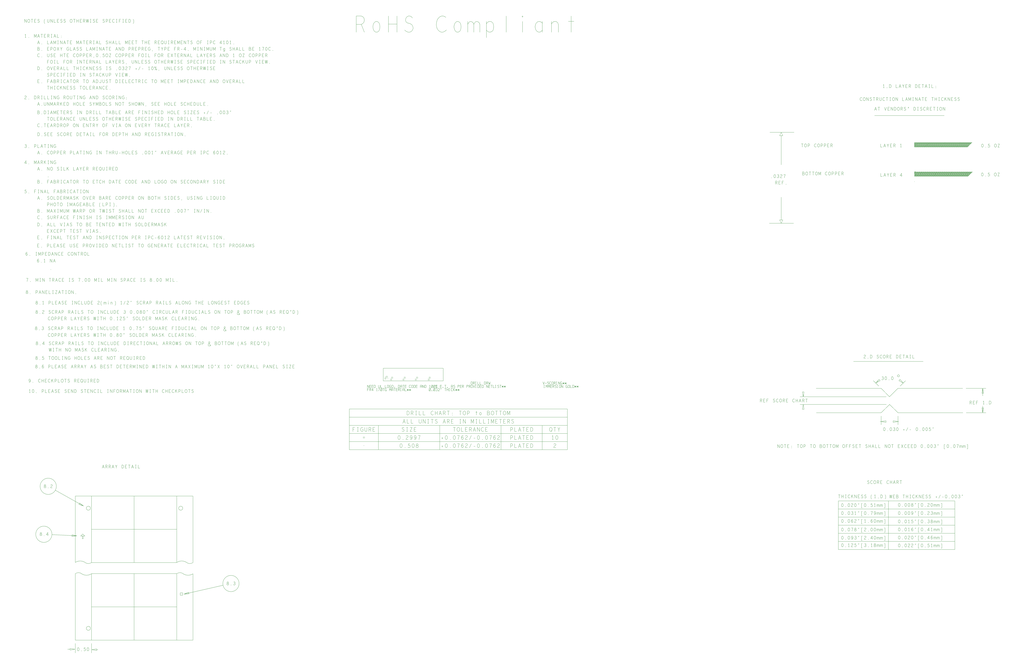
<source format=gbr>
*%FSLAX24Y24*%
%MOIN*%
%IPPOS*%
%ADD10C,0.03*%
%ADD11C,0.024*%
%ADD12R,0.065X0.032*%
%ADD13C,0.0276*%
%ADD14C,0.01*%
%ADD15C,0.015*%
%ADD16C,0.125*%
%ADD17R,0.075X0.075*%
%ADD18R,0.08X0.08*%
%AMD19*
1,1,0.1,0.0,0.0*
1,0,0.0875,0.0,0.0*
1,1,0.05,0.0,0.0*
1,0,0.0375,0.0,0.0*
20,1,0.0062,0.0,-0.0969,0.0,0.0969,0.0*
20,1,0.0062,-0.0969,0.0,0.0969,0.0,0.0*%
%ADD19D19*%
G04:---LTIenv:A019:6,0.2,6 *
%ADD100C,0.03*%
%ADD101C,0.024*%
%ADD102R,0.012X0.024*%
%ADD103R,0.03X0.02*%
%ADD104C,0.007*%
%ADD105R,0.062X0.028*%
%ADD106R,0.0085X0.02*%
%ADD107R,0.026X0.018*%
%ADD108C,0.035*%
%ADD109R,0.07X0.037*%
%ADD110C,0.035*%
%ADD111R,0.017X0.029*%
%ADD112R,0.035X0.025*%
%ADD113C,0.005*%
%AMD117*
1,1,0.001,0.01,0.0*
20,1,0.001,0.01,0.0,-0.01,0.0,0.0*
1,1,0.001,-0.01,0.0*
1,1,0.001,0.0,0.01*
20,1,0.001,0.0,0.01,0.0,-0.01,0.0*
1,1,0.001,0.0,-0.01*%
%ADD117D117*%
%AMD118*
1,1,0.001,0.025,0.0*
20,1,0.001,0.025,0.0,0.0246,-0.0043,0.0*
1,1,0.001,0.0246,-0.0043*
20,1,0.001,0.0246,-0.0043,0.0235,-0.0086,0.0*
1,1,0.001,0.0235,-0.0086*
20,1,0.001,0.0235,-0.0086,0.0217,-0.0125,0.0*
1,1,0.001,0.0217,-0.0125*
20,1,0.001,0.0217,-0.0125,0.0192,-0.0161,0.0*
1,1,0.001,0.0192,-0.0161*
20,1,0.001,0.0192,-0.0161,0.0161,-0.0192,0.0*
1,1,0.001,0.0161,-0.0192*
20,1,0.001,0.0161,-0.0192,0.0125,-0.0217,0.0*
1,1,0.001,0.0125,-0.0217*
20,1,0.001,0.0125,-0.0217,0.0086,-0.0235,0.0*
1,1,0.001,0.0086,-0.0235*
20,1,0.001,0.0086,-0.0235,0.0043,-0.0246,0.0*
1,1,0.001,0.0043,-0.0246*
20,1,0.001,0.0043,-0.0246,0.0,-0.025,0.0*
1,1,0.001,0.0,-0.025*
20,1,0.001,0.0,-0.025,-0.0043,-0.0246,0.0*
1,1,0.001,-0.0043,-0.0246*
20,1,0.001,-0.0043,-0.0246,-0.0086,-0.0235,0.0*
1,1,0.001,-0.0086,-0.0235*
20,1,0.001,-0.0086,-0.0235,-0.0125,-0.0217,0.0*
1,1,0.001,-0.0125,-0.0217*
20,1,0.001,-0.0125,-0.0217,-0.0161,-0.0192,0.0*
1,1,0.001,-0.0161,-0.0192*
20,1,0.001,-0.0161,-0.0192,-0.0192,-0.0161,0.0*
1,1,0.001,-0.0192,-0.0161*
20,1,0.001,-0.0192,-0.0161,-0.0217,-0.0125,0.0*
1,1,0.001,-0.0217,-0.0125*
20,1,0.001,-0.0217,-0.0125,-0.0235,-0.0086,0.0*
1,1,0.001,-0.0235,-0.0086*
20,1,0.001,-0.0235,-0.0086,-0.0246,-0.0043,0.0*
1,1,0.001,-0.0246,-0.0043*
20,1,0.001,-0.0246,-0.0043,-0.025,0.0,0.0*
1,1,0.001,-0.025,0.0*
20,1,0.001,-0.025,0.0,-0.0246,0.0043,0.0*
1,1,0.001,-0.0246,0.0043*
20,1,0.001,-0.0246,0.0043,-0.0235,0.0086,0.0*
1,1,0.001,-0.0235,0.0086*
20,1,0.001,-0.0235,0.0086,-0.0217,0.0125,0.0*
1,1,0.001,-0.0217,0.0125*
20,1,0.001,-0.0217,0.0125,-0.0192,0.0161,0.0*
1,1,0.001,-0.0192,0.0161*
20,1,0.001,-0.0192,0.0161,-0.0161,0.0192,0.0*
1,1,0.001,-0.0161,0.0192*
20,1,0.001,-0.0161,0.0192,-0.0125,0.0217,0.0*
1,1,0.001,-0.0125,0.0217*
20,1,0.001,-0.0125,0.0217,-0.0086,0.0235,0.0*
1,1,0.001,-0.0086,0.0235*
20,1,0.001,-0.0086,0.0235,-0.0043,0.0246,0.0*
1,1,0.001,-0.0043,0.0246*
20,1,0.001,-0.0043,0.0246,0.0,0.025,0.0*
1,1,0.001,0.0,0.025*
20,1,0.001,0.0,0.025,0.0043,0.0246,0.0*
1,1,0.001,0.0043,0.0246*
20,1,0.001,0.0043,0.0246,0.0086,0.0235,0.0*
1,1,0.001,0.0086,0.0235*
20,1,0.001,0.0086,0.0235,0.0125,0.0217,0.0*
1,1,0.001,0.0125,0.0217*
20,1,0.001,0.0125,0.0217,0.0161,0.0192,0.0*
1,1,0.001,0.0161,0.0192*
20,1,0.001,0.0161,0.0192,0.0192,0.0161,0.0*
1,1,0.001,0.0192,0.0161*
20,1,0.001,0.0192,0.0161,0.0217,0.0125,0.0*
1,1,0.001,0.0217,0.0125*
20,1,0.001,0.0217,0.0125,0.0235,0.0086,0.0*
1,1,0.001,0.0235,0.0086*
20,1,0.001,0.0235,0.0086,0.0246,0.0043,0.0*
1,1,0.001,0.0246,0.0043*
20,1,0.001,0.0246,0.0043,0.025,0.0,0.0*
1,1,0.001,0.025,0.0*
1,1,0.001,0.0125,0.0*
20,1,0.001,0.0125,0.0,-0.0125,0.0,0.0*
1,1,0.001,-0.0125,0.0*
1,1,0.001,0.0,0.0125*
20,1,0.001,0.0,0.0125,0.0,-0.0125,0.0*
1,1,0.001,0.0,-0.0125*%
%ADD118D118*%
%ADD119C,0.08*%
%ADD120C,0.008*%
%ADD200C,0.002*%
%ADD901C,0.0118*%
G04:---LTIenv:A901:15,0.0118,1 *
%ADD902C,0.02*%
G04:---LTIenv:A902:15,0.02,2 *

%LPD*%
D113*X183846Y-9834D2*X163806D1*X161216Y-7244*X158626Y-9834*X138626*X138560Y-2300D2*X158600D1*X161190Y-4890*X163780Y-2300*X183780*X168879Y61479D2*X168955Y61554D1*X170080Y63104D2*X171530Y64554D1*X169939Y63104D2*X171389Y64554D1*X169798Y63104D2*X171248Y64554D1*X169656Y63104D2*X171106Y64554D1*X169515Y63104D2*X170965Y64554D1*X169373Y63104D2*X170823Y64554D1*X169232Y63104D2*X170682Y64554D1*X169091Y63104D2*X170540Y64554D1*X168949Y63104D2*X170399Y64554D1*X168879Y63176D2*X170258Y64554D1*X168845Y64567D2*X168890Y64612D1*X168845Y64426D2*X169032Y64612D1*X168845Y64284D2*X169173Y64612D1*X168845Y64143D2*X169315Y64612D1*X168879Y63317D2*X170116Y64554D1*X168879Y63459D2*X169975Y64554D1*X168879Y63600D2*X169833Y64554D1*X168879Y63742D2*X169692Y64554D1*X168879Y63883D2*X169551Y64554D1*X168879Y64025D2*X169409Y64554D1*X168879Y64166D2*X169268Y64554D1*X168879Y64307D2*X169126Y64554D1*X168879Y64449D2*X168985Y64554D1*X168845Y72204D2*X170254Y73612D1*X168945Y72162D2*X170395Y73612D1*X169086Y72162D2*X170536Y73612D1*X169228Y72163D2*X170678Y73612D1*X169369Y72163D2*X170819Y73612D1*X169511Y72163D2*X170961Y73612D1*X169652Y72162D2*X171102Y73612D1*X169794Y72162D2*X171244Y73612D1*X169935Y72163D2*X171385Y73612D1*X170076Y72163D2*X171526Y73612D1*X168845Y73477D2*X168981Y73612D1*X168845Y73335D2*X169122Y73612D1*X168845Y73194D2*X169264Y73612D1*X168845Y73052D2*X169405Y73612D1*X168845Y72911D2*X169546Y73612D1*X168845Y72770D2*X169688Y73612D1*X168845Y72628D2*X169829Y73612D1*X168845Y72487D2*X169971Y73612D1*X168845Y72345D2*X170112Y73612D1*X170363Y63104D2*X171813Y64554D1*X170222Y63104D2*X171672Y64554D1*X172343Y63104D2*X173793Y64554D1*X172202Y63104D2*X173652Y64554D1*X172060Y63104D2*X173510Y64554D1*X171919Y63104D2*X173369Y64554D1*X171778Y63104D2*X173227Y64554D1*X171636Y63104D2*X173086Y64554D1*X171495Y63104D2*X172945Y64554D1*X171353Y63104D2*X172803Y64554D1*X171212Y63104D2*X172662Y64554D1*X171070Y63104D2*X172520Y64554D1*X170929Y63104D2*X172379Y64554D1*X170788Y63104D2*X172238Y64554D1*X170646Y63104D2*X172096Y64554D1*X170505Y63104D2*X171955Y64554D1*X170218Y72162D2*X171668Y73612D1*X170359Y72162D2*X171809Y73612D1*X170501Y72162D2*X171951Y73612D1*X170642Y72163D2*X172092Y73612D1*X170784Y72163D2*X172233Y73612D1*X170925Y72162D2*X172375Y73612D1*X171066Y72162D2*X172516Y73612D1*X171208Y72163D2*X172658Y73612D1*X171349Y72163D2*X172799Y73612D1*X171491Y72163D2*X172940Y73612D1*X171632Y72162D2*X173082Y73612D1*X171773Y72162D2*X173223Y73612D1*X171915Y72163D2*X173365Y73612D1*X172056Y72163D2*X173506Y73612D1*X172198Y72162D2*X173648Y73612D1*X172339Y72162D2*X173789Y73612D1*X172909Y63104D2*X174359Y64554D1*X172767Y63104D2*X174217Y64554D1*X172626Y63104D2*X174076Y64554D1*X172485Y63104D2*X173935Y64554D1*X174606Y63104D2*X176056Y64554D1*X174465Y63104D2*X175914Y64554D1*X174323Y63104D2*X175773Y64554D1*X174182Y63104D2*X175632Y64554D1*X174040Y63104D2*X175490Y64554D1*X173899Y63104D2*X175349Y64554D1*X173757Y63104D2*X175207Y64554D1*X173616Y63104D2*X175066Y64554D1*X173475Y63104D2*X174925Y64554D1*X173333Y63104D2*X174783Y64554D1*X173192Y63104D2*X174642Y64554D1*X173050Y63104D2*X174500Y64554D1*X172480Y72162D2*X173930Y73612D1*X172622Y72163D2*X174072Y73612D1*X172763Y72163D2*X174213Y73612D1*X172905Y72162D2*X174355Y73612D1*X173046Y72162D2*X174496Y73612D1*X173188Y72163D2*X174638Y73612D1*X173329Y72163D2*X174779Y73612D1*X173470Y72163D2*X174920Y73612D1*X173612Y72162D2*X175062Y73612D1*X173753Y72162D2*X175203Y73612D1*X173895Y72163D2*X175345Y73612D1*X174036Y72163D2*X175486Y73612D1*X174178Y72162D2*X175628Y73612D1*X174319Y72162D2*X175769Y73612D1*X174460Y72162D2*X175910Y73612D1*X174602Y72163D2*X176052Y73612D1*X175454Y63104D2*X176904Y64554D1*X175313Y63104D2*X176763Y64554D1*X175172Y63104D2*X176622Y64554D1*X175030Y63104D2*X176480Y64554D1*X174889Y63104D2*X176339Y64554D1*X174747Y63104D2*X176197Y64554D1*X176869Y63104D2*X178319Y64554D1*X176727Y63104D2*X178177Y64554D1*X176586Y63104D2*X178036Y64554D1*X176444Y63104D2*X177894Y64554D1*X176303Y63104D2*X177753Y64554D1*X176162Y63104D2*X177612Y64554D1*X176020Y63104D2*X177470Y64554D1*X175879Y63104D2*X177329Y64554D1*X175737Y63104D2*X177187Y64554D1*X175596Y63104D2*X177046Y64554D1*X174743Y72163D2*X176193Y73612D1*X174885Y72162D2*X176335Y73612D1*X175026Y72162D2*X176476Y73612D1*X175168Y72162D2*X176618Y73612D1*X175309Y72163D2*X176759Y73612D1*X175450Y72163D2*X176900Y73612D1*X175592Y72162D2*X177042Y73612D1*X175733Y72162D2*X177183Y73612D1*X175875Y72163D2*X177325Y73612D1*X176016Y72163D2*X177466Y73612D1*X176158Y72163D2*X177607Y73612D1*X176299Y72162D2*X177749Y73612D1*X176440Y72162D2*X177890Y73612D1*X176582Y72163D2*X178032Y73612D1*X176723Y72163D2*X178173Y73612D1*X176865Y72162D2*X178315Y73612D1*X178000Y63104D2*X179450Y64554D1*X177859Y63104D2*X179309Y64554D1*X177717Y63104D2*X179167Y64554D1*X177576Y63104D2*X179026Y64554D1*X177434Y63104D2*X178884Y64554D1*X177293Y63104D2*X178743Y64554D1*X177152Y63104D2*X178601Y64554D1*X177010Y63104D2*X178460Y64554D1*X179131Y63104D2*X180581Y64554D1*X178990Y63104D2*X180440Y64554D1*X178849Y63104D2*X180299Y64554D1*X178707Y63104D2*X180157Y64554D1*X178566Y63104D2*X180016Y64554D1*X178424Y63104D2*X179874Y64554D1*X178283Y63104D2*X179733Y64554D1*X178141Y63104D2*X179591Y64554D1*X179273Y63104D2*X180723Y64554D1*X177006Y72162D2*X178456Y73612D1*X177147Y72162D2*X178597Y73612D1*X177289Y72163D2*X178739Y73612D1*X177430Y72163D2*X178880Y73612D1*X177572Y72162D2*X179022Y73612D1*X177713Y72162D2*X179163Y73612D1*X177855Y72163D2*X179304Y73612D1*X177996Y72163D2*X179446Y73612D1*X178137Y72163D2*X179587Y73612D1*X178279Y72162D2*X179729Y73612D1*X178420Y72162D2*X179870Y73612D1*X178562Y72163D2*X180012Y73612D1*X178703Y72163D2*X180153Y73612D1*X178844Y72162D2*X180294Y73612D1*X178986Y72162D2*X180436Y73612D1*X179127Y72162D2*X180577Y73612D1*X179269Y72163D2*X180719Y73612D1*X180546Y63104D2*X181996Y64554D1*X180404Y63104D2*X181854Y64554D1*X180263Y63104D2*X181713Y64554D1*X180121Y63104D2*X181571Y64554D1*X179980Y63104D2*X181430Y64554D1*X179839Y63104D2*X181288Y64554D1*X179697Y63104D2*X181147Y64554D1*X179556Y63104D2*X181006Y64554D1*X179414Y63104D2*X180864Y64554D1*X181394Y63104D2*X182844Y64554D1*X181253Y63104D2*X182703Y64554D1*X181111Y63104D2*X182561Y64554D1*X180970Y63104D2*X182420Y64554D1*X180829Y63104D2*X182278Y64554D1*X180687Y63104D2*X182137Y64554D1*X181536Y63104D2*X182986Y64554D1*X179410Y72163D2*X180860Y73612D1*X179552Y72162D2*X181002Y73612D1*X179693Y72162D2*X181143Y73612D1*X179834Y72163D2*X181284Y73612D1*X179976Y72163D2*X181426Y73612D1*X180117Y72163D2*X181567Y73612D1*X180259Y72162D2*X181709Y73612D1*X180400Y72162D2*X181850Y73612D1*X180542Y72163D2*X181992Y73612D1*X180683Y72163D2*X182133Y73612D1*X180824Y72162D2*X182274Y73612D1*X180966Y72162D2*X182416Y73612D1*X181107Y72162D2*X182557Y73612D1*X181249Y72163D2*X182699Y73612D1*X181390Y72163D2*X182840Y73612D1*X181532Y72162D2*X182982Y73612D1*X183091Y63104D2*X184541Y64554D1*X182950Y63104D2*X184400Y64554D1*X182808Y63104D2*X184258Y64554D1*X182667Y63104D2*X184117Y64554D1*X182526Y63104D2*X183976Y64554D1*X182384Y63104D2*X183834Y64554D1*X182243Y63104D2*X183693Y64554D1*X182101Y63104D2*X183551Y64554D1*X181960Y63104D2*X183410Y64554D1*X181818Y63104D2*X183268Y64554D1*X181677Y63104D2*X183127Y64554D1*X183657Y63104D2*X185107Y64554D1*X183516Y63104D2*X184965Y64554D1*X183374Y63104D2*X184824Y64554D1*X183233Y63104D2*X184683Y64554D1*X183798Y63104D2*X185248Y64554D1*X181673Y72162D2*X183123Y73612D1*X181814Y72163D2*X183264Y73612D1*X181956Y72163D2*X183406Y73612D1*X182097Y72163D2*X183547Y73612D1*X182239Y72162D2*X183689Y73612D1*X182380Y72162D2*X183830Y73612D1*X182522Y72163D2*X183971Y73612D1*X182663Y72163D2*X184113Y73612D1*X182804Y72162D2*X184254Y73612D1*X182946Y72162D2*X184396Y73612D1*X183087Y72162D2*X184537Y73612D1*X183229Y72163D2*X184678Y73612D1*X183370Y72163D2*X184820Y73612D1*X183511Y72162D2*X184961Y73612D1*X183653Y72162D2*X185103Y73612D1*X183794Y72163D2*X185244Y73612D1*X185354Y63104D2*X186804Y64554D1*X185213Y63104D2*X186663Y64554D1*X185071Y63104D2*X186521Y64554D1*X184930Y63104D2*X186380Y64554D1*X184788Y63104D2*X186238Y64554D1*X184647Y63104D2*X186097Y64554D1*X184505Y63104D2*X185955Y64554D1*X184364Y63104D2*X185814Y64554D1*X184223Y63104D2*X185673Y64554D1*X184081Y63104D2*X185531Y64554D1*X183940Y63104D2*X185390Y64554D1*X183936Y72163D2*X185386Y73612D1*X184077Y72163D2*X185527Y73612D1*X184218Y72162D2*X185668Y73612D1*X184360Y72162D2*X185810Y73612D1*X184501Y72163D2*X185951Y73612D1*X184643Y72163D2*X186093Y73612D1*X184784Y72162D2*X186234Y73612D1*X184926Y72162D2*X186376Y73612D1*X185067Y72162D2*X186517Y73612D1*X185208Y72163D2*X186658Y73612D1*D120*X580Y-1282D2*Y-2082D1*X120Y-1282*Y-2082*X806Y-1622D2*X1247D1*Y-1282D2*X806D1*Y-2082*X1247*X1487Y-1622D2*X1928D1*Y-1282D2*X1487D1*Y-2082*X1928*X2494D2*X2614Y-1962D1*Y-1408*X2494Y-1282*X2154*Y-2082*X2494*X4000Y-1282D2*Y-1962D1*X3880Y-2082*X3641*X3521Y-1962*Y-1282*X4649Y-2082D2*X4214D1*Y-1282*X6009Y-2082D2*X5575D1*Y-1282*X6236Y-1408D2*Y-1962D1*X6356Y-2082*X6595*X6715Y-1962*Y-1408*X6595Y-1282*X6356*X6236Y-1408*X7143Y-1723D2*X7364D1*Y-2082*X7043*X6923Y-1962*Y-1408*X7043Y-1282*X7364*X7597Y-1408D2*Y-1962D1*X7717Y-2082*X7956*X8076Y-1962*Y-1408*X7956Y-1282*X7717*X7597Y-1408*X8517Y-1975D2*Y-1887D1*X8611*X8391Y-2082*X9978D2*X10098Y-1962D1*Y-1408*X9978Y-1282*X9638*Y-2082*X9978*X10318Y-1723D2*X10778D1*Y-2082D2*Y-1408D1*X10658Y-1282*X10438*X10318Y-1408*Y-2082*X11250D2*Y-1282D1*X11011D2*X11490D1*X11691Y-1622D2*X12132D1*Y-1282D2*X11691D1*Y-2082*X12132*X13506D2*X13146D1*X13027Y-1962*Y-1408*X13146Y-1282*X13506*X13720Y-1408D2*Y-1962D1*X13839Y-2082*X14079*X14198Y-1962*Y-1408*X14079Y-1282*X13839*X13720Y-1408*X14740Y-2082D2*X14860Y-1962D1*Y-1408*X14740Y-1282*X14400*Y-2082*X14740*X15093Y-1622D2*X15534D1*Y-1282D2*X15093D1*Y-2082*X15534*X16441Y-1723D2*X16901D1*Y-2082D2*Y-1408D1*X16781Y-1282*X16561*X16441Y-1408*Y-2082*X17587Y-1282D2*Y-2082D1*X17128Y-1282*Y-2082*X18142D2*X18261Y-1962D1*Y-1408*X18142Y-1282*X17802*Y-2082*X18142*X19509D2*X19269D1*X19389D2*Y-1282D1*X19269Y-1408*X19836Y-2082D2*X20315Y-1282D1*X19956D2*X19836Y-1408D1*Y-1962*X19956Y-2082*X20195*X20315Y-1962*Y-1408*X20195Y-1282*X19956*X20517Y-2082D2*X20995Y-1282D1*X20636D2*X20517Y-1408D1*Y-1962*X20636Y-2082*X20876*X20995Y-1962*Y-1408*X20876Y-1282*X20636*X21417Y-2082D2*X21657D1*Y-1843*X21417*Y-2082*X21178D2*X21657Y-1282D1*X21417*Y-1528*X21178*Y-1282*X21417*X22576Y-1622D2*X23017D1*Y-1282D2*X22576D1*Y-2082*X23017*X23370D2*X23490D1*Y-1962*X23370*Y-2082*X24176D2*Y-1282D1*X23937D2*X24416D1*X24731Y-2082D2*X24850D1*Y-1962*X24731*Y-2082*X25965Y-1723D2*X26425D1*Y-2082D2*Y-1408D1*X26306Y-1282*X26085*X25965Y-1408*Y-2082*X26665D2*X26986D1*X27106Y-1962*Y-1723*X26986Y-1603*X26784*X26665Y-1484*Y-1408*X26784Y-1282*X27106*X28019Y-1622D2*X28359D1*X28479Y-1502*Y-1408*X28359Y-1282*X28019*Y-2082*X28699Y-1622D2*X29140D1*Y-1282D2*X28699D1*Y-2082*X29140*X29827D2*X29587Y-1647D1*X29392D2*X29707D1*X29827Y-1528*Y-1408*X29707Y-1282*X29392*Y-2082*X30740Y-1622D2*X31080D1*X31200Y-1502*Y-1408*X31080Y-1282*X30740*Y-2082*X31868D2*X31628Y-1647D1*X31433D2*X31748D1*X31868Y-1528*Y-1408*X31748Y-1282*X31433*Y-2082*X32088Y-1408D2*Y-1962D1*X32208Y-2082*X32447*X32567Y-1962*Y-1408*X32447Y-1282*X32208*X32088Y-1408*X33247Y-1282D2*X33008Y-2082D1*X32769Y-1282*X33682Y-2082D2*X33443D1*X33562D2*Y-1282D1*X33682D2*X33443D1*X34469Y-2082D2*X34589Y-1962D1*Y-1408*X34469Y-1282*X34129*Y-2082*X34469*X34822Y-1622D2*X35263D1*Y-1282D2*X34822D1*Y-2082*X35263*X35830D2*X35950Y-1962D1*Y-1408*X35830Y-1282*X35490*Y-2082*X35830*X37317Y-1282D2*Y-2082D1*X36857Y-1282*Y-2082*X37543Y-1622D2*X37984D1*Y-1282D2*X37543D1*Y-2082*X37984*X38463D2*Y-1282D1*X38224D2*X38702D1*X39345Y-2082D2*X38910D1*Y-1282*X39805Y-2082D2*X39565D1*X39685D2*Y-1282D1*X39805D2*X39565D1*X40271Y-2082D2*X40592D1*X40712Y-1962*Y-1723*X40592Y-1603*X40391*X40271Y-1484*Y-1408*X40391Y-1282*X40712*X41184Y-2082D2*Y-1282D1*X40945D2*X41424D1*X42079Y-1962D2*X41600Y-1528D1*Y-1962D2*X42079Y-1528D1*Y-1748D2*X41600D1*X41839Y-1528D2*Y-1962D1*X42759D2*X42280Y-1528D1*Y-1962D2*X42759Y-1528D1*Y-1748D2*X42280D1*X42520Y-1528D2*Y-1962D1*X54772Y-2082D2*X54532D1*X54652D2*Y-1282D1*X54772D2*X54532D1*X55672Y-2082D2*Y-1282D1*X55452Y-1723*X55231Y-1282*Y-2082*X56353D2*Y-1282D1*X56132Y-1723*X55912Y-1282*Y-2082*X56592Y-1622D2*X57033D1*Y-1282D2*X56592D1*Y-2082*X57033*X57720D2*X57480Y-1647D1*X57285D2*X57600D1*X57720Y-1528*Y-1408*X57600Y-1282*X57285*Y-2082*X57959D2*X58280D1*X58400Y-1962*Y-1723*X58280Y-1603*X58079*X57959Y-1484*Y-1408*X58079Y-1282*X58400*X58854Y-2082D2*X58614D1*X58734D2*Y-1282D1*X58854D2*X58614D1*X59301Y-1408D2*Y-1962D1*X59420Y-2082*X59660*X59780Y-1962*Y-1408*X59660Y-1282*X59420*X59301Y-1408*X60447Y-1282D2*Y-2082D1*X59987Y-1282*Y-2082*X61569Y-1723D2*X61789D1*Y-2082*X61468*X61348Y-1962*Y-1408*X61468Y-1282*X61789*X62022Y-1408D2*Y-1962D1*X62142Y-2082*X62381*X62501Y-1962*Y-1408*X62381Y-1282*X62142*X62022Y-1408*X63156Y-2082D2*X62721D1*Y-1282*X63723Y-2082D2*X63843Y-1962D1*Y-1408*X63723Y-1282*X63383*Y-2082*X63723*X64529Y-1962D2*X64050Y-1528D1*Y-1962D2*X64529Y-1528D1*Y-1748D2*X64050D1*X64290Y-1528D2*Y-1962D1*X65209D2*X64731Y-1528D1*Y-1962D2*X65209Y-1528D1*Y-1748D2*X64731D1*X64970Y-1528D2*Y-1962D1*X441Y-2643D2*X126D1*Y-3102D2*Y-2302D1*X561*X1254Y-3102D2*X1014Y-2668D1*X819D2*X1134D1*X1254Y-2548*Y-2428*X1134Y-2302*X819*Y-3102*X1946Y-2863D2*X1487D1*X1827Y-2302*Y-3102*X3181D2*X2942D1*X3061D2*Y-2302D1*X2942Y-2428*X3628Y-3102D2*X3868Y-2302D1*X3509*X4189Y-3102D2*X4668Y-2302D1*X4309D2*X4189Y-2428D1*Y-2983*X4309Y-3102*X4548*X4668Y-2983*Y-2428*X4548Y-2302*X4309*X5128Y-3102D2*Y-2302D1*X4888D2*X5367D1*X5783Y-2743D2*X6003D1*Y-3102*X5682*X5562Y-2983*Y-2428*X5682Y-2302*X6003*X7370Y-3102D2*Y-2302D1*X7150Y-2743*X6929Y-2302*Y-3102*X7597Y-2743D2*X8057D1*Y-3102D2*Y-2428D1*X7937Y-2302*X7717*X7597Y-2428*Y-3102*X8529D2*Y-2302D1*X8290D2*X8769D1*X8970Y-2643D2*X9411D1*Y-2302D2*X8970D1*Y-3102*X9411*X10098D2*X9858Y-2668D1*X9663D2*X9978D1*X10098Y-2548*Y-2428*X9978Y-2302*X9663*Y-3102*X10551D2*X10312D1*X10431D2*Y-2302D1*X10551D2*X10312D1*X10998Y-2743D2*X11458D1*Y-3102D2*Y-2428D1*X11339Y-2302*X11118*X10998Y-2428*Y-3102*X12132D2*X11698D1*Y-2302*X12825Y-2983D2*X12346Y-2548D1*Y-2983D2*X12825Y-2548D1*Y-2769D2*X12346D1*X12586Y-2548D2*Y-2983D1*X13506D2*X13027Y-2548D1*Y-2983D2*X13506Y-2548D1*Y-2769D2*X13027D1*X13266Y-2548D2*Y-2983D1*X19156Y-3102D2*X19635Y-2302D1*X19276D2*X19156Y-2428D1*Y-2983*X19276Y-3102*X19515*X19635Y-2983*Y-2428*X19515Y-2302*X19276*X19969Y-3102D2*X20088D1*Y-2983*X19969*Y-3102*X20517D2*X20995Y-2302D1*X20636D2*X20517Y-2428D1*Y-2983*X20636Y-3102*X20876*X20995Y-2983*Y-2428*X20876Y-2302*X20636*X21178Y-2983D2*X21298Y-3102D1*X21543*X21663Y-2983*Y-2788*X21543Y-2668*X21663Y-2548*Y-2428*X21543Y-2302*X21298*X21178Y-2428*X22343Y-3102D2*X21883D1*X22343Y-2668*Y-2428*X22224Y-2302*X22003*X21883Y-2428*X22917Y-2504D2*Y-2302D1*X22677Y-2504D2*Y-2302D1*X24176Y-3102D2*Y-2302D1*X23937D2*X24416D1*X24605Y-2643D2*X25065D1*Y-2302D2*Y-3102D1*X24605D2*Y-2302D1*X25518Y-3102D2*X25279D1*X25398D2*Y-2302D1*X25518D2*X25279D1*X26431Y-3102D2*X26072D1*X25953Y-2983*Y-2428*X26072Y-2302*X26431*X26665Y-3102D2*Y-2302D1*X27106Y-3102D2*X26665Y-2643D1*X27106Y-2302*X27792Y-2983D2*X27313Y-2548D1*Y-2983D2*X27792Y-2548D1*Y-2769D2*X27313D1*X27553Y-2548D2*Y-2983D1*X28472D2*X27994Y-2548D1*Y-2983D2*X28472Y-2548D1*Y-2769D2*X27994D1*X28233Y-2548D2*Y-2983D1*X54738Y-262D2*X54499Y-1062D1*X54259Y-262*X55393Y-728D2*X54952D1*X55639Y-1062D2*X55960D1*X56080Y-942*Y-703*X55960Y-583*X55759*X55639Y-464*Y-388*X55759Y-262*X56080*X56766Y-1062D2*X56407D1*X56288Y-942*Y-388*X56407Y-262*X56766*X56981Y-388D2*Y-942D1*X57100Y-1062*X57340*X57459Y-942*Y-388*X57340Y-262*X57100*X56981Y-388*X58121Y-1062D2*X57881Y-627D1*X57686D2*X58001D1*X58121Y-508*Y-388*X58001Y-262*X57686*Y-1062*X58574D2*X58335D1*X58455D2*Y-262D1*X58574D2*X58335D1*X59488D2*Y-1062D1*X59028Y-262*Y-1062*X59929Y-703D2*X60149D1*Y-1062*X59828*X59708Y-942*Y-388*X59828Y-262*X60149*X60848Y-942D2*X60370Y-508D1*Y-942D2*X60848Y-508D1*Y-728D2*X60370D1*X60609Y-508D2*Y-942D1*X61529D2*X61050Y-508D1*Y-942D2*X61529Y-508D1*Y-728D2*X61050D1*X61289Y-508D2*Y-942D1*X32429Y-1062D2*X32548Y-942D1*Y-388*X32429Y-262*X32088*Y-1062*X32429*X33229D2*X32989Y-627D1*X32794D2*X33109D1*X33229Y-508*Y-388*X33109Y-262*X32794*Y-1062*X33682D2*X33443D1*X33562D2*Y-262D1*X33682D2*X33443D1*X34583Y-1062D2*X34148D1*Y-262*X35263Y-1062D2*X34829D1*Y-262*X36510Y-1062D2*X36630Y-942D1*Y-388*X36510Y-262*X36170*Y-1062*X36510*X37310D2*X37071Y-627D1*X36876D2*X37191D1*X37310Y-508*Y-388*X37191Y-262*X36876*Y-1062*X38003Y-262D2*X37903Y-1062D1*X37783Y-583*X37663Y-1062*X37544Y-262*X-55640Y-56010D2*X-55723Y-55959D1*X-55807Y-55911*X-55893Y-55865*X-55981Y-55823*X-56070Y-55784*X-56160Y-55748*X-56252Y-55715*X-56345Y-55685*X-56438Y-55658*X-56533Y-55635*X-56628Y-55615*X-56724Y-55598*X-56820Y-55585*X-56917Y-55575*X-57014Y-55568*X-57111Y-55565*X-57209*X-57306Y-55568*X-57403Y-55575*X-57500Y-55585*X-57596Y-55598*X-57692Y-55615*X-57787Y-55635*X-57882Y-55658*X-57975Y-55685*X-58068Y-55715*X-58160Y-55748*X-58250Y-55784*X-58339Y-55823*X-58427Y-55865*X-58513Y-55911*X-58597Y-55959*X-58680Y-56010*X-56720Y-59500D2*X-56637Y-59551D1*X-56553Y-59599*X-56467Y-59645*X-56379Y-59687*X-56290Y-59726*X-56200Y-59762*X-56108Y-59795*X-56015Y-59825*X-55922Y-59852*X-55827Y-59875*X-55732Y-59895*X-55636Y-59912*X-55540Y-59925*X-55443Y-59935*X-55346Y-59942*X-55249Y-59945*X-55151*X-55054Y-59942*X-54957Y-59935*X-54860Y-59925*X-54764Y-59912*X-54668Y-59895*X-54573Y-59875*X-54478Y-59852*X-54385Y-59825*X-54292Y-59795*X-54200Y-59762*X-54110Y-59726*X-54021Y-59687*X-53933Y-59645*X-53847Y-59599*X-53763Y-59551*X-53680Y-59500*X-55640Y-56010D2*X-55597Y-56043D1*X-55553Y-56075*X-55508Y-56105*X-55461Y-56133*X-55414Y-56160*X-55366Y-56185*X-55317Y-56209*X-55268Y-56231*X-55217Y-56251*X-55166Y-56269*X-55115Y-56286*X-55062Y-56300*X-55010Y-56313*X-54957Y-56324*X-54903Y-56334*X-54849Y-56341*X-54795Y-56347*X-54741Y-56351*X-54687Y-56352*X-54633*X-54579Y-56351*X-54525Y-56347*X-54471Y-56341*X-54417Y-56334*X-54363Y-56324*X-54310Y-56313*X-54258Y-56300*X-54205Y-56286*X-54154Y-56269*X-54103Y-56251*X-54052Y-56231*X-54003Y-56209*X-53954Y-56185*X-53906Y-56160*X-53859Y-56133*X-53812Y-56105*X-53767Y-56075*X-53723Y-56043*X-53680Y-56010*X-56720Y-59500D2*X-56763Y-59467D1*X-56807Y-59435*X-56852Y-59405*X-56899Y-59377*X-56946Y-59350*X-56994Y-59325*X-57043Y-59301*X-57092Y-59279*X-57143Y-59259*X-57194Y-59241*X-57245Y-59224*X-57298Y-59210*X-57350Y-59197*X-57403Y-59186*X-57457Y-59176*X-57511Y-59169*X-57565Y-59163*X-57619Y-59159*X-57673Y-59158*X-57727*X-57781Y-59159*X-57835Y-59163*X-57889Y-59169*X-57943Y-59176*X-57997Y-59186*X-58050Y-59197*X-58102Y-59210*X-58155Y-59224*X-58206Y-59241*X-58257Y-59259*X-58308Y-59279*X-58357Y-59301*X-58406Y-59325*X-58454Y-59350*X-58501Y-59377*X-58548Y-59405*X-58593Y-59435*X-58637Y-59467*X-58680Y-59500*X-88040D2*X-87957Y-59551D1*X-87873Y-59599*X-87787Y-59645*X-87699Y-59687*X-87610Y-59726*X-87520Y-59762*X-87428Y-59795*X-87335Y-59825*X-87242Y-59852*X-87147Y-59875*X-87052Y-59895*X-86956Y-59912*X-86860Y-59925*X-86763Y-59935*X-86666Y-59942*X-86569Y-59945*X-86471*X-86374Y-59942*X-86277Y-59935*X-86180Y-59925*X-86084Y-59912*X-85988Y-59895*X-85893Y-59875*X-85798Y-59852*X-85705Y-59825*X-85612Y-59795*X-85520Y-59762*X-85430Y-59726*X-85341Y-59687*X-85253Y-59645*X-85167Y-59599*X-85083Y-59551*X-85000Y-59500*X-86960Y-56010D2*X-86917Y-56043D1*X-86873Y-56075*X-86828Y-56105*X-86781Y-56133*X-86734Y-56160*X-86686Y-56185*X-86637Y-56209*X-86588Y-56231*X-86537Y-56251*X-86486Y-56269*X-86435Y-56286*X-86382Y-56300*X-86330Y-56313*X-86277Y-56324*X-86223Y-56334*X-86169Y-56341*X-86115Y-56347*X-86061Y-56351*X-86007Y-56352*X-85953*X-85899Y-56351*X-85845Y-56347*X-85791Y-56341*X-85737Y-56334*X-85683Y-56324*X-85630Y-56313*X-85578Y-56300*X-85525Y-56286*X-85474Y-56269*X-85423Y-56251*X-85372Y-56231*X-85323Y-56209*X-85274Y-56185*X-85226Y-56160*X-85179Y-56133*X-85132Y-56105*X-85087Y-56075*X-85043Y-56043*X-85000Y-56010*X-88040Y-59500D2*X-88083Y-59467D1*X-88127Y-59435*X-88172Y-59405*X-88219Y-59377*X-88266Y-59350*X-88314Y-59325*X-88363Y-59301*X-88412Y-59279*X-88463Y-59259*X-88514Y-59241*X-88565Y-59224*X-88618Y-59210*X-88670Y-59197*X-88723Y-59186*X-88777Y-59176*X-88831Y-59169*X-88885Y-59163*X-88939Y-59159*X-88993Y-59158*X-89047*X-89101Y-59159*X-89155Y-59163*X-89209Y-59169*X-89263Y-59176*X-89317Y-59186*X-89370Y-59197*X-89422Y-59210*X-89475Y-59224*X-89526Y-59241*X-89577Y-59259*X-89628Y-59279*X-89677Y-59301*X-89726Y-59325*X-89774Y-59350*X-89821Y-59377*X-89868Y-59405*X-89913Y-59435*X-89957Y-59467*X-90000Y-59500*X-86960Y-56010D2*X-87043Y-55959D1*X-87127Y-55911*X-87213Y-55865*X-87301Y-55823*X-87390Y-55784*X-87480Y-55748*X-87572Y-55715*X-87665Y-55685*X-87758Y-55658*X-87853Y-55635*X-87948Y-55615*X-88044Y-55598*X-88140Y-55585*X-88237Y-55575*X-88334Y-55568*X-88431Y-55565*X-88529*X-88626Y-55568*X-88723Y-55575*X-88820Y-55585*X-88916Y-55598*X-89012Y-55615*X-89107Y-55635*X-89202Y-55658*X-89295Y-55685*X-89388Y-55715*X-89480Y-55748*X-89570Y-55784*X-89659Y-55823*X-89747Y-55865*X-89833Y-55911*X-89917Y-55959*X-90000Y-56010*X164252Y1589D2*Y1600D1*X164251Y1611*X164250Y1622*X164249Y1632*X164247Y1643*X164245Y1654*X164243Y1664*X164240Y1675*X164237Y1685*X164233Y1696*X164229Y1706*X164225Y1716*X164220Y1726*X164215Y1735*X164210Y1745*X164205Y1754*X164199Y1763*X164192Y1772*X164186Y1781*X164179Y1790*X164172Y1798*X164164Y1806*X164157Y1813*X164149Y1821*X164141Y1828*X164132Y1835*X164123Y1841*X164114Y1848*X164105Y1854*X164096Y1859*X164086Y1864*X164077Y1869*X164067Y1874*X164057Y1878*X164047Y1882*X164036Y1886*X164026Y1889*X164015Y1892*X164005Y1894*X163994Y1896*X163983Y1898*X163973Y1899*X163962Y1900*X163951Y1901*X163940*X163929*X163918Y1900*X163907Y1899*X163897Y1898*X163886Y1896*X163875Y1894*X163865Y1892*X163854Y1889*X163844Y1886*X163833Y1882*X163823Y1878*X163813Y1874*X163803Y1869*X163794Y1864*X163784Y1859*X163775Y1854*X163766Y1848*X163757Y1841*X163748Y1835*X163739Y1828*X163731Y1821*X163723Y1813*X163716Y1806*X163708Y1798*X163701Y1790*X163694Y1781*X163688Y1772*X163681Y1763*X163675Y1754*X163670Y1745*X163665Y1735*X163660Y1726*X163655Y1716*X163651Y1706*X163647Y1696*X163643Y1685*X163640Y1675*X163637Y1664*X163635Y1654*X163633Y1643*X163631Y1632*X163630Y1622*X163629Y1611*X163628Y1600*Y1589*Y1578*X163629Y1567*X163630Y1556*X163631Y1546*X163633Y1535*X163635Y1524*X163637Y1514*X163640Y1503*X163643Y1493*X163647Y1482*X163651Y1472*X163655Y1462*X163660Y1452*X163665Y1443*X163670Y1433*X163675Y1424*X163681Y1415*X163688Y1406*X163694Y1397*X163701Y1388*X163708Y1380*X163716Y1372*X163723Y1365*X163731Y1357*X163739Y1350*X163748Y1343*X163757Y1337*X163766Y1330*X163775Y1324*X163784Y1319*X163794Y1314*X163803Y1309*X163813Y1304*X163823Y1300*X163833Y1296*X163844Y1292*X163854Y1289*X163865Y1286*X163875Y1284*X163886Y1282*X163897Y1280*X163907Y1279*X163918Y1278*X163929Y1277*X163940*X163951*X163962Y1278*X163973Y1279*X163983Y1280*X163994Y1282*X164005Y1284*X164015Y1286*X164026Y1289*X164036Y1292*X164047Y1296*X164057Y1300*X164067Y1304*X164077Y1309*X164086Y1314*X164096Y1319*X164105Y1324*X164114Y1330*X164123Y1337*X164132Y1343*X164141Y1350*X164149Y1357*X164157Y1365*X164164Y1372*X164172Y1380*X164179Y1388*X164186Y1397*X164192Y1406*X164199Y1415*X164205Y1424*X164210Y1433*X164215Y1443*X164220Y1452*X164225Y1462*X164229Y1472*X164233Y1482*X164237Y1493*X164240Y1503*X164243Y1514*X164245Y1524*X164247Y1535*X164249Y1546*X164250Y1556*X164251Y1567*X164252Y1578*Y1589*X157730Y32D2*X157562Y-90D1*X157399Y-219*X157240Y-352*X157085Y-492*X156936Y-636*X-39470Y-62510D2*X-39472Y-62423D1*X-39476Y-62336*X-39484Y-62249*X-39494Y-62162*X-39508Y-62076*X-39525Y-61990*X-39544Y-61905*X-39567Y-61821*X-39592Y-61737*X-39621Y-61655*X-39652Y-61573*X-39686Y-61493*X-39723Y-61414*X-39763Y-61336*X-39805Y-61260*X-39850Y-61185*X-39897Y-61112*X-39947Y-61041*X-40000Y-60971*X-40055Y-60903*X-40112Y-60837*X-40172Y-60773*X-40233Y-60712*X-40297Y-60652*X-40363Y-60595*X-40431Y-60540*X-40501Y-60487*X-40572Y-60437*X-40645Y-60390*X-40720Y-60345*X-40796Y-60303*X-40874Y-60263*X-40953Y-60226*X-41033Y-60192*X-41115Y-60161*X-41197Y-60132*X-41281Y-60107*X-41365Y-60084*X-41450Y-60065*X-41536Y-60048*X-41622Y-60034*X-41709Y-60024*X-41796Y-60016*X-41883Y-60012*X-41970Y-60010*X-42057Y-60012*X-42144Y-60016*X-42231Y-60024*X-42318Y-60034*X-42404Y-60048*X-42490Y-60065*X-42575Y-60084*X-42659Y-60107*X-42743Y-60132*X-42825Y-60161*X-42907Y-60192*X-42987Y-60226*X-43066Y-60263*X-43144Y-60303*X-43220Y-60345*X-43295Y-60390*X-43368Y-60437*X-43439Y-60487*X-43509Y-60540*X-43577Y-60595*X-43643Y-60652*X-43707Y-60712*X-43768Y-60773*X-43828Y-60837*X-43885Y-60903*X-43940Y-60971*X-43993Y-61041*X-44043Y-61112*X-44090Y-61185*X-44135Y-61260*X-44177Y-61336*X-44217Y-61414*X-44254Y-61493*X-44288Y-61573*X-44319Y-61655*X-44348Y-61737*X-44373Y-61821*X-44396Y-61905*X-44415Y-61990*X-44432Y-62076*X-44446Y-62162*X-44456Y-62249*X-44464Y-62336*X-44468Y-62423*X-44470Y-62510*X-44468Y-62597*X-44464Y-62684*X-44456Y-62771*X-44446Y-62858*X-44432Y-62944*X-44415Y-63030*X-44396Y-63115*X-44373Y-63199*X-44348Y-63283*X-44319Y-63365*X-44288Y-63447*X-44254Y-63527*X-44217Y-63606*X-44177Y-63684*X-44135Y-63760*X-44090Y-63835*X-44043Y-63908*X-43993Y-63979*X-43940Y-64049*X-43885Y-64117*X-43828Y-64183*X-43768Y-64247*X-43707Y-64308*X-43643Y-64368*X-43577Y-64425*X-43509Y-64480*X-43439Y-64533*X-43368Y-64583*X-43295Y-64630*X-43220Y-64675*X-43144Y-64717*X-43066Y-64757*X-42987Y-64794*X-42907Y-64828*X-42825Y-64859*X-42743Y-64888*X-42659Y-64913*X-42575Y-64936*X-42490Y-64955*X-42404Y-64972*X-42318Y-64986*X-42231Y-64996*X-42144Y-65004*X-42057Y-65008*X-41970Y-65010*X-41883Y-65008*X-41796Y-65004*X-41709Y-64996*X-41622Y-64986*X-41536Y-64972*X-41450Y-64955*X-41365Y-64936*X-41281Y-64913*X-41197Y-64888*X-41115Y-64859*X-41033Y-64828*X-40953Y-64794*X-40874Y-64757*X-40796Y-64717*X-40720Y-64675*X-40645Y-64630*X-40572Y-64583*X-40501Y-64533*X-40431Y-64480*X-40363Y-64425*X-40297Y-64368*X-40233Y-64308*X-40172Y-64247*X-40112Y-64183*X-40055Y-64117*X-40000Y-64049*X-39947Y-63979*X-39897Y-63908*X-39850Y-63835*X-39805Y-63760*X-39763Y-63684*X-39723Y-63606*X-39686Y-63527*X-39652Y-63447*X-39621Y-63365*X-39592Y-63283*X-39567Y-63199*X-39544Y-63115*X-39525Y-63030*X-39508Y-62944*X-39494Y-62858*X-39484Y-62771*X-39476Y-62684*X-39472Y-62597*X-39470Y-62510*X-56850Y-39260D2*Y-39238D1*X-56852Y-39217*X-56853Y-39195*X-56856Y-39174*X-56859Y-39152*X-56864Y-39131*X-56868Y-39110*X-56874Y-39089*X-56880Y-39068*X-56887Y-39048*X-56895Y-39028*X-56904Y-39008*X-56913Y-38988*X-56923Y-38969*X-56933Y-38950*X-56944Y-38931*X-56956Y-38913*X-56968Y-38896*X-56981Y-38878*X-56995Y-38861*X-57009Y-38845*X-57024Y-38829*X-57039Y-38814*X-57055Y-38799*X-57071Y-38785*X-57088Y-38771*X-57106Y-38758*X-57123Y-38746*X-57141Y-38734*X-57160Y-38723*X-57179Y-38713*X-57198Y-38703*X-57218Y-38694*X-57238Y-38685*X-57258Y-38677*X-57278Y-38670*X-57299Y-38664*X-57320Y-38658*X-57341Y-38654*X-57362Y-38649*X-57384Y-38646*X-57405Y-38643*X-57427Y-38642*X-57448Y-38640*X-57470*X-57492*X-57513Y-38642*X-57535Y-38643*X-57556Y-38646*X-57578Y-38649*X-57599Y-38654*X-57620Y-38658*X-57641Y-38664*X-57662Y-38670*X-57682Y-38677*X-57702Y-38685*X-57722Y-38694*X-57742Y-38703*X-57761Y-38713*X-57780Y-38723*X-57799Y-38734*X-57817Y-38746*X-57834Y-38758*X-57852Y-38771*X-57869Y-38785*X-57885Y-38799*X-57901Y-38814*X-57916Y-38829*X-57931Y-38845*X-57945Y-38861*X-57959Y-38878*X-57972Y-38896*X-57984Y-38913*X-57996Y-38931*X-58007Y-38950*X-58017Y-38969*X-58027Y-38988*X-58036Y-39008*X-58045Y-39028*X-58053Y-39048*X-58060Y-39068*X-58066Y-39089*X-58072Y-39110*X-58076Y-39131*X-58081Y-39152*X-58084Y-39174*X-58087Y-39195*X-58088Y-39217*X-58090Y-39238*Y-39260*Y-39282*X-58088Y-39303*X-58087Y-39325*X-58084Y-39346*X-58081Y-39368*X-58076Y-39389*X-58072Y-39410*X-58066Y-39431*X-58060Y-39452*X-58053Y-39472*X-58045Y-39492*X-58036Y-39512*X-58027Y-39532*X-58017Y-39551*X-58007Y-39570*X-57996Y-39589*X-57984Y-39607*X-57972Y-39624*X-57959Y-39642*X-57945Y-39659*X-57931Y-39675*X-57916Y-39691*X-57901Y-39706*X-57885Y-39721*X-57869Y-39735*X-57852Y-39749*X-57834Y-39762*X-57817Y-39774*X-57799Y-39786*X-57780Y-39797*X-57761Y-39807*X-57742Y-39817*X-57722Y-39826*X-57702Y-39835*X-57682Y-39843*X-57662Y-39850*X-57641Y-39856*X-57620Y-39862*X-57599Y-39866*X-57578Y-39871*X-57556Y-39874*X-57535Y-39877*X-57513Y-39878*X-57492Y-39880*X-57470*X-57448*X-57427Y-39878*X-57405Y-39877*X-57384Y-39874*X-57362Y-39871*X-57341Y-39866*X-57320Y-39862*X-57299Y-39856*X-57278Y-39850*X-57258Y-39843*X-57238Y-39835*X-57218Y-39826*X-57198Y-39817*X-57179Y-39807*X-57160Y-39797*X-57141Y-39786*X-57123Y-39774*X-57106Y-39762*X-57088Y-39749*X-57071Y-39735*X-57055Y-39721*X-57039Y-39706*X-57024Y-39691*X-57009Y-39675*X-56995Y-39659*X-56981Y-39642*X-56968Y-39624*X-56956Y-39607*X-56944Y-39589*X-56933Y-39570*X-56923Y-39551*X-56913Y-39532*X-56904Y-39512*X-56895Y-39492*X-56887Y-39472*X-56880Y-39452*X-56874Y-39431*X-56868Y-39410*X-56864Y-39389*X-56859Y-39368*X-56856Y-39346*X-56853Y-39325*X-56852Y-39303*X-56850Y-39282*Y-39260*X-85340Y-76330D2*Y-76308D1*X-85342Y-76287*X-85343Y-76265*X-85346Y-76244*X-85349Y-76222*X-85354Y-76201*X-85358Y-76180*X-85364Y-76159*X-85370Y-76138*X-85377Y-76118*X-85385Y-76098*X-85394Y-76078*X-85403Y-76058*X-85413Y-76039*X-85423Y-76020*X-85434Y-76001*X-85446Y-75983*X-85458Y-75966*X-85471Y-75948*X-85485Y-75931*X-85499Y-75915*X-85514Y-75899*X-85529Y-75884*X-85545Y-75869*X-85561Y-75855*X-85578Y-75841*X-85596Y-75828*X-85613Y-75816*X-85631Y-75804*X-85650Y-75793*X-85669Y-75783*X-85688Y-75773*X-85708Y-75764*X-85728Y-75755*X-85748Y-75747*X-85768Y-75740*X-85789Y-75734*X-85810Y-75728*X-85831Y-75724*X-85852Y-75719*X-85874Y-75716*X-85895Y-75713*X-85917Y-75712*X-85938Y-75710*X-85960*X-85982*X-86003Y-75712*X-86025Y-75713*X-86046Y-75716*X-86068Y-75719*X-86089Y-75724*X-86110Y-75728*X-86131Y-75734*X-86152Y-75740*X-86172Y-75747*X-86192Y-75755*X-86212Y-75764*X-86232Y-75773*X-86251Y-75783*X-86270Y-75793*X-86289Y-75804*X-86307Y-75816*X-86324Y-75828*X-86342Y-75841*X-86359Y-75855*X-86375Y-75869*X-86391Y-75884*X-86406Y-75899*X-86421Y-75915*X-86435Y-75931*X-86449Y-75948*X-86462Y-75966*X-86474Y-75983*X-86486Y-76001*X-86497Y-76020*X-86507Y-76039*X-86517Y-76058*X-86526Y-76078*X-86535Y-76098*X-86543Y-76118*X-86550Y-76138*X-86556Y-76159*X-86562Y-76180*X-86566Y-76201*X-86571Y-76222*X-86574Y-76244*X-86577Y-76265*X-86578Y-76287*X-86580Y-76308*Y-76330*Y-76352*X-86578Y-76373*X-86577Y-76395*X-86574Y-76416*X-86571Y-76438*X-86566Y-76459*X-86562Y-76480*X-86556Y-76501*X-86550Y-76522*X-86543Y-76542*X-86535Y-76562*X-86526Y-76582*X-86517Y-76602*X-86507Y-76621*X-86497Y-76640*X-86486Y-76659*X-86474Y-76677*X-86462Y-76694*X-86449Y-76712*X-86435Y-76729*X-86421Y-76745*X-86406Y-76761*X-86391Y-76776*X-86375Y-76791*X-86359Y-76805*X-86342Y-76819*X-86324Y-76832*X-86307Y-76844*X-86289Y-76856*X-86270Y-76867*X-86251Y-76877*X-86232Y-76887*X-86212Y-76896*X-86192Y-76905*X-86172Y-76913*X-86152Y-76920*X-86131Y-76926*X-86110Y-76932*X-86089Y-76936*X-86068Y-76941*X-86046Y-76944*X-86025Y-76947*X-86003Y-76948*X-85982Y-76950*X-85960*X-85938*X-85917Y-76948*X-85895Y-76947*X-85874Y-76944*X-85852Y-76941*X-85831Y-76936*X-85810Y-76932*X-85789Y-76926*X-85768Y-76920*X-85748Y-76913*X-85728Y-76905*X-85708Y-76896*X-85688Y-76887*X-85669Y-76877*X-85650Y-76867*X-85631Y-76856*X-85613Y-76844*X-85596Y-76832*X-85578Y-76819*X-85561Y-76805*X-85545Y-76791*X-85529Y-76776*X-85514Y-76761*X-85499Y-76745*X-85485Y-76729*X-85471Y-76712*X-85458Y-76694*X-85446Y-76677*X-85434Y-76659*X-85423Y-76640*X-85413Y-76621*X-85403Y-76602*X-85394Y-76582*X-85385Y-76562*X-85377Y-76542*X-85370Y-76522*X-85364Y-76501*X-85358Y-76480*X-85354Y-76459*X-85349Y-76438*X-85346Y-76416*X-85343Y-76395*X-85342Y-76373*X-85340Y-76352*Y-76330*Y-39260D2*Y-39238D1*X-85342Y-39217*X-85343Y-39195*X-85346Y-39174*X-85349Y-39152*X-85354Y-39131*X-85358Y-39110*X-85364Y-39089*X-85370Y-39068*X-85377Y-39048*X-85385Y-39028*X-85394Y-39008*X-85403Y-38988*X-85413Y-38969*X-85423Y-38950*X-85434Y-38931*X-85446Y-38913*X-85458Y-38896*X-85471Y-38878*X-85485Y-38861*X-85499Y-38845*X-85514Y-38829*X-85529Y-38814*X-85545Y-38799*X-85561Y-38785*X-85578Y-38771*X-85596Y-38758*X-85613Y-38746*X-85631Y-38734*X-85650Y-38723*X-85669Y-38713*X-85688Y-38703*X-85708Y-38694*X-85728Y-38685*X-85748Y-38677*X-85768Y-38670*X-85789Y-38664*X-85810Y-38658*X-85831Y-38654*X-85852Y-38649*X-85874Y-38646*X-85895Y-38643*X-85917Y-38642*X-85938Y-38640*X-85960*X-85982*X-86003Y-38642*X-86025Y-38643*X-86046Y-38646*X-86068Y-38649*X-86089Y-38654*X-86110Y-38658*X-86131Y-38664*X-86152Y-38670*X-86172Y-38677*X-86192Y-38685*X-86212Y-38694*X-86232Y-38703*X-86251Y-38713*X-86270Y-38723*X-86289Y-38734*X-86307Y-38746*X-86324Y-38758*X-86342Y-38771*X-86359Y-38785*X-86375Y-38799*X-86391Y-38814*X-86406Y-38829*X-86421Y-38845*X-86435Y-38861*X-86449Y-38878*X-86462Y-38896*X-86474Y-38913*X-86486Y-38931*X-86497Y-38950*X-86507Y-38969*X-86517Y-38988*X-86526Y-39008*X-86535Y-39028*X-86543Y-39048*X-86550Y-39068*X-86556Y-39089*X-86562Y-39110*X-86566Y-39131*X-86571Y-39152*X-86574Y-39174*X-86577Y-39195*X-86578Y-39217*X-86580Y-39238*Y-39260*Y-39282*X-86578Y-39303*X-86577Y-39325*X-86574Y-39346*X-86571Y-39368*X-86566Y-39389*X-86562Y-39410*X-86556Y-39431*X-86550Y-39452*X-86543Y-39472*X-86535Y-39492*X-86526Y-39512*X-86517Y-39532*X-86507Y-39551*X-86497Y-39570*X-86486Y-39589*X-86474Y-39607*X-86462Y-39624*X-86449Y-39642*X-86435Y-39659*X-86421Y-39675*X-86406Y-39691*X-86391Y-39706*X-86375Y-39721*X-86359Y-39735*X-86342Y-39749*X-86324Y-39762*X-86307Y-39774*X-86289Y-39786*X-86270Y-39797*X-86251Y-39807*X-86232Y-39817*X-86212Y-39826*X-86192Y-39835*X-86172Y-39843*X-86152Y-39850*X-86131Y-39856*X-86110Y-39862*X-86089Y-39866*X-86068Y-39871*X-86046Y-39874*X-86025Y-39877*X-86003Y-39878*X-85982Y-39880*X-85960*X-85938*X-85917Y-39878*X-85895Y-39877*X-85874Y-39874*X-85852Y-39871*X-85831Y-39866*X-85810Y-39862*X-85789Y-39856*X-85768Y-39850*X-85748Y-39843*X-85728Y-39835*X-85708Y-39826*X-85688Y-39817*X-85669Y-39807*X-85650Y-39797*X-85631Y-39786*X-85613Y-39774*X-85596Y-39762*X-85578Y-39749*X-85561Y-39735*X-85545Y-39721*X-85529Y-39706*X-85514Y-39691*X-85499Y-39675*X-85485Y-39659*X-85471Y-39642*X-85458Y-39624*X-85446Y-39607*X-85434Y-39589*X-85423Y-39570*X-85413Y-39551*X-85403Y-39532*X-85394Y-39512*X-85385Y-39492*X-85377Y-39472*X-85370Y-39452*X-85364Y-39431*X-85358Y-39410*X-85354Y-39389*X-85349Y-39368*X-85346Y-39346*X-85343Y-39325*X-85342Y-39303*X-85340Y-39282*Y-39260*X-95840Y-32510D2*X-95842Y-32423D1*X-95846Y-32336*X-95854Y-32249*X-95864Y-32162*X-95878Y-32076*X-95895Y-31990*X-95914Y-31905*X-95937Y-31821*X-95962Y-31737*X-95991Y-31655*X-96022Y-31573*X-96056Y-31493*X-96093Y-31414*X-96133Y-31336*X-96175Y-31260*X-96220Y-31185*X-96267Y-31112*X-96317Y-31041*X-96370Y-30971*X-96425Y-30903*X-96482Y-30837*X-96542Y-30773*X-96603Y-30712*X-96667Y-30652*X-96733Y-30595*X-96801Y-30540*X-96871Y-30487*X-96942Y-30437*X-97015Y-30390*X-97090Y-30345*X-97166Y-30303*X-97244Y-30263*X-97323Y-30226*X-97403Y-30192*X-97485Y-30161*X-97567Y-30132*X-97651Y-30107*X-97735Y-30084*X-97820Y-30065*X-97906Y-30048*X-97992Y-30034*X-98079Y-30024*X-98166Y-30016*X-98253Y-30012*X-98340Y-30010*X-98427Y-30012*X-98514Y-30016*X-98601Y-30024*X-98688Y-30034*X-98774Y-30048*X-98860Y-30065*X-98945Y-30084*X-99029Y-30107*X-99113Y-30132*X-99195Y-30161*X-99277Y-30192*X-99357Y-30226*X-99436Y-30263*X-99514Y-30303*X-99590Y-30345*X-99665Y-30390*X-99738Y-30437*X-99809Y-30487*X-99879Y-30540*X-99947Y-30595*X-100013Y-30652*X-100077Y-30712*X-100138Y-30773*X-100198Y-30837*X-100255Y-30903*X-100310Y-30971*X-100363Y-31041*X-100413Y-31112*X-100460Y-31185*X-100505Y-31260*X-100547Y-31336*X-100587Y-31414*X-100624Y-31493*X-100658Y-31573*X-100689Y-31655*X-100718Y-31737*X-100743Y-31821*X-100766Y-31905*X-100785Y-31990*X-100802Y-32076*X-100816Y-32162*X-100826Y-32249*X-100834Y-32336*X-100838Y-32423*X-100840Y-32510*X-100838Y-32597*X-100834Y-32684*X-100826Y-32771*X-100816Y-32858*X-100802Y-32944*X-100785Y-33030*X-100766Y-33115*X-100743Y-33199*X-100718Y-33283*X-100689Y-33365*X-100658Y-33447*X-100624Y-33527*X-100587Y-33606*X-100547Y-33684*X-100505Y-33760*X-100460Y-33835*X-100413Y-33908*X-100363Y-33979*X-100310Y-34049*X-100255Y-34117*X-100198Y-34183*X-100138Y-34247*X-100077Y-34308*X-100013Y-34368*X-99947Y-34425*X-99879Y-34480*X-99809Y-34533*X-99738Y-34583*X-99665Y-34630*X-99590Y-34675*X-99514Y-34717*X-99436Y-34757*X-99357Y-34794*X-99277Y-34828*X-99195Y-34859*X-99113Y-34888*X-99029Y-34913*X-98945Y-34936*X-98860Y-34955*X-98774Y-34972*X-98688Y-34986*X-98601Y-34996*X-98514Y-35004*X-98427Y-35008*X-98340Y-35010*X-98253Y-35008*X-98166Y-35004*X-98079Y-34996*X-97992Y-34986*X-97906Y-34972*X-97820Y-34955*X-97735Y-34936*X-97651Y-34913*X-97567Y-34888*X-97485Y-34859*X-97403Y-34828*X-97323Y-34794*X-97244Y-34757*X-97166Y-34717*X-97090Y-34675*X-97015Y-34630*X-96942Y-34583*X-96871Y-34533*X-96801Y-34480*X-96733Y-34425*X-96667Y-34368*X-96603Y-34308*X-96542Y-34247*X-96482Y-34183*X-96425Y-34117*X-96370Y-34049*X-96317Y-33979*X-96267Y-33908*X-96220Y-33835*X-96175Y-33760*X-96133Y-33684*X-96093Y-33606*X-96056Y-33527*X-96022Y-33447*X-95991Y-33365*X-95962Y-33283*X-95937Y-33199*X-95914Y-33115*X-95895Y-33030*X-95878Y-32944*X-95864Y-32858*X-95854Y-32771*X-95846Y-32684*X-95842Y-32597*X-95840Y-32510*X-97190Y-47310D2*X-97192Y-47223D1*X-97196Y-47136*X-97204Y-47049*X-97214Y-46962*X-97228Y-46876*X-97245Y-46790*X-97264Y-46705*X-97287Y-46621*X-97312Y-46537*X-97341Y-46455*X-97372Y-46373*X-97406Y-46293*X-97443Y-46214*X-97483Y-46136*X-97525Y-46060*X-97570Y-45985*X-97617Y-45912*X-97667Y-45841*X-97720Y-45771*X-97775Y-45703*X-97832Y-45637*X-97892Y-45573*X-97953Y-45512*X-98017Y-45452*X-98083Y-45395*X-98151Y-45340*X-98221Y-45287*X-98292Y-45237*X-98365Y-45190*X-98440Y-45145*X-98516Y-45103*X-98594Y-45063*X-98673Y-45026*X-98753Y-44992*X-98835Y-44961*X-98917Y-44932*X-99001Y-44907*X-99085Y-44884*X-99170Y-44865*X-99256Y-44848*X-99342Y-44834*X-99429Y-44824*X-99516Y-44816*X-99603Y-44812*X-99690Y-44810*X-99777Y-44812*X-99864Y-44816*X-99951Y-44824*X-100038Y-44834*X-100124Y-44848*X-100210Y-44865*X-100295Y-44884*X-100379Y-44907*X-100463Y-44932*X-100545Y-44961*X-100627Y-44992*X-100707Y-45026*X-100786Y-45063*X-100864Y-45103*X-100940Y-45145*X-101015Y-45190*X-101088Y-45237*X-101159Y-45287*X-101229Y-45340*X-101297Y-45395*X-101363Y-45452*X-101427Y-45512*X-101488Y-45573*X-101548Y-45637*X-101605Y-45703*X-101660Y-45771*X-101713Y-45841*X-101763Y-45912*X-101810Y-45985*X-101855Y-46060*X-101897Y-46136*X-101937Y-46214*X-101974Y-46293*X-102008Y-46373*X-102039Y-46455*X-102068Y-46537*X-102093Y-46621*X-102116Y-46705*X-102135Y-46790*X-102152Y-46876*X-102166Y-46962*X-102176Y-47049*X-102184Y-47136*X-102188Y-47223*X-102190Y-47310*X-102188Y-47397*X-102184Y-47484*X-102176Y-47571*X-102166Y-47658*X-102152Y-47744*X-102135Y-47830*X-102116Y-47915*X-102093Y-47999*X-102068Y-48083*X-102039Y-48165*X-102008Y-48247*X-101974Y-48327*X-101937Y-48406*X-101897Y-48484*X-101855Y-48560*X-101810Y-48635*X-101763Y-48708*X-101713Y-48779*X-101660Y-48849*X-101605Y-48917*X-101548Y-48983*X-101488Y-49047*X-101427Y-49108*X-101363Y-49168*X-101297Y-49225*X-101229Y-49280*X-101159Y-49333*X-101088Y-49383*X-101015Y-49430*X-100940Y-49475*X-100864Y-49517*X-100786Y-49557*X-100707Y-49594*X-100627Y-49628*X-100545Y-49659*X-100463Y-49688*X-100379Y-49713*X-100295Y-49736*X-100210Y-49755*X-100124Y-49772*X-100038Y-49786*X-99951Y-49796*X-99864Y-49804*X-99777Y-49808*X-99690Y-49810*X-99603Y-49808*X-99516Y-49804*X-99429Y-49796*X-99342Y-49786*X-99256Y-49772*X-99170Y-49755*X-99085Y-49736*X-99001Y-49713*X-98917Y-49688*X-98835Y-49659*X-98753Y-49628*X-98673Y-49594*X-98594Y-49557*X-98516Y-49517*X-98440Y-49475*X-98365Y-49430*X-98292Y-49383*X-98221Y-49333*X-98151Y-49280*X-98083Y-49225*X-98017Y-49168*X-97953Y-49108*X-97892Y-49047*X-97832Y-48983*X-97775Y-48917*X-97720Y-48849*X-97667Y-48779*X-97617Y-48708*X-97570Y-48635*X-97525Y-48560*X-97483Y-48484*X-97443Y-48406*X-97406Y-48327*X-97372Y-48247*X-97341Y-48165*X-97312Y-48083*X-97287Y-47999*X-97264Y-47915*X-97245Y-47830*X-97228Y-47744*X-97214Y-47658*X-97204Y-47571*X-97196Y-47484*X-97192Y-47397*X-97190Y-47310*X5000Y0D2*X23512D1*Y3920*X5000*Y0*X-53680Y-56010D2*Y-35510D1*X-58680*Y-56010*Y-59500D2*Y-80000D1*X-53680*Y-59500*X-85000Y-56010D2*Y-35510D1*X-90000*Y-56010*X165190Y-396D2*X165444Y-636D1*X181340Y-52030D2*Y-49520D1*Y-49530D2*Y-47020D1*Y-47030D2*Y-44520D1*Y-44530D2*Y-42020D1*Y-42030D2*Y-39520D1*Y-39530D2*Y-37020D1*X184846Y-9834D2*X190950D1*X185965Y-7180D2*Y-6180D1*X186279*X186379Y-6230*X186442Y-6297*X186467Y-6430*X186442Y-6563*X186366Y-6647*X186279Y-6697*X185965*X186279D2*X186467Y-7180D1*X187471D2*X186969D1*Y-6180*X187471*X187270Y-6663D2*X186969D1*X187986Y-7180D2*Y-6180D1*X188462*X188287Y-6663D2*X187986D1*X190232Y-7180D2*Y-6180D1*X190082Y-6380*Y-7180D2*X190382D1*X191236Y-7213D2*X191211Y-7197D1*Y-7163*X191236Y-7147*X191261Y-7163*Y-7197*X191236Y-7213*X191964Y-7180D2*Y-6180D1*X192215*X192315Y-6230*X192391Y-6297*X192453Y-6397*X192503Y-6513*X192516Y-6680*X192503Y-6847*X192453Y-6963*X192391Y-7063*X192315Y-7130*X192215Y-7180*X191964*X184780Y-2300D2*X190950D1*X189700Y-8334D2*X189950Y-9834D1*X190200Y-8334*X189700*X189950Y-7722D2*Y-9834D1*X190200Y-3800D2*X189950Y-2300D1*X189700Y-3800*X190200*X189950Y-4598D2*Y-2300D1*X189820Y64202D2*X189720Y64169D1*X189645Y64085*X189594Y63985*X189557Y63852*X189544Y63702*X189557Y63552*X189594Y63419*X189645Y63319*X189720Y63235*X189820Y63202*X189920Y63235*X189995Y63319*X190046Y63419*X190083Y63552*X190096Y63702*X190083Y63852*X190046Y63985*X189995Y64085*X189920Y64169*X189820Y64202*X190824Y63169D2*X190799Y63185D1*Y63219*X190824Y63235*X190849Y63219*Y63185*X190824Y63169*X191552Y63352D2*X191628Y63269D1*X191715Y63219*X191828Y63202*X191941Y63235*X192029Y63302*X192091Y63419*X192104Y63552*X192079Y63685*X192016Y63769*X191928Y63835*X191841Y63852*X191753Y63835*X191640Y63769*X191678Y64202*X192016*X193836Y63202D2*X193736Y63219D1*X193648Y63285*X193573Y63385*X193523Y63502*X193498Y63635*Y63769*X193523Y63902*X193573Y64019*X193648Y64119*X193736Y64185*X193836Y64202*X193936Y64185*X194024Y64119*X194099Y64019*X194149Y63902*X194174Y63769*Y63635*X194149Y63502*X194099Y63385*X194024Y63285*X193936Y63219*X193836Y63202*X194602Y64202D2*X195078D1*X194602Y63202*X195078*X189856Y73120D2*X189756Y73087D1*X189681Y73003*X189630Y72903*X189593Y72770*X189580Y72620*X189593Y72470*X189630Y72337*X189681Y72237*X189756Y72153*X189856Y72120*X189956Y72153*X190031Y72237*X190082Y72337*X190119Y72470*X190132Y72620*X190119Y72770*X190082Y72903*X190031Y73003*X189956Y73087*X189856Y73120*X190860Y72087D2*X190835Y72103D1*Y72137*X190860Y72153*X190885Y72137*Y72103*X190860Y72087*X191588Y72270D2*X191664Y72187D1*X191751Y72137*X191864Y72120*X191977Y72153*X192065Y72220*X192127Y72337*X192140Y72470*X192115Y72603*X192052Y72687*X191964Y72753*X191877Y72770*X191789Y72753*X191676Y72687*X191714Y73120*X192052*X193872Y72120D2*X193772Y72137D1*X193684Y72203*X193609Y72303*X193559Y72420*X193534Y72553*Y72687*X193559Y72820*X193609Y72937*X193684Y73037*X193772Y73103*X193872Y73120*X193972Y73103*X194060Y73037*X194135Y72937*X194185Y72820*X194210Y72687*Y72553*X194185Y72420*X194135Y72303*X194060Y72203*X193972Y72137*X193872Y72120*X194638Y73120D2*X195114D1*X194638Y72120*X195114*X-90000Y-59500D2*Y-80000D1*X-85000*Y-59500*X158479Y64079D2*Y63079D1*X158981*X159421D2*X159734Y64079D1*X160047Y63079*X159935Y63429D2*X159534D1*X160738Y63079D2*Y63529D1*X160487Y64079*X160989D2*X160738Y63529D1*X161993Y63079D2*X161491D1*Y64079*X161993*X161792Y63596D2*X161491D1*X162495Y63079D2*Y64079D1*X162809*X162909Y64029*X162972Y63962*X162997Y63829*X162972Y63696*X162896Y63612*X162809Y63562*X162495*X162809D2*X162997Y63079D1*X164905D2*Y64079D1*X164441Y63362*X165067*X158445Y73138D2*Y72138D1*X158947*X159387D2*X159700Y73138D1*X160013Y72138*X159901Y72488D2*X159499D1*X160704Y72138D2*Y72588D1*X160453Y73138*X160955D2*X160704Y72588D1*X161959Y72138D2*X161457D1*Y73138*X161959*X161758Y72655D2*X161457D1*X162461Y72138D2*Y73138D1*X162775*X162875Y73088*X162938Y73021*X162963Y72888*X162938Y72755*X162862Y72671*X162775Y72621*X162461*X162775D2*X162963Y72138D1*X164720D2*Y73138D1*X164570Y72938*Y72138D2*X164870D1*X156594Y83478D2*X156908Y84478D1*X157221Y83478*X157108Y83828D2*X156707D1*X157912Y84478D2*Y83478D1*X157624Y84478D2*X158200D1*X159606D2*X159920Y83478D1*X160233Y84478*X161175Y83478D2*X160673D1*Y84478*X161175*X160974Y83995D2*X160673D1*X161640Y83478D2*Y84478D1*X162216Y83478*Y84478*X162656Y83478D2*Y84478D1*X162907*X163007Y84428*X163082Y84361*X163145Y84261*X163195Y84145*X163208Y83978*X163195Y83811*X163145Y83695*X163082Y83595*X163007Y83528*X162907Y83478*X162656*X163936D2*X163836Y83495D1*X163748Y83561*X163673Y83661*X163623Y83778*X163598Y83911*Y84045*X163623Y84178*X163673Y84295*X163748Y84395*X163836Y84461*X163936Y84478*X164036Y84461*X164124Y84395*X164199Y84295*X164249Y84178*X164274Y84045*Y83911*X164249Y83778*X164199Y83661*X164124Y83561*X164036Y83495*X163936Y83478*X164689D2*Y84478D1*X165003*X165103Y84428*X165166Y84361*X165191Y84228*X165166Y84095*X165090Y84011*X165003Y83961*X164689*X165003D2*X165191Y83478D1*X165681Y83611D2*X165781Y83528D1*X165894Y83478*X165994*X166094Y83528*X166170Y83611*X166207Y83728*X166182Y83845*X166119Y83945*X166007Y84011*X165856Y84045*X165769Y84111*X165731Y84228*X165756Y84345*X165819Y84428*X165906Y84478*X165994*X166082Y84445*X166157Y84361*X166948Y84145D2*X167073Y84353D1*Y84478*X166979*Y84353*X167073*X168680Y83478D2*Y84478D1*X168931*X169031Y84428*X169106Y84361*X169169Y84261*X169219Y84145*X169232Y83978*X169219Y83811*X169169Y83695*X169106Y83595*X169031Y83528*X168931Y83478*X168680*X169810Y84478D2*X170110D1*X169960D2*Y83478D1*X169810D2*X170110D1*X170701Y83611D2*X170801Y83528D1*X170914Y83478*X171014*X171114Y83528*X171190Y83611*X171227Y83728*X171202Y83845*X171139Y83945*X171027Y84011*X170876Y84045*X170789Y84111*X170751Y84228*X170776Y84345*X170839Y84428*X170926Y84478*X171014*X171102Y84445*X171177Y84361*X172244Y84395D2*X172169Y84445D1*X172081Y84478*X171981*X171868Y84428*X171780Y84345*X171717Y84245*X171667Y84078*X171655Y83928*X171680Y83778*X171717Y83678*X171793Y83578*X171880Y83511*X171968Y83478*X172056*X172144Y83511*X172219Y83561*X172281Y83628*X172721Y83478D2*Y84478D1*X173035*X173135Y84428*X173198Y84361*X173223Y84228*X173198Y84095*X173122Y84011*X173035Y83961*X172721*X173035D2*X173223Y83478D1*X174227D2*X173725D1*Y84478*X174227*X174026Y83995D2*X173725D1*X174980Y84478D2*Y83478D1*X174692Y84478D2*X175268D1*X175834D2*X176134D1*X175984D2*Y83478D1*X175834D2*X176134D1*X176988D2*X176888Y83495D1*X176800Y83561*X176725Y83661*X176675Y83778*X176650Y83911*Y84045*X176675Y84178*X176725Y84295*X176800Y84395*X176888Y84461*X176988Y84478*X177088Y84461*X177176Y84395*X177251Y84295*X177301Y84178*X177327Y84045*Y83911*X177301Y83778*X177251Y83661*X177176Y83561*X177088Y83495*X176988Y83478*X177704D2*Y84478D1*X178280Y83478*Y84478*X178090Y81870D2*X156590D1*X160840Y-52040D2*Y-49542D1*Y-49540D2*Y-47042D1*Y-47040D2*Y-44542D1*Y-44540D2*Y-42042D1*Y-42040D2*Y-39542D1*Y-39540D2*Y-37042D1*X161204Y-35140D2*X161379Y-36140D1*X161580Y-35140*X161781Y-36140*X161956Y-35140*X162835Y-36140D2*X162333D1*Y-35140*X162835*X162634Y-35623D2*X162333D1*X163688Y-35607D2*X163738Y-35557D1*X163776Y-35473*X163801Y-35357*X163776Y-35257*X163726Y-35190*X163638Y-35140*X163300*Y-36140*X163713*X163801Y-36073*X163851Y-35973*X163876Y-35857*X163851Y-35740*X163776Y-35640*X163688Y-35607*X163300*X165596Y-35140D2*Y-36140D1*X165308Y-35140D2*X165884D1*X166337Y-36140D2*Y-35140D1*X166863D2*Y-36140D1*Y-35640D2*X166337D1*X167454Y-35140D2*X167754D1*X167604D2*Y-36140D1*X167454D2*X167754D1*X168884Y-35223D2*X168809Y-35173D1*X168721Y-35140*X168621*X168508Y-35190*X168420Y-35273*X168357Y-35373*X168307Y-35540*X168295Y-35690*X168320Y-35840*X168357Y-35940*X168433Y-36040*X168520Y-36107*X168608Y-36140*X168696*X168784Y-36107*X168859Y-36057*X168921Y-35990*X169336Y-36140D2*Y-35140D1*X169813D2*X169336Y-35757D1*X169888Y-36140D2*X169549Y-35473D1*X170328Y-36140D2*Y-35140D1*X170904Y-36140*Y-35140*X171871Y-36140D2*X171369D1*Y-35140*X171871*X171670Y-35623D2*X171369D1*X172361Y-36007D2*X172461Y-36090D1*X172574Y-36140*X172674*X172775Y-36090*X172850Y-36007*X172887Y-35890*X172862Y-35773*X172800Y-35673*X172687Y-35607*X172536Y-35573*X172449Y-35507*X172411Y-35390*X172436Y-35273*X172499Y-35190*X172587Y-35140*X172674*X172762Y-35173*X172837Y-35257*X173365Y-36007D2*X173465Y-36090D1*X173578Y-36140*X173678*X173779Y-36090*X173854Y-36007*X173891Y-35890*X173866Y-35773*X173804Y-35673*X173691Y-35607*X173540Y-35573*X173453Y-35507*X173415Y-35390*X173440Y-35273*X173503Y-35190*X173591Y-35140*X173678*X173766Y-35173*X173841Y-35257*X175498Y-35807D2*X175799D1*X175636Y-35590D2*Y-36023D1*X176415Y-36173D2*X176866Y-35140D1*X177481Y-35807D2*X177807D1*X178648Y-35140D2*X178548Y-35173D1*X178473Y-35257*X178423Y-35357*X178385Y-35490*X178373Y-35640*X178385Y-35790*X178423Y-35923*X178473Y-36023*X178548Y-36107*X178648Y-36140*X178749Y-36107*X178824Y-36023*X178874Y-35923*X178911Y-35790*X178924Y-35640*X178911Y-35490*X178874Y-35357*X178824Y-35257*X178749Y-35173*X178648Y-35140*X179652Y-36173D2*X179627Y-36157D1*Y-36123*X179652Y-36107*X179677Y-36123*Y-36157*X179652Y-36173*X180656Y-35140D2*X180556Y-35173D1*X180481Y-35257*X180431Y-35357*X180393Y-35490*X180381Y-35640*X180393Y-35790*X180431Y-35923*X180481Y-36023*X180556Y-36107*X180656Y-36140*X180757Y-36107*X180832Y-36023*X180882Y-35923*X180920Y-35790*X180932Y-35640*X180920Y-35490*X180882Y-35357*X180832Y-35257*X180757Y-35173*X180656Y-35140*X181660D2*X181560Y-35173D1*X181485Y-35257*X181435Y-35357*X181397Y-35490*X181385Y-35640*X181397Y-35790*X181435Y-35923*X181485Y-36023*X181560Y-36107*X181660Y-36140*X181761Y-36107*X181836Y-36023*X181886Y-35923*X181924Y-35790*X181936Y-35640*X181924Y-35490*X181886Y-35357*X181836Y-35257*X181761Y-35173*X181660Y-35140*X182389Y-35940D2*X182464Y-36057D1*X182564Y-36123*X182677Y-36140*X182777Y-36123*X182877Y-36040*X182940Y-35940*X182953Y-35840*X182928Y-35723*X182840Y-35640*X182752Y-35607*X182639*X182752D2*X182827Y-35557D1*X182890Y-35473*X182915Y-35373*X182890Y-35273*X182827Y-35190*X182714Y-35140*X182602Y-35157*X182489Y-35223*X183556Y-35357D2*X183618Y-35140D1*X183781D2*X183719Y-35357D1*X159586Y-14370D2*X159486Y-14403D1*X159411Y-14487*X159360Y-14587*X159323Y-14720*X159310Y-14870*X159323Y-15020*X159360Y-15153*X159411Y-15253*X159486Y-15337*X159586Y-15370*X159686Y-15337*X159761Y-15253*X159812Y-15153*X159849Y-15020*X159862Y-14870*X159849Y-14720*X159812Y-14587*X159761Y-14487*X159686Y-14403*X159586Y-14370*X160590Y-15403D2*X160565Y-15387D1*Y-15353*X160590Y-15337*X160615Y-15353*Y-15387*X160590Y-15403*X161594Y-14370D2*X161494Y-14403D1*X161419Y-14487*X161368Y-14587*X161331Y-14720*X161318Y-14870*X161331Y-15020*X161368Y-15153*X161419Y-15253*X161494Y-15337*X161594Y-15370*X161694Y-15337*X161769Y-15253*X161820Y-15153*X161857Y-15020*X161870Y-14870*X161857Y-14720*X161820Y-14587*X161769Y-14487*X161694Y-14403*X161594Y-14370*X162322Y-15170D2*X162398Y-15287D1*X162498Y-15353*X162611Y-15370*X162711Y-15353*X162811Y-15270*X162874Y-15170*X162886Y-15070*X162861Y-14953*X162774Y-14870*X162686Y-14837*X162573*X162686D2*X162761Y-14787D1*X162824Y-14703*X162849Y-14603*X162824Y-14503*X162761Y-14420*X162648Y-14370*X162535Y-14387*X162423Y-14453*X163602Y-14370D2*X163502Y-14403D1*X163427Y-14487*X163376Y-14587*X163339Y-14720*X163326Y-14870*X163339Y-15020*X163376Y-15153*X163427Y-15253*X163502Y-15337*X163602Y-15370*X163702Y-15337*X163778Y-15253*X163828Y-15153*X163865Y-15020*X163878Y-14870*X163865Y-14720*X163828Y-14587*X163778Y-14487*X163702Y-14403*X163602Y-14370*X165472Y-15037D2*X165773D1*X165610Y-14820D2*Y-15253D1*X166389Y-15403D2*X166840Y-14370D1*X167455Y-15037D2*X167781D1*X169626Y-14370D2*X169526Y-14403D1*X169451Y-14487*X169401Y-14587*X169363Y-14720*X169350Y-14870*X169363Y-15020*X169401Y-15153*X169451Y-15253*X169526Y-15337*X169626Y-15370*X169726Y-15337*X169802Y-15253*X169852Y-15153*X169889Y-15020*X169902Y-14870*X169889Y-14720*X169852Y-14587*X169802Y-14487*X169726Y-14403*X169626Y-14370*X170630Y-15403D2*X170605Y-15387D1*Y-15353*X170630Y-15337*X170655Y-15353*Y-15387*X170630Y-15403*X171634Y-14370D2*X171534Y-14403D1*X171459Y-14487*X171409Y-14587*X171371Y-14720*X171358Y-14870*X171371Y-15020*X171409Y-15153*X171459Y-15253*X171534Y-15337*X171634Y-15370*X171734Y-15337*X171810Y-15253*X171860Y-15153*X171897Y-15020*X171910Y-14870*X171897Y-14720*X171860Y-14587*X171810Y-14487*X171734Y-14403*X171634Y-14370*X172638D2*X172538Y-14403D1*X172463Y-14487*X172413Y-14587*X172375Y-14720*X172362Y-14870*X172375Y-15020*X172413Y-15153*X172463Y-15253*X172538Y-15337*X172638Y-15370*X172738Y-15337*X172814Y-15253*X172864Y-15153*X172901Y-15020*X172914Y-14870*X172901Y-14720*X172864Y-14587*X172814Y-14487*X172738Y-14403*X172638Y-14370*X173366Y-15220D2*X173442Y-15303D1*X173529Y-15353*X173642Y-15370*X173755Y-15337*X173843Y-15270*X173905Y-15153*X173918Y-15020*X173893Y-14887*X173830Y-14803*X173742Y-14737*X173655Y-14720*X173567Y-14737*X173454Y-14803*X173492Y-14370*X173830*X174533Y-14587D2*X174596Y-14370D1*X174759D2*X174696Y-14587D1*X159418Y90478D2*Y91478D1*X159267Y91278*Y90478D2*X159568D1*X160422Y90445D2*X160397Y90461D1*Y90495*X160422Y90511*X160447Y90495*Y90461*X160422Y90445*X161150Y90478D2*Y91478D1*X161401*X161501Y91428*X161576Y91361*X161639Y91261*X161689Y91145*X161702Y90978*X161689Y90811*X161639Y90695*X161576Y90595*X161501Y90528*X161401Y90478*X161150*X163183Y91478D2*Y90478D1*X163685*X164125D2*X164438Y91478D1*X164751Y90478*X164638Y90828D2*X164237D1*X165442Y90478D2*Y90928D1*X165191Y91478*X165693D2*X165442Y90928D1*X166697Y90478D2*X166195D1*Y91478*X166697*X166496Y90995D2*X166195D1*X167199Y90478D2*Y91478D1*X167513*X167613Y91428*X167676Y91361*X167701Y91228*X167676Y91095*X167600Y91011*X167513Y90961*X167199*X167513D2*X167701Y90478D1*X169182D2*Y91478D1*X169433*X169533Y91428*X169608Y91361*X169671Y91261*X169721Y91145*X169734Y90978*X169721Y90811*X169671Y90695*X169608Y90595*X169533Y90528*X169433Y90478*X169182*X170713D2*X170211D1*Y91478*X170713*X170512Y90995D2*X170211D1*X171466Y91478D2*Y90478D1*X171178Y91478D2*X171754D1*X172157Y90478D2*X172470Y91478D1*X172783Y90478*X172671Y90828D2*X172270D1*X173324Y91478D2*X173624D1*X173474D2*Y90478D1*X173324D2*X173624D1*X174227Y91478D2*Y90478D1*X174729*X175482Y90445D2*X175457Y90461D1*Y90495*X175482Y90511*X175507Y90495*Y90461*X175482Y90445*Y90895D2*X175457Y90911D1*Y90945*X175482Y90961*X175507Y90945*Y90911*X175482Y90895*X162306Y-12780D2*X163806Y-12530D1*X162306Y-12280*Y-12780*X164176Y-50260D2*X164076Y-50293D1*X164001Y-50377*X163950Y-50477*X163913Y-50610*X163900Y-50760*X163913Y-50910*X163950Y-51043*X164001Y-51143*X164076Y-51227*X164176Y-51260*X164276Y-51227*X164351Y-51143*X164402Y-51043*X164439Y-50910*X164452Y-50760*X164439Y-50610*X164402Y-50477*X164351Y-50377*X164276Y-50293*X164176Y-50260*X165180Y-51293D2*X165155Y-51277D1*Y-51243*X165180Y-51227*X165205Y-51243*Y-51277*X165180Y-51293*X166184Y-50260D2*X166084Y-50293D1*X166009Y-50377*X165958Y-50477*X165921Y-50610*X165908Y-50760*X165921Y-50910*X165958Y-51043*X166009Y-51143*X166084Y-51227*X166184Y-51260*X166284Y-51227*X166359Y-51143*X166410Y-51043*X166447Y-50910*X166460Y-50760*X166447Y-50610*X166410Y-50477*X166359Y-50377*X166284Y-50293*X166184Y-50260*X166950Y-50427D2*X167025Y-50327D1*X167113Y-50277*X167213Y-50260*X167338Y-50293*X167426Y-50377*X167451Y-50477*X167439Y-50577*X167389Y-50660*X167138Y-50827*X167025Y-50943*X166950Y-51110*X166925Y-51260*X167451*X167954Y-50427D2*X168029Y-50327D1*X168117Y-50277*X168217Y-50260*X168342Y-50293*X168430Y-50377*X168455Y-50477*X168443Y-50577*X168393Y-50660*X168142Y-50827*X168029Y-50943*X167954Y-51110*X167929Y-51260*X168455*X169083Y-50477D2*X169146Y-50260D1*X169309D2*X169246Y-50477D1*X170325Y-50260D2*X170075D1*Y-51593*X170325*X171204Y-50260D2*X171104Y-50293D1*X171029Y-50377*X170979Y-50477*X170941Y-50610*X170928Y-50760*X170941Y-50910*X170979Y-51043*X171029Y-51143*X171104Y-51227*X171204Y-51260*X171304Y-51227*X171380Y-51143*X171430Y-51043*X171467Y-50910*X171480Y-50760*X171467Y-50610*X171430Y-50477*X171380Y-50377*X171304Y-50293*X171204Y-50260*X172208Y-51293D2*X172183Y-51277D1*Y-51243*X172208Y-51227*X172233Y-51243*Y-51277*X172208Y-51293*X172936Y-51110D2*X173012Y-51193D1*X173099Y-51243*X173212Y-51260*X173325Y-51227*X173413Y-51160*X173475Y-51043*X173488Y-50910*X173463Y-50777*X173400Y-50693*X173312Y-50627*X173225Y-50610*X173137Y-50627*X173024Y-50693*X173062Y-50260*X173400*X174216Y-51260D2*Y-50260D1*X174066Y-50460*Y-51260D2*X174367D1*X174844D2*Y-50593D1*Y-50777D2*X174882Y-50693D1*X174944Y-50627*X175032Y-50593*X175120Y-50627*X175183Y-50693*X175220Y-50777*Y-51260*Y-50777D2*X175258Y-50693D1*X175320Y-50627*X175408Y-50593*X175496Y-50627*X175559Y-50693*X175596Y-50793*Y-51260*X175848D2*Y-50593D1*Y-50777D2*X175886Y-50693D1*X175948Y-50627*X176036Y-50593*X176124Y-50627*X176187Y-50693*X176224Y-50777*Y-51260*Y-50777D2*X176262Y-50693D1*X176324Y-50627*X176412Y-50593*X176500Y-50627*X176563Y-50693*X176600Y-50793*Y-51260*X177103Y-51593D2*X177354D1*Y-50260*X177103*X164176Y-47810D2*X164076Y-47843D1*X164001Y-47927*X163950Y-48027*X163913Y-48160*X163900Y-48310*X163913Y-48460*X163950Y-48593*X164001Y-48693*X164076Y-48777*X164176Y-48810*X164276Y-48777*X164351Y-48693*X164402Y-48593*X164439Y-48460*X164452Y-48310*X164439Y-48160*X164402Y-48027*X164351Y-47927*X164276Y-47843*X164176Y-47810*X165180Y-48843D2*X165155Y-48827D1*Y-48793*X165180Y-48777*X165205Y-48793*Y-48827*X165180Y-48843*X166184Y-47810D2*X166084Y-47843D1*X166009Y-47927*X165958Y-48027*X165921Y-48160*X165908Y-48310*X165921Y-48460*X165958Y-48593*X166009Y-48693*X166084Y-48777*X166184Y-48810*X166284Y-48777*X166359Y-48693*X166410Y-48593*X166447Y-48460*X166460Y-48310*X166447Y-48160*X166410Y-48027*X166359Y-47927*X166284Y-47843*X166184Y-47810*X166950Y-47977D2*X167025Y-47877D1*X167113Y-47827*X167213Y-47810*X167338Y-47843*X167426Y-47927*X167451Y-48027*X167439Y-48127*X167389Y-48210*X167138Y-48377*X167025Y-48493*X166950Y-48660*X166925Y-48810*X167451*X168192Y-47810D2*X168092Y-47843D1*X168017Y-47927*X167966Y-48027*X167929Y-48160*X167916Y-48310*X167929Y-48460*X167966Y-48593*X168017Y-48693*X168092Y-48777*X168192Y-48810*X168292Y-48777*X168368Y-48693*X168418Y-48593*X168455Y-48460*X168468Y-48310*X168455Y-48160*X168418Y-48027*X168368Y-47927*X168292Y-47843*X168192Y-47810*X169083Y-48027D2*X169146Y-47810D1*X169309D2*X169246Y-48027D1*X170325Y-47810D2*X170075D1*Y-49143*X170325*X171204Y-47810D2*X171104Y-47843D1*X171029Y-47927*X170979Y-48027*X170941Y-48160*X170928Y-48310*X170941Y-48460*X170979Y-48593*X171029Y-48693*X171104Y-48777*X171204Y-48810*X171304Y-48777*X171380Y-48693*X171430Y-48593*X171467Y-48460*X171480Y-48310*X171467Y-48160*X171430Y-48027*X171380Y-47927*X171304Y-47843*X171204Y-47810*X172208Y-48843D2*X172183Y-48827D1*Y-48793*X172208Y-48777*X172233Y-48793*Y-48827*X172208Y-48843*X173363Y-48810D2*Y-47810D1*X172899Y-48527*X173526*X173978Y-48393D2*X174066Y-48277D1*X174141Y-48210*X174241Y-48177*X174329Y-48210*X174392Y-48277*X174442Y-48377*X174454Y-48493*X174442Y-48593*X174392Y-48693*X174316Y-48777*X174229Y-48810*X174128Y-48777*X174041Y-48677*X173991Y-48527*X173978Y-48360*X174003Y-48143*X174041Y-48027*X174103Y-47910*X174191Y-47827*X174279Y-47810*X174367Y-47843*X174429Y-47927*X174844Y-48810D2*Y-48143D1*Y-48327D2*X174882Y-48243D1*X174944Y-48177*X175032Y-48143*X175120Y-48177*X175183Y-48243*X175220Y-48327*Y-48810*Y-48327D2*X175258Y-48243D1*X175320Y-48177*X175408Y-48143*X175496Y-48177*X175559Y-48243*X175596Y-48343*Y-48810*X175848D2*Y-48143D1*Y-48327D2*X175886Y-48243D1*X175948Y-48177*X176036Y-48143*X176124Y-48177*X176187Y-48243*X176224Y-48327*Y-48810*Y-48327D2*X176262Y-48243D1*X176324Y-48177*X176412Y-48143*X176500Y-48177*X176563Y-48243*X176600Y-48343*Y-48810*X177103Y-49143D2*X177354D1*Y-47810*X177103*X164176Y-45330D2*X164076Y-45363D1*X164001Y-45447*X163950Y-45547*X163913Y-45680*X163900Y-45830*X163913Y-45980*X163950Y-46113*X164001Y-46213*X164076Y-46297*X164176Y-46330*X164276Y-46297*X164351Y-46213*X164402Y-46113*X164439Y-45980*X164452Y-45830*X164439Y-45680*X164402Y-45547*X164351Y-45447*X164276Y-45363*X164176Y-45330*X165180Y-46363D2*X165155Y-46347D1*Y-46313*X165180Y-46297*X165205Y-46313*Y-46347*X165180Y-46363*X166184Y-45330D2*X166084Y-45363D1*X166009Y-45447*X165958Y-45547*X165921Y-45680*X165908Y-45830*X165921Y-45980*X165958Y-46113*X166009Y-46213*X166084Y-46297*X166184Y-46330*X166284Y-46297*X166359Y-46213*X166410Y-46113*X166447Y-45980*X166460Y-45830*X166447Y-45680*X166410Y-45547*X166359Y-45447*X166284Y-45363*X166184Y-45330*X167188Y-46330D2*Y-45330D1*X167038Y-45530*Y-46330D2*X167338D1*X167954Y-45913D2*X168042Y-45797D1*X168117Y-45730*X168217Y-45697*X168305Y-45730*X168368Y-45797*X168418Y-45897*X168430Y-46013*X168418Y-46113*X168368Y-46213*X168292Y-46297*X168205Y-46330*X168104Y-46297*X168017Y-46197*X167966Y-46047*X167954Y-45880*X167979Y-45663*X168017Y-45547*X168079Y-45430*X168167Y-45347*X168255Y-45330*X168342Y-45363*X168405Y-45447*X169083Y-45547D2*X169146Y-45330D1*X169309D2*X169246Y-45547D1*X170325Y-45330D2*X170075D1*Y-46663*X170325*X171204Y-45330D2*X171104Y-45363D1*X171029Y-45447*X170979Y-45547*X170941Y-45680*X170928Y-45830*X170941Y-45980*X170979Y-46113*X171029Y-46213*X171104Y-46297*X171204Y-46330*X171304Y-46297*X171380Y-46213*X171430Y-46113*X171467Y-45980*X171480Y-45830*X171467Y-45680*X171430Y-45547*X171380Y-45447*X171304Y-45363*X171204Y-45330*X172208Y-46363D2*X172183Y-46347D1*Y-46313*X172208Y-46297*X172233Y-46313*Y-46347*X172208Y-46363*X173363Y-46330D2*Y-45330D1*X172899Y-46047*X173526*X174216Y-46330D2*Y-45330D1*X174066Y-45530*Y-46330D2*X174367D1*X174844D2*Y-45663D1*Y-45847D2*X174882Y-45763D1*X174944Y-45697*X175032Y-45663*X175120Y-45697*X175183Y-45763*X175220Y-45847*Y-46330*Y-45847D2*X175258Y-45763D1*X175320Y-45697*X175408Y-45663*X175496Y-45697*X175559Y-45763*X175596Y-45863*Y-46330*X175848D2*Y-45663D1*Y-45847D2*X175886Y-45763D1*X175948Y-45697*X176036Y-45663*X176124Y-45697*X176187Y-45763*X176224Y-45847*Y-46330*Y-45847D2*X176262Y-45763D1*X176324Y-45697*X176412Y-45663*X176500Y-45697*X176563Y-45763*X176600Y-45863*Y-46330*X177103Y-46663D2*X177354D1*Y-45330*X177103*X164176Y-42850D2*X164076Y-42883D1*X164001Y-42967*X163950Y-43067*X163913Y-43200*X163900Y-43350*X163913Y-43500*X163950Y-43633*X164001Y-43733*X164076Y-43817*X164176Y-43850*X164276Y-43817*X164351Y-43733*X164402Y-43633*X164439Y-43500*X164452Y-43350*X164439Y-43200*X164402Y-43067*X164351Y-42967*X164276Y-42883*X164176Y-42850*X165180Y-43883D2*X165155Y-43867D1*Y-43833*X165180Y-43817*X165205Y-43833*Y-43867*X165180Y-43883*X166184Y-42850D2*X166084Y-42883D1*X166009Y-42967*X165958Y-43067*X165921Y-43200*X165908Y-43350*X165921Y-43500*X165958Y-43633*X166009Y-43733*X166084Y-43817*X166184Y-43850*X166284Y-43817*X166359Y-43733*X166410Y-43633*X166447Y-43500*X166460Y-43350*X166447Y-43200*X166410Y-43067*X166359Y-42967*X166284Y-42883*X166184Y-42850*X167188Y-43850D2*Y-42850D1*X167038Y-43050*Y-43850D2*X167338D1*X167916Y-43700D2*X167992Y-43783D1*X168079Y-43833*X168192Y-43850*X168305Y-43817*X168393Y-43750*X168455Y-43633*X168468Y-43500*X168443Y-43367*X168380Y-43283*X168292Y-43217*X168205Y-43200*X168117Y-43217*X168004Y-43283*X168042Y-42850*X168380*X169083Y-43067D2*X169146Y-42850D1*X169309D2*X169246Y-43067D1*X170325Y-42850D2*X170075D1*Y-44183*X170325*X171204Y-42850D2*X171104Y-42883D1*X171029Y-42967*X170979Y-43067*X170941Y-43200*X170928Y-43350*X170941Y-43500*X170979Y-43633*X171029Y-43733*X171104Y-43817*X171204Y-43850*X171304Y-43817*X171380Y-43733*X171430Y-43633*X171467Y-43500*X171480Y-43350*X171467Y-43200*X171430Y-43067*X171380Y-42967*X171304Y-42883*X171204Y-42850*X172208Y-43883D2*X172183Y-43867D1*Y-43833*X172208Y-43817*X172233Y-43833*Y-43867*X172208Y-43883*X172936Y-43650D2*X173012Y-43767D1*X173112Y-43833*X173225Y-43850*X173325Y-43833*X173425Y-43750*X173488Y-43650*X173500Y-43550*X173475Y-43433*X173388Y-43350*X173300Y-43317*X173187*X173300D2*X173375Y-43267D1*X173438Y-43183*X173463Y-43083*X173438Y-42983*X173375Y-42900*X173262Y-42850*X173149Y-42867*X173037Y-42933*X174216Y-43850D2*X174304Y-43833D1*X174404Y-43783*X174467Y-43700*X174492Y-43583*X174467Y-43467*X174392Y-43367*X174279Y-43317*X174154*X174078Y-43283*X174016Y-43200*X173991Y-43083*X174028Y-42967*X174116Y-42883*X174216Y-42850*X174316Y-42883*X174404Y-42967*X174442Y-43083*X174417Y-43200*X174354Y-43283*X174279Y-43317*X174154*X174041Y-43367*X173965Y-43467*X173940Y-43583*X173965Y-43700*X174028Y-43783*X174128Y-43833*X174216Y-43850*X174844D2*Y-43183D1*Y-43367D2*X174882Y-43283D1*X174944Y-43217*X175032Y-43183*X175120Y-43217*X175183Y-43283*X175220Y-43367*Y-43850*Y-43367D2*X175258Y-43283D1*X175320Y-43217*X175408Y-43183*X175496Y-43217*X175559Y-43283*X175596Y-43383*Y-43850*X175848D2*Y-43183D1*Y-43367D2*X175886Y-43283D1*X175948Y-43217*X176036Y-43183*X176124Y-43217*X176187Y-43283*X176224Y-43367*Y-43850*Y-43367D2*X176262Y-43283D1*X176324Y-43217*X176412Y-43183*X176500Y-43217*X176563Y-43283*X176600Y-43383*Y-43850*X177103Y-44183D2*X177354D1*Y-42850*X177103*X164176Y-40280D2*X164076Y-40313D1*X164001Y-40397*X163950Y-40497*X163913Y-40630*X163900Y-40780*X163913Y-40930*X163950Y-41063*X164001Y-41163*X164076Y-41247*X164176Y-41280*X164276Y-41247*X164351Y-41163*X164402Y-41063*X164439Y-40930*X164452Y-40780*X164439Y-40630*X164402Y-40497*X164351Y-40397*X164276Y-40313*X164176Y-40280*X165180Y-41313D2*X165155Y-41297D1*Y-41263*X165180Y-41247*X165205Y-41263*Y-41297*X165180Y-41313*X166184Y-40280D2*X166084Y-40313D1*X166009Y-40397*X165958Y-40497*X165921Y-40630*X165908Y-40780*X165921Y-40930*X165958Y-41063*X166009Y-41163*X166084Y-41247*X166184Y-41280*X166284Y-41247*X166359Y-41163*X166410Y-41063*X166447Y-40930*X166460Y-40780*X166447Y-40630*X166410Y-40497*X166359Y-40397*X166284Y-40313*X166184Y-40280*X167188D2*X167088Y-40313D1*X167013Y-40397*X166962Y-40497*X166925Y-40630*X166912Y-40780*X166925Y-40930*X166962Y-41063*X167013Y-41163*X167088Y-41247*X167188Y-41280*X167288Y-41247*X167364Y-41163*X167414Y-41063*X167451Y-40930*X167464Y-40780*X167451Y-40630*X167414Y-40497*X167364Y-40397*X167288Y-40313*X167188Y-40280*X167979Y-41163D2*X168067Y-41247D1*X168167Y-41280*X168267Y-41247*X168355Y-41147*X168418Y-40997*X168443Y-40847*Y-40663*X168418Y-40513*X168355Y-40380*X168280Y-40313*X168192Y-40280*X168092Y-40313*X168017Y-40380*X167966Y-40480*X167941Y-40613*X167966Y-40730*X168029Y-40847*X168104Y-40913*X168192Y-40930*X168292Y-40897*X168368Y-40813*X168443Y-40663*X169083Y-40497D2*X169146Y-40280D1*X169309D2*X169246Y-40497D1*X170325Y-40280D2*X170075D1*Y-41613*X170325*X171204Y-40280D2*X171104Y-40313D1*X171029Y-40397*X170979Y-40497*X170941Y-40630*X170928Y-40780*X170941Y-40930*X170979Y-41063*X171029Y-41163*X171104Y-41247*X171204Y-41280*X171304Y-41247*X171380Y-41163*X171430Y-41063*X171467Y-40930*X171480Y-40780*X171467Y-40630*X171430Y-40497*X171380Y-40397*X171304Y-40313*X171204Y-40280*X172208Y-41313D2*X172183Y-41297D1*Y-41263*X172208Y-41247*X172233Y-41263*Y-41297*X172208Y-41313*X172974Y-40447D2*X173049Y-40347D1*X173137Y-40297*X173237Y-40280*X173363Y-40313*X173450Y-40397*X173475Y-40497*X173463Y-40597*X173413Y-40680*X173162Y-40847*X173049Y-40963*X172974Y-41130*X172949Y-41280*X173475*X173940Y-41080D2*X174016Y-41197D1*X174116Y-41263*X174229Y-41280*X174329Y-41263*X174429Y-41180*X174492Y-41080*X174504Y-40980*X174479Y-40863*X174392Y-40780*X174304Y-40747*X174191*X174304D2*X174379Y-40697D1*X174442Y-40613*X174467Y-40513*X174442Y-40413*X174379Y-40330*X174266Y-40280*X174154Y-40297*X174041Y-40363*X174844Y-41280D2*Y-40613D1*Y-40797D2*X174882Y-40713D1*X174944Y-40647*X175032Y-40613*X175120Y-40647*X175183Y-40713*X175220Y-40797*Y-41280*Y-40797D2*X175258Y-40713D1*X175320Y-40647*X175408Y-40613*X175496Y-40647*X175559Y-40713*X175596Y-40813*Y-41280*X175848D2*Y-40613D1*Y-40797D2*X175886Y-40713D1*X175948Y-40647*X176036Y-40613*X176124Y-40647*X176187Y-40713*X176224Y-40797*Y-41280*Y-40797D2*X176262Y-40713D1*X176324Y-40647*X176412Y-40613*X176500Y-40647*X176563Y-40713*X176600Y-40813*Y-41280*X177103Y-41613D2*X177354D1*Y-40280*X177103*X164176Y-37740D2*X164076Y-37773D1*X164001Y-37857*X163950Y-37957*X163913Y-38090*X163900Y-38240*X163913Y-38390*X163950Y-38523*X164001Y-38623*X164076Y-38707*X164176Y-38740*X164276Y-38707*X164351Y-38623*X164402Y-38523*X164439Y-38390*X164452Y-38240*X164439Y-38090*X164402Y-37957*X164351Y-37857*X164276Y-37773*X164176Y-37740*X165180Y-38773D2*X165155Y-38757D1*Y-38723*X165180Y-38707*X165205Y-38723*Y-38757*X165180Y-38773*X166184Y-37740D2*X166084Y-37773D1*X166009Y-37857*X165958Y-37957*X165921Y-38090*X165908Y-38240*X165921Y-38390*X165958Y-38523*X166009Y-38623*X166084Y-38707*X166184Y-38740*X166284Y-38707*X166359Y-38623*X166410Y-38523*X166447Y-38390*X166460Y-38240*X166447Y-38090*X166410Y-37957*X166359Y-37857*X166284Y-37773*X166184Y-37740*X167188D2*X167088Y-37773D1*X167013Y-37857*X166962Y-37957*X166925Y-38090*X166912Y-38240*X166925Y-38390*X166962Y-38523*X167013Y-38623*X167088Y-38707*X167188Y-38740*X167288Y-38707*X167364Y-38623*X167414Y-38523*X167451Y-38390*X167464Y-38240*X167451Y-38090*X167414Y-37957*X167364Y-37857*X167288Y-37773*X167188Y-37740*X168192Y-38740D2*X168280Y-38723D1*X168380Y-38673*X168443Y-38590*X168468Y-38473*X168443Y-38357*X168368Y-38257*X168255Y-38207*X168129*X168054Y-38173*X167992Y-38090*X167966Y-37973*X168004Y-37857*X168092Y-37773*X168192Y-37740*X168292Y-37773*X168380Y-37857*X168418Y-37973*X168393Y-38090*X168330Y-38173*X168255Y-38207*X168129*X168017Y-38257*X167941Y-38357*X167916Y-38473*X167941Y-38590*X168004Y-38673*X168104Y-38723*X168192Y-38740*X169083Y-37957D2*X169146Y-37740D1*X169309D2*X169246Y-37957D1*X170325Y-37740D2*X170075D1*Y-39073*X170325*X171204Y-37740D2*X171104Y-37773D1*X171029Y-37857*X170979Y-37957*X170941Y-38090*X170928Y-38240*X170941Y-38390*X170979Y-38523*X171029Y-38623*X171104Y-38707*X171204Y-38740*X171304Y-38707*X171380Y-38623*X171430Y-38523*X171467Y-38390*X171480Y-38240*X171467Y-38090*X171430Y-37957*X171380Y-37857*X171304Y-37773*X171204Y-37740*X172208Y-38773D2*X172183Y-38757D1*Y-38723*X172208Y-38707*X172233Y-38723*Y-38757*X172208Y-38773*X172974Y-37907D2*X173049Y-37807D1*X173137Y-37757*X173237Y-37740*X173363Y-37773*X173450Y-37857*X173475Y-37957*X173463Y-38057*X173413Y-38140*X173162Y-38307*X173049Y-38423*X172974Y-38590*X172949Y-38740*X173475*X174216Y-37740D2*X174116Y-37773D1*X174041Y-37857*X173991Y-37957*X173953Y-38090*X173940Y-38240*X173953Y-38390*X173991Y-38523*X174041Y-38623*X174116Y-38707*X174216Y-38740*X174316Y-38707*X174392Y-38623*X174442Y-38523*X174479Y-38390*X174492Y-38240*X174479Y-38090*X174442Y-37957*X174392Y-37857*X174316Y-37773*X174216Y-37740*X174844Y-38740D2*Y-38073D1*Y-38257D2*X174882Y-38173D1*X174944Y-38107*X175032Y-38073*X175120Y-38107*X175183Y-38173*X175220Y-38257*Y-38740*Y-38257D2*X175258Y-38173D1*X175320Y-38107*X175408Y-38073*X175496Y-38107*X175559Y-38173*X175596Y-38273*Y-38740*X175848D2*Y-38073D1*Y-38257D2*X175886Y-38173D1*X175948Y-38107*X176036Y-38073*X176124Y-38107*X176187Y-38173*X176224Y-38257*Y-38740*Y-38257D2*X176262Y-38173D1*X176324Y-38107*X176412Y-38073*X176500Y-38107*X176563Y-38173*X176600Y-38273*Y-38740*X177103Y-39073D2*X177354D1*Y-37740*X177103*X163812Y-12530D2*X164036D1*X163806Y-10834D2*Y-13530D1*X164487Y-1593D2*X166151Y71D1*X164106Y87D2*X165444Y-636D1*X164413Y482*X164106Y87*X-42954Y-62970D2*X-42866Y-62953D1*X-42766Y-62903*X-42703Y-62820*X-42678Y-62703*X-42703Y-62587*X-42779Y-62487*X-42891Y-62437*X-43017*X-43092Y-62403*X-43155Y-62320*X-43180Y-62203*X-43142Y-62087*X-43054Y-62003*X-42954Y-61970*X-42854Y-62003*X-42766Y-62087*X-42728Y-62203*X-42753Y-62320*X-42816Y-62403*X-42891Y-62437*X-43017*X-43129Y-62487*X-43205Y-62587*X-43230Y-62703*X-43205Y-62820*X-43142Y-62903*X-43042Y-62953*X-42954Y-62970*X-41950Y-63003D2*X-41975Y-62987D1*Y-62953*X-41950Y-62937*X-41925Y-62953*Y-62987*X-41950Y-63003*X-41222Y-62770D2*X-41146Y-62887D1*X-41046Y-62953*X-40933Y-62970*X-40833Y-62953*X-40733Y-62870*X-40670Y-62770*X-40658Y-62670*X-40683Y-62553*X-40771Y-62470*X-40858Y-62437*X-40971*X-40858D2*X-40783Y-62387D1*X-40720Y-62303*X-40695Y-62203*X-40720Y-62103*X-40783Y-62020*X-40896Y-61970*X-41009Y-61987*X-41121Y-62053*X-5460Y-21215D2*Y-8640D1*X61815*Y-21215*X-5460*Y-18711D2*X61815D1*X-5460Y-16207D2*X61815D1*X-5460Y-13703D2*X61815D1*X-5460Y-11199D2*X61815D1*X-4359Y-15581D2*Y-14329D1*X-3770*X-3987Y-14934D2*X-4359D1*X-3010Y-14329D2*X-2639D1*X-2825D2*Y-15581D1*X-3010D2*X-2639D1*X-1492Y-14955D2*X-1182D1*Y-15331*X-1275Y-15456*X-1383Y-15539*X-1538Y-15581*X-1693Y-15539*X-1801Y-15456*X-1894Y-15331*X-1956Y-15185*X-1987Y-15018*Y-14872*X-1956Y-14746*X-1894Y-14600*X-1801Y-14475*X-1708Y-14392*X-1585Y-14329*X-1476*X-1352Y-14371*X-1259Y-14454*X-685Y-14329D2*Y-15226D1*X-623Y-15414*X-499Y-15539*X-345Y-15581*X-190Y-15539*X-66Y-15414*X-4Y-15226*Y-14329*X586Y-15581D2*Y-14329D1*X973*X1097Y-14392*X1174Y-14475*X1205Y-14642*X1174Y-14809*X1081Y-14913*X973Y-14976*X586*X973D2*X1205Y-15581D1*X2445D2*X1826D1*Y-14329*X2445*X2197Y-14934D2*X1826D1*X-3325Y107600D2*Y112600D1*X-1761*X-1261Y112350*X-948Y112017*X-823Y111350*X-948Y110683*X-1324Y110267*X-1761Y110017*X-3325*X-1761D2*X-823Y107600D1*X2930D2*X2555Y107683D1*X2180Y108017*X1929Y108600*X1804Y109267*X1929Y109933*X2180Y110517*X2555Y110850*X2930Y110933*X3305Y110850*X3680Y110517*X3931Y109933*X3993Y109267*X3931Y108600*X3680Y108017*X3305Y107683*X2930Y107600*X6621D2*Y112600D1*X9247D2*Y107600D1*Y110100D2*X6621D1*X11625Y108267D2*X12125Y107850D1*X12688Y107600*X13188*X13688Y107850*X14064Y108267*X14251Y108850*X14126Y109433*X13814Y109933*X13251Y110267*X12500Y110433*X12063Y110767*X11875Y111350*X12000Y111933*X12313Y112350*X12750Y112600*X13188*X13626Y112433*X14001Y112017*X24322Y112183D2*X23947Y112433D1*X23509Y112600*X23009*X22446Y112350*X22008Y111933*X21695Y111433*X21445Y110600*X21383Y109850*X21508Y109100*X21695Y108600*X22071Y108100*X22508Y107767*X22946Y107600*X23384*X23822Y107767*X24197Y108017*X24509Y108350*X27950Y107600D2*X27575Y107683D1*X27200Y108017*X26949Y108600*X26824Y109267*X26949Y109933*X27200Y110517*X27575Y110850*X27950Y110933*X28325Y110850*X28701Y110517*X28951Y109933*X29013Y109267*X28951Y108600*X28701Y108017*X28325Y107683*X27950Y107600*X31078D2*Y110933D1*Y110017D2*X31266Y110433D1*X31578Y110767*X32016Y110933*X32454Y110767*X32766Y110433*X32954Y110017*Y107600*Y110017D2*X33142Y110433D1*X33454Y110767*X33892Y110933*X34330Y110767*X34643Y110433*X34830Y109933*Y107600*X36832Y105933D2*Y110933D1*Y110183D2*X37145Y110600D1*X37458Y110850*X37958Y110933*X38396Y110850*X38834Y110433*X39021Y109850*X39084Y109267*X39021Y108683*X38834Y108100*X38458Y107767*X37958Y107600*X37520Y107683*X37083Y107933*X36832Y108267*X42962Y107600D2*Y112600D1*X47966Y110933D2*Y107600D1*Y112267D2*X47841Y112350D1*Y112517*X47966Y112600*X48091Y112517*Y112350*X47966Y112267*X54096Y107600D2*Y110933D1*Y110350D2*X53846Y110683D1*X53470Y110850*X53033Y110933*X52595Y110767*X52220Y110433*X51970Y109933*X51845Y109267*X51970Y108600*X52220Y108100*X52595Y107767*X53033Y107600*X53470Y107683*X53846Y107933*X54096Y108267*X56911Y107600D2*Y110933D1*Y110100D2*X57161Y110517D1*X57536Y110850*X58037Y110933*X58474Y110850*X58850Y110517*X59037Y109933*Y107600*X62978Y112600D2*Y107600D1*X62103Y110933D2*X63854D1*X3531Y-13703D2*Y-21215D1*X10506Y-19337D2*X10383Y-19379D1*X10290Y-19483*X10228Y-19608*X10181Y-19775*X10166Y-19963*X10181Y-20151*X10228Y-20318*X10290Y-20443*X10383Y-20547*X10506Y-20589*X10630Y-20547*X10723Y-20443*X10785Y-20318*X10832Y-20151*X10847Y-19963*X10832Y-19775*X10785Y-19608*X10723Y-19483*X10630Y-19379*X10506Y-19337*X11746Y-20631D2*X11716Y-20610D1*Y-20568*X11746Y-20547*X11777Y-20568*Y-20610*X11746Y-20631*X12646Y-20401D2*X12739Y-20506D1*X12847Y-20568*X12986Y-20589*X13126Y-20547*X13234Y-20464*X13312Y-20318*X13327Y-20151*X13296Y-19984*X13219Y-19880*X13110Y-19796*X13002Y-19775*X12894Y-19796*X12754Y-19880*X12801Y-19337*X13219*X14226D2*X14103Y-19379D1*X14010Y-19483*X13948Y-19608*X13901Y-19775*X13886Y-19963*X13901Y-20151*X13948Y-20318*X14010Y-20443*X14103Y-20547*X14226Y-20589*X14350Y-20547*X14443Y-20443*X14505Y-20318*X14552Y-20151*X14567Y-19963*X14552Y-19775*X14505Y-19608*X14443Y-19483*X14350Y-19379*X14226Y-19337*X15466Y-20589D2*X15575Y-20568D1*X15699Y-20506*X15776Y-20401*X15807Y-20255*X15776Y-20109*X15683Y-19984*X15544Y-19921*X15389*X15296Y-19880*X15219Y-19775*X15188Y-19629*X15234Y-19483*X15343Y-19379*X15466Y-19337*X15590Y-19379*X15699Y-19483*X15745Y-19629*X15714Y-19775*X15637Y-19880*X15544Y-19921*X15389*X15250Y-19984*X15157Y-20109*X15126Y-20255*X15157Y-20401*X15234Y-20506*X15358Y-20568*X15466Y-20589*X9886Y-16833D2*X9763Y-16875D1*X9670Y-16979*X9608Y-17104*X9561Y-17271*X9546Y-17459*X9561Y-17647*X9608Y-17814*X9670Y-17939*X9763Y-18043*X9886Y-18085*X10010Y-18043*X10103Y-17939*X10165Y-17814*X10212Y-17647*X10227Y-17459*X10212Y-17271*X10165Y-17104*X10103Y-16979*X10010Y-16875*X9886Y-16833*X11126Y-18127D2*X11096Y-18106D1*Y-18064*X11126Y-18043*X11157Y-18064*Y-18106*X11126Y-18127*X12072Y-17042D2*X12165Y-16917D1*X12274Y-16854*X12397Y-16833*X12552Y-16875*X12661Y-16979*X12692Y-17104*X12676Y-17230*X12614Y-17334*X12305Y-17543*X12165Y-17689*X12072Y-17897*X12041Y-18085*X12692*X13343Y-17939D2*X13452Y-18043D1*X13576Y-18085*X13699Y-18043*X13808Y-17918*X13885Y-17730*X13916Y-17543*Y-17313*X13885Y-17125*X13808Y-16958*X13715Y-16875*X13606Y-16833*X13483Y-16875*X13390Y-16958*X13328Y-17084*X13297Y-17250*X13328Y-17396*X13405Y-17543*X13498Y-17626*X13606Y-17647*X13730Y-17605*X13823Y-17501*X13916Y-17313*X14583Y-17939D2*X14692Y-18043D1*X14816Y-18085*X14939Y-18043*X15048Y-17918*X15125Y-17730*X15156Y-17543*Y-17313*X15125Y-17125*X15048Y-16958*X14955Y-16875*X14846Y-16833*X14723Y-16875*X14630Y-16958*X14568Y-17084*X14537Y-17250*X14568Y-17396*X14645Y-17543*X14738Y-17626*X14846Y-17647*X14970Y-17605*X15063Y-17501*X15156Y-17313*X16056Y-18085D2*X16086Y-17814D1*X16133Y-17584*X16195Y-17376*X16272Y-17146*X16396Y-16833*X15777*X10801Y-15414D2*X10925Y-15519D1*X11065Y-15581*X11188*X11312Y-15519*X11405Y-15414*X11452Y-15268*X11421Y-15122*X11343Y-14997*X11204Y-14913*X11018Y-14872*X10910Y-14788*X10863Y-14642*X10894Y-14496*X10972Y-14392*X11080Y-14329*X11188*X11297Y-14371*X11390Y-14475*X12181Y-14329D2*X12552D1*X12366D2*Y-15581D1*X12181D2*X12552D1*X13312Y-14329D2*X13901D1*X13312Y-15581*X13901*X15156D2*X14537D1*Y-14329*X15156*X14908Y-14934D2*X14537D1*X11050Y-13077D2*X11437Y-11825D1*X11825Y-13077*X11685Y-12639D2*X11190D1*X12368Y-11825D2*Y-13077D1*X12987*X13608Y-11825D2*Y-13077D1*X14227*X16057Y-11825D2*Y-12722D1*X16119Y-12910*X16243Y-13035*X16397Y-13077*X16552Y-13035*X16676Y-12910*X16738Y-12722*Y-11825*X17281Y-13077D2*Y-11825D1*X17994Y-13077*Y-11825*X18692D2*X19063D1*X18877D2*Y-13077D1*X18692D2*X19063D1*X20117Y-11825D2*Y-13077D1*X19761Y-11825D2*X20474D1*X21032Y-12910D2*X21156Y-13014D1*X21296Y-13077*X21419*X21543Y-13014*X21636Y-12910*X21683Y-12764*X21652Y-12618*X21574Y-12493*X21435Y-12409*X21249Y-12368*X21141Y-12284*X21094Y-12138*X21125Y-11992*X21203Y-11888*X21311Y-11825*X21419*X21528Y-11867*X21621Y-11971*X23450Y-13077D2*X23837Y-11825D1*X24225Y-13077*X24085Y-12639D2*X23590D1*X24768Y-13077D2*Y-11825D1*X25155*X25279Y-11888*X25356Y-11971*X25387Y-12138*X25356Y-12305*X25263Y-12409*X25155Y-12472*X24768*X25155D2*X25387Y-13077D1*X26627D2*X26008D1*Y-11825*X26627*X26379Y-12430D2*X26008D1*X28612Y-11825D2*X28983D1*X28797D2*Y-13077D1*X28612D2*X28983D1*X29681D2*Y-11825D1*X30394Y-13077*Y-11825*X32115Y-13077D2*Y-11825D1*X32517Y-12868*X32920Y-11825*Y-13077*X33572Y-11825D2*X33943D1*X33757D2*Y-13077D1*X33572D2*X33943D1*X34688Y-11825D2*Y-13077D1*X35307*X35928Y-11825D2*Y-13077D1*X36547*X37292Y-11825D2*X37663D1*X37477D2*Y-13077D1*X37292D2*X37663D1*X38315D2*Y-11825D1*X38717Y-12868*X39120Y-11825*Y-13077*X40267D2*X39648D1*Y-11825*X40267*X40019Y-12430D2*X39648D1*X41197Y-11825D2*Y-13077D1*X40841Y-11825D2*X41554D1*X42747Y-13077D2*X42128D1*Y-11825*X42747*X42499Y-12430D2*X42128D1*X43368Y-13077D2*Y-11825D1*X43755*X43879Y-11888*X43956Y-11971*X43987Y-12138*X43956Y-12305*X43863Y-12409*X43755Y-12472*X43368*X43755D2*X43987Y-13077D1*X44592Y-12910D2*X44716Y-13014D1*X44856Y-13077*X44979*X45103Y-13014*X45196Y-12910*X45243Y-12764*X45212Y-12618*X45134Y-12493*X44995Y-12409*X44809Y-12368*X44701Y-12284*X44654Y-12138*X44685Y-11992*X44763Y-11888*X44871Y-11825*X44979*X45088Y-11867*X45181Y-11971*X12337Y-10518D2*Y-9266D1*X12646*X12770Y-9329*X12863Y-9412*X12941Y-9537*X13003Y-9683*X13018Y-9892*X13003Y-10101*X12941Y-10247*X12863Y-10372*X12770Y-10455*X12646Y-10518*X12337*X13608D2*Y-9266D1*X13995*X14119Y-9329*X14196Y-9412*X14227Y-9579*X14196Y-9746*X14103Y-9850*X13995Y-9913*X13608*X13995D2*X14227Y-10518D1*X14972Y-9266D2*X15343D1*X15157D2*Y-10518D1*X14972D2*X15343D1*X16088Y-9266D2*Y-10518D1*X16707*X17328Y-9266D2*Y-10518D1*X17947*X20458Y-9370D2*X20365Y-9308D1*X20257Y-9266*X20133*X19994Y-9329*X19885Y-9433*X19808Y-9558*X19746Y-9767*X19730Y-9955*X19761Y-10142*X19808Y-10268*X19901Y-10393*X20009Y-10476*X20117Y-10518*X20226*X20334Y-10476*X20427Y-10414*X20505Y-10330*X21032Y-10518D2*Y-9266D1*X21683D2*Y-10518D1*Y-9892D2*X21032D1*X22210Y-10518D2*X22597Y-9266D1*X22985Y-10518*X22845Y-10080D2*X22350D1*X23528Y-10518D2*Y-9266D1*X23915*X24039Y-9329*X24116Y-9412*X24147Y-9579*X24116Y-9746*X24023Y-9850*X23915Y-9913*X23528*X23915D2*X24147Y-10518D1*X25077Y-9266D2*Y-10518D1*X24721Y-9266D2*X25434D1*X26317Y-10560D2*X26286Y-10539D1*Y-10497*X26317Y-10476*X26348Y-10497*Y-10539*X26317Y-10560*Y-9996D2*X26286Y-9976D1*Y-9934*X26317Y-9913*X26348Y-9934*Y-9976*X26317Y-9996*X28797Y-9266D2*Y-10518D1*X28441Y-9266D2*X29154D1*X30037Y-10518D2*X29914Y-10497D1*X29805Y-10414*X29712Y-10289*X29650Y-10142*X29619Y-9976*Y-9809*X29650Y-9642*X29712Y-9496*X29805Y-9370*X29914Y-9287*X30037Y-9266*X30161Y-9287*X30270Y-9370*X30363Y-9496*X30425Y-9642*X30456Y-9809*Y-9976*X30425Y-10142*X30363Y-10289*X30270Y-10414*X30161Y-10497*X30037Y-10518*X30968D2*Y-9266D1*X31339*X31463Y-9329*X31556Y-9475*X31587Y-9642*X31556Y-9809*X31479Y-9934*X31339Y-9996*X30968*X33757Y-9266D2*Y-10518D1*X33541Y-9683D2*X33974D1*X34997Y-10518D2*X34905Y-10497D1*X34812Y-10414*X34750Y-10268*X34719Y-10101*X34750Y-9934*X34812Y-9788*X34905Y-9704*X34997Y-9683*X35090Y-9704*X35183Y-9788*X35245Y-9934*X35261Y-10101*X35245Y-10268*X35183Y-10414*X35090Y-10497*X34997Y-10518*X37601Y-9850D2*X37663Y-9788D1*X37710Y-9683*X37741Y-9537*X37710Y-9412*X37648Y-9329*X37539Y-9266*X37121*Y-10518*X37632*X37741Y-10435*X37803Y-10309*X37834Y-10163*X37803Y-10017*X37710Y-9892*X37601Y-9850*X37121*X38717Y-10518D2*X38594Y-10497D1*X38485Y-10414*X38392Y-10289*X38330Y-10142*X38299Y-9976*Y-9809*X38330Y-9642*X38392Y-9496*X38485Y-9370*X38594Y-9287*X38717Y-9266*X38841Y-9287*X38950Y-9370*X39043Y-9496*X39105Y-9642*X39136Y-9809*Y-9976*X39105Y-10142*X39043Y-10289*X38950Y-10414*X38841Y-10497*X38717Y-10518*X39957Y-9266D2*Y-10518D1*X39601Y-9266D2*X40314D1*X41197D2*Y-10518D1*X40841Y-9266D2*X41554D1*X42437Y-10518D2*X42314Y-10497D1*X42205Y-10414*X42112Y-10289*X42050Y-10142*X42019Y-9976*Y-9809*X42050Y-9642*X42112Y-9496*X42205Y-9370*X42314Y-9287*X42437Y-9266*X42561Y-9287*X42670Y-9370*X42763Y-9496*X42825Y-9642*X42856Y-9809*Y-9976*X42825Y-10142*X42763Y-10289*X42670Y-10414*X42561Y-10497*X42437Y-10518*X43275D2*Y-9266D1*X43677Y-10309*X44080Y-9266*Y-10518*X22442Y-13703D2*Y-21215D1*X23047Y-20172D2*X23419D1*X23217Y-19900D2*Y-20443D1*X24457Y-19337D2*X24334Y-19379D1*X24241Y-19483*X24179Y-19608*X24132Y-19775*X24117Y-19963*X24132Y-20151*X24179Y-20318*X24241Y-20443*X24334Y-20547*X24457Y-20589*X24581Y-20547*X24674Y-20443*X24736Y-20318*X24783Y-20151*X24798Y-19963*X24783Y-19775*X24736Y-19608*X24674Y-19483*X24581Y-19379*X24457Y-19337*X25697Y-20631D2*X25666Y-20610D1*Y-20568*X25697Y-20547*X25728Y-20568*Y-20610*X25697Y-20631*X26937Y-19337D2*X26814Y-19379D1*X26721Y-19483*X26659Y-19608*X26612Y-19775*X26597Y-19963*X26612Y-20151*X26659Y-20318*X26721Y-20443*X26814Y-20547*X26937Y-20589*X27061Y-20547*X27154Y-20443*X27216Y-20318*X27263Y-20151*X27278Y-19963*X27263Y-19775*X27216Y-19608*X27154Y-19483*X27061Y-19379*X26937Y-19337*X28146Y-20589D2*X28177Y-20318D1*X28224Y-20088*X28286Y-19880*X28363Y-19650*X28487Y-19337*X27868*X29123Y-20067D2*X29232Y-19921D1*X29325Y-19838*X29448Y-19796*X29557Y-19838*X29634Y-19921*X29696Y-20047*X29712Y-20193*X29696Y-20318*X29634Y-20443*X29541Y-20547*X29433Y-20589*X29309Y-20547*X29201Y-20422*X29139Y-20234*X29123Y-20026*X29154Y-19754*X29201Y-19608*X29278Y-19462*X29386Y-19358*X29495Y-19337*X29603Y-19379*X29681Y-19483*X30363Y-19546D2*X30456Y-19421D1*X30565Y-19358*X30688Y-19337*X30843Y-19379*X30952Y-19483*X30983Y-19608*X30967Y-19734*X30905Y-19838*X30596Y-20047*X30456Y-20193*X30363Y-20401*X30332Y-20589*X30983*X31619Y-20631D2*X32176Y-19337D1*X32936Y-20172D2*X33339D1*X34377Y-19337D2*X34254Y-19379D1*X34161Y-19483*X34099Y-19608*X34052Y-19775*X34037Y-19963*X34052Y-20151*X34099Y-20318*X34161Y-20443*X34254Y-20547*X34377Y-20589*X34501Y-20547*X34594Y-20443*X34656Y-20318*X34703Y-20151*X34718Y-19963*X34703Y-19775*X34656Y-19608*X34594Y-19483*X34501Y-19379*X34377Y-19337*X35617Y-20631D2*X35586Y-20610D1*Y-20568*X35617Y-20547*X35648Y-20568*Y-20610*X35617Y-20631*X36857Y-19337D2*X36734Y-19379D1*X36641Y-19483*X36579Y-19608*X36532Y-19775*X36517Y-19963*X36532Y-20151*X36579Y-20318*X36641Y-20443*X36734Y-20547*X36857Y-20589*X36981Y-20547*X37074Y-20443*X37136Y-20318*X37183Y-20151*X37198Y-19963*X37183Y-19775*X37136Y-19608*X37074Y-19483*X36981Y-19379*X36857Y-19337*X38066Y-20589D2*X38097Y-20318D1*X38144Y-20088*X38206Y-19880*X38283Y-19650*X38407Y-19337*X37788*X39043Y-20067D2*X39152Y-19921D1*X39245Y-19838*X39368Y-19796*X39477Y-19838*X39554Y-19921*X39616Y-20047*X39632Y-20193*X39616Y-20318*X39554Y-20443*X39461Y-20547*X39353Y-20589*X39229Y-20547*X39121Y-20422*X39059Y-20234*X39043Y-20026*X39074Y-19754*X39121Y-19608*X39198Y-19462*X39306Y-19358*X39415Y-19337*X39523Y-19379*X39601Y-19483*X40283Y-19546D2*X40376Y-19421D1*X40485Y-19358*X40608Y-19337*X40763Y-19379*X40872Y-19483*X40903Y-19608*X40887Y-19734*X40825Y-19838*X40516Y-20047*X40376Y-20193*X40283Y-20401*X40252Y-20589*X40903*X23047Y-17668D2*X23419D1*X23217Y-17396D2*Y-17939D1*X24457Y-16833D2*X24334Y-16875D1*X24241Y-16979*X24179Y-17104*X24132Y-17271*X24117Y-17459*X24132Y-17647*X24179Y-17814*X24241Y-17939*X24334Y-18043*X24457Y-18085*X24581Y-18043*X24674Y-17939*X24736Y-17814*X24783Y-17647*X24798Y-17459*X24783Y-17271*X24736Y-17104*X24674Y-16979*X24581Y-16875*X24457Y-16833*X25697Y-18127D2*X25666Y-18106D1*Y-18064*X25697Y-18043*X25728Y-18064*Y-18106*X25697Y-18127*X26937Y-16833D2*X26814Y-16875D1*X26721Y-16979*X26659Y-17104*X26612Y-17271*X26597Y-17459*X26612Y-17647*X26659Y-17814*X26721Y-17939*X26814Y-18043*X26937Y-18085*X27061Y-18043*X27154Y-17939*X27216Y-17814*X27263Y-17647*X27278Y-17459*X27263Y-17271*X27216Y-17104*X27154Y-16979*X27061Y-16875*X26937Y-16833*X28146Y-18085D2*X28177Y-17814D1*X28224Y-17584*X28286Y-17376*X28363Y-17146*X28487Y-16833*X27868*X29123Y-17563D2*X29232Y-17417D1*X29325Y-17334*X29448Y-17292*X29557Y-17334*X29634Y-17417*X29696Y-17543*X29712Y-17689*X29696Y-17814*X29634Y-17939*X29541Y-18043*X29433Y-18085*X29309Y-18043*X29201Y-17918*X29139Y-17730*X29123Y-17522*X29154Y-17250*X29201Y-17104*X29278Y-16958*X29386Y-16854*X29495Y-16833*X29603Y-16875*X29681Y-16979*X30363Y-17042D2*X30456Y-16917D1*X30565Y-16854*X30688Y-16833*X30843Y-16875*X30952Y-16979*X30983Y-17104*X30967Y-17230*X30905Y-17334*X30596Y-17543*X30456Y-17689*X30363Y-17897*X30332Y-18085*X30983*X31619Y-18127D2*X32176Y-16833D1*X32936Y-17668D2*X33339D1*X34377Y-16833D2*X34254Y-16875D1*X34161Y-16979*X34099Y-17104*X34052Y-17271*X34037Y-17459*X34052Y-17647*X34099Y-17814*X34161Y-17939*X34254Y-18043*X34377Y-18085*X34501Y-18043*X34594Y-17939*X34656Y-17814*X34703Y-17647*X34718Y-17459*X34703Y-17271*X34656Y-17104*X34594Y-16979*X34501Y-16875*X34377Y-16833*X35617Y-18127D2*X35586Y-18106D1*Y-18064*X35617Y-18043*X35648Y-18064*Y-18106*X35617Y-18127*X36857Y-16833D2*X36734Y-16875D1*X36641Y-16979*X36579Y-17104*X36532Y-17271*X36517Y-17459*X36532Y-17647*X36579Y-17814*X36641Y-17939*X36734Y-18043*X36857Y-18085*X36981Y-18043*X37074Y-17939*X37136Y-17814*X37183Y-17647*X37198Y-17459*X37183Y-17271*X37136Y-17104*X37074Y-16979*X36981Y-16875*X36857Y-16833*X38066Y-18085D2*X38097Y-17814D1*X38144Y-17584*X38206Y-17376*X38283Y-17146*X38407Y-16833*X37788*X39043Y-17563D2*X39152Y-17417D1*X39245Y-17334*X39368Y-17292*X39477Y-17334*X39554Y-17417*X39616Y-17543*X39632Y-17689*X39616Y-17814*X39554Y-17939*X39461Y-18043*X39353Y-18085*X39229Y-18043*X39121Y-17918*X39059Y-17730*X39043Y-17522*X39074Y-17250*X39121Y-17104*X39198Y-16958*X39306Y-16854*X39415Y-16833*X39523Y-16875*X39601Y-16979*X40283Y-17042D2*X40376Y-16917D1*X40485Y-16854*X40608Y-16833*X40763Y-16875*X40872Y-16979*X40903Y-17104*X40887Y-17230*X40825Y-17334*X40516Y-17543*X40376Y-17689*X40283Y-17897*X40252Y-18085*X40903*X26937Y-14329D2*Y-15581D1*X26581Y-14329D2*X27294D1*X28177Y-15581D2*X28054Y-15560D1*X27945Y-15477*X27852Y-15352*X27790Y-15206*X27759Y-15039*Y-14872*X27790Y-14705*X27852Y-14559*X27945Y-14433*X28054Y-14350*X28177Y-14329*X28301Y-14350*X28410Y-14433*X28503Y-14559*X28565Y-14705*X28596Y-14872*Y-15039*X28565Y-15206*X28503Y-15352*X28410Y-15477*X28301Y-15560*X28177Y-15581*X29108Y-14329D2*Y-15581D1*X29727*X30967D2*X30348D1*Y-14329*X30967*X30719Y-14934D2*X30348D1*X31588Y-15581D2*Y-14329D1*X31975*X32099Y-14392*X32176Y-14475*X32207Y-14642*X32176Y-14809*X32083Y-14913*X31975Y-14976*X31588*X31975D2*X32207Y-15581D1*X32750D2*X33137Y-14329D1*X33525Y-15581*X33385Y-15143D2*X32890D1*X34021Y-15581D2*Y-14329D1*X34734Y-15581*Y-14329*X35958Y-14433D2*X35865Y-14371D1*X35757Y-14329*X35633*X35494Y-14392*X35385Y-14496*X35308Y-14621*X35246Y-14830*X35230Y-15018*X35261Y-15206*X35308Y-15331*X35401Y-15456*X35509Y-15539*X35617Y-15581*X35726*X35834Y-15539*X35927Y-15477*X36005Y-15393*X37167Y-15581D2*X36548D1*Y-14329*X37167*X36919Y-14934D2*X36548D1*X41353Y-13703D2*Y-21215D1*X44299Y-20589D2*Y-19337D1*X44670*X44794Y-19400*X44887Y-19546*X44918Y-19713*X44887Y-19880*X44810Y-20005*X44670Y-20067*X44299*X45539Y-19337D2*Y-20589D1*X46158*X46701D2*X47088Y-19337D1*X47476Y-20589*X47336Y-20151D2*X46841D1*X48328Y-19337D2*Y-20589D1*X47972Y-19337D2*X48685D1*X49878Y-20589D2*X49259D1*Y-19337*X49878*X49630Y-19942D2*X49259D1*X50468Y-20589D2*Y-19337D1*X50777*X50901Y-19400*X50994Y-19483*X51072Y-19608*X51134Y-19754*X51149Y-19963*X51134Y-20172*X51072Y-20318*X50994Y-20443*X50901Y-20526*X50777Y-20589*X50468*X44299Y-18085D2*Y-16833D1*X44670*X44794Y-16896*X44887Y-17042*X44918Y-17209*X44887Y-17376*X44810Y-17501*X44670Y-17563*X44299*X45539Y-16833D2*Y-18085D1*X46158*X46701D2*X47088Y-16833D1*X47476Y-18085*X47336Y-17647D2*X46841D1*X48328Y-16833D2*Y-18085D1*X47972Y-16833D2*X48685D1*X49878Y-18085D2*X49259D1*Y-16833*X49878*X49630Y-17438D2*X49259D1*X50468Y-18085D2*Y-16833D1*X50777*X50901Y-16896*X50994Y-16979*X51072Y-17104*X51134Y-17250*X51149Y-17459*X51134Y-17668*X51072Y-17814*X50994Y-17939*X50901Y-18023*X50777Y-18085*X50468*X44299Y-15581D2*Y-14329D1*X44670*X44794Y-14392*X44887Y-14538*X44918Y-14705*X44887Y-14872*X44810Y-14997*X44670Y-15059*X44299*X45539Y-14329D2*Y-15581D1*X46158*X46701D2*X47088Y-14329D1*X47476Y-15581*X47336Y-15143D2*X46841D1*X48328Y-14329D2*Y-15581D1*X47972Y-14329D2*X48685D1*X49878Y-15581D2*X49259D1*Y-14329*X49878*X49630Y-14934D2*X49259D1*X50468Y-15581D2*Y-14329D1*X50777*X50901Y-14392*X50994Y-14475*X51072Y-14600*X51134Y-14746*X51149Y-14955*X51134Y-15164*X51072Y-15310*X50994Y-15435*X50901Y-15519*X50777Y-15581*X50468*X54064Y-13703D2*Y-21215D1*X57645Y-19546D2*X57738Y-19421D1*X57847Y-19358*X57970Y-19337*X58125Y-19379*X58234Y-19483*X58265Y-19608*X58249Y-19734*X58187Y-19838*X57877Y-20047*X57738Y-20193*X57645Y-20401*X57614Y-20589*X58265*X57319Y-18085D2*Y-16833D1*X57134Y-17084*Y-18085D2*X57505D1*X58559Y-16833D2*X58436Y-16875D1*X58343Y-16979*X58281Y-17104*X58234Y-17271*X58219Y-17459*X58234Y-17647*X58281Y-17814*X58343Y-17939*X58436Y-18043*X58559Y-18085*X58683Y-18043*X58776Y-17939*X58838Y-17814*X58885Y-17647*X58900Y-17459*X58885Y-17271*X58838Y-17104*X58776Y-16979*X58683Y-16875*X58559Y-16833*X56699Y-15581D2*X56576Y-15560D1*X56467Y-15477*X56374Y-15352*X56312Y-15206*X56281Y-15039*Y-14872*X56312Y-14705*X56374Y-14559*X56467Y-14433*X56576Y-14350*X56699Y-14329*X56823Y-14350*X56932Y-14433*X57025Y-14559*X57087Y-14705*X57117Y-14872*Y-15039*X57087Y-15206*X57025Y-15352*X56932Y-15477*X56823Y-15560*X56699Y-15581*X56823Y-15247D2*X57009Y-15581D1*X57939Y-14329D2*Y-15581D1*X57583Y-14329D2*X58296D1*X59179Y-15581D2*Y-15018D1*X58870Y-14329*X59489D2*X59179Y-15018D1*X121305Y-6550D2*Y-5550D1*X121619*X121719Y-5600*X121782Y-5667*X121807Y-5800*X121782Y-5933*X121706Y-6017*X121619Y-6067*X121305*X121619D2*X121807Y-6550D1*X122811D2*X122309D1*Y-5550*X122811*X122610Y-6033D2*X122309D1*X123326Y-6550D2*Y-5550D1*X123802*X123627Y-6033D2*X123326D1*X125309Y-6417D2*X125409Y-6500D1*X125522Y-6550*X125622*X125722Y-6500*X125798Y-6417*X125835Y-6300*X125810Y-6183*X125748Y-6083*X125635Y-6017*X125484Y-5983*X125397Y-5917*X125359Y-5800*X125384Y-5683*X125447Y-5600*X125534Y-5550*X125622*X125710Y-5583*X125785Y-5667*X126852Y-5633D2*X126777Y-5583D1*X126689Y-5550*X126589*X126476Y-5600*X126388Y-5683*X126325Y-5783*X126275Y-5950*X126263Y-6100*X126288Y-6250*X126325Y-6350*X126401Y-6450*X126488Y-6517*X126576Y-6550*X126664*X126752Y-6517*X126827Y-6467*X126889Y-6400*X127580Y-6550D2*X127480Y-6533D1*X127392Y-6467*X127317Y-6367*X127267Y-6250*X127242Y-6117*Y-5983*X127267Y-5850*X127317Y-5733*X127392Y-5633*X127480Y-5567*X127580Y-5550*X127680Y-5567*X127768Y-5633*X127843Y-5733*X127893Y-5850*X127919Y-5983*Y-6117*X127893Y-6250*X127843Y-6367*X127768Y-6467*X127680Y-6533*X127580Y-6550*X128333D2*Y-5550D1*X128647*X128747Y-5600*X128810Y-5667*X128835Y-5800*X128810Y-5933*X128735Y-6017*X128647Y-6067*X128333*X128647D2*X128835Y-6550D1*X129839D2*X129337D1*Y-5550*X129839*X129638Y-6033D2*X129337D1*X131872Y-5633D2*X131797Y-5583D1*X131709Y-5550*X131609*X131496Y-5600*X131408Y-5683*X131345Y-5783*X131295Y-5950*X131283Y-6100*X131308Y-6250*X131345Y-6350*X131421Y-6450*X131508Y-6517*X131596Y-6550*X131684*X131772Y-6517*X131847Y-6467*X131910Y-6400*X132337Y-6550D2*Y-5550D1*X132863D2*Y-6550D1*Y-6050D2*X132337D1*X133291Y-6550D2*X133604Y-5550D1*X133918Y-6550*X133805Y-6200D2*X133404D1*X134358Y-6550D2*Y-5550D1*X134671*X134771Y-5600*X134834Y-5667*X134859Y-5800*X134834Y-5933*X134759Y-6017*X134671Y-6067*X134358*X134671D2*X134859Y-6550D1*X135612Y-5550D2*Y-6550D1*X135324Y-5550D2*X135900D1*X124119Y48648D2*X131599D1*Y48658*X124771Y62662D2*X124746Y62678D1*Y62712*X124771Y62728*X124796Y62712*Y62678*X124771Y62662*X125775Y63695D2*X125675Y63662D1*X125600Y63578*X125549Y63478*X125512Y63345*X125499Y63195*X125512Y63045*X125549Y62912*X125600Y62812*X125675Y62728*X125775Y62695*X125875Y62728*X125950Y62812*X126001Y62912*X126038Y63045*X126051Y63195*X126038Y63345*X126001Y63478*X125950Y63578*X125875Y63662*X125775Y63695*X126503Y62895D2*X126578Y62778D1*X126679Y62712*X126792Y62695*X126892Y62712*X126992Y62795*X127055Y62895*X127067Y62995*X127042Y63112*X126954Y63195*X126867Y63228*X126754*X126867D2*X126942Y63278D1*X127005Y63362*X127030Y63462*X127005Y63562*X126942Y63645*X126829Y63695*X126716Y63678*X126604Y63612*X127545Y63528D2*X127620Y63628D1*X127708Y63678*X127808Y63695*X127933Y63662*X128021Y63578*X128046Y63478*X128034Y63378*X127984Y63295*X127733Y63128*X127620Y63012*X127545Y62845*X127520Y62695*X128046*X128762D2*X128787Y62912D1*X128825Y63095*X128875Y63262*X128937Y63445*X129038Y63695*X128536*X124279Y76708D2*X131759D1*Y76718*X126678Y-20610D2*Y-19610D1*X127254Y-20610*Y-19610*X127970Y-20610D2*X127870Y-20593D1*X127782Y-20527*X127707Y-20427*X127657Y-20310*X127632Y-20177*Y-20043*X127657Y-19910*X127707Y-19793*X127782Y-19693*X127870Y-19627*X127970Y-19610*X128070Y-19627*X128158Y-19693*X128233Y-19793*X128283Y-19910*X128308Y-20043*Y-20177*X128283Y-20310*X128233Y-20427*X128158Y-20527*X128070Y-20593*X127970Y-20610*X128974Y-19610D2*Y-20610D1*X128686Y-19610D2*X129262D1*X130229Y-20610D2*X129727D1*Y-19610*X130229*X130028Y-20093D2*X129727D1*X130982Y-20643D2*X130957Y-20627D1*Y-20593*X130982Y-20577*X131007Y-20593*Y-20627*X130982Y-20643*Y-20193D2*X130957Y-20177D1*Y-20143*X130982Y-20127*X131007Y-20143*Y-20177*X130982Y-20193*X132990Y-19610D2*Y-20610D1*X132702Y-19610D2*X133278D1*X133994Y-20610D2*X133894Y-20593D1*X133806Y-20527*X133731Y-20427*X133681Y-20310*X133656Y-20177*Y-20043*X133681Y-19910*X133731Y-19793*X133806Y-19693*X133894Y-19627*X133994Y-19610*X134094Y-19627*X134182Y-19693*X134257Y-19793*X134307Y-19910*X134333Y-20043*Y-20177*X134307Y-20310*X134257Y-20427*X134182Y-20527*X134094Y-20593*X133994Y-20610*X134747D2*Y-19610D1*X135048*X135149Y-19660*X135224Y-19777*X135249Y-19910*X135224Y-20043*X135161Y-20143*X135048Y-20193*X134747*X137006Y-19610D2*Y-20610D1*X136718Y-19610D2*X137294D1*X138010Y-20610D2*X137910Y-20593D1*X137822Y-20527*X137747Y-20427*X137697Y-20310*X137672Y-20177*Y-20043*X137697Y-19910*X137747Y-19793*X137822Y-19693*X137910Y-19627*X138010Y-19610*X138110Y-19627*X138198Y-19693*X138273Y-19793*X138324Y-19910*X138349Y-20043*Y-20177*X138324Y-20310*X138273Y-20427*X138198Y-20527*X138110Y-20593*X138010Y-20610*X140118Y-20077D2*X140169Y-20027D1*X140206Y-19943*X140231Y-19827*X140206Y-19727*X140156Y-19660*X140068Y-19610*X139730*Y-20610*X140144*X140231Y-20543*X140281Y-20443*X140306Y-20327*X140281Y-20210*X140206Y-20110*X140118Y-20077*X139730*X141022Y-20610D2*X140922Y-20593D1*X140834Y-20527*X140759Y-20427*X140709Y-20310*X140684Y-20177*Y-20043*X140709Y-19910*X140759Y-19793*X140834Y-19693*X140922Y-19627*X141022Y-19610*X141122Y-19627*X141210Y-19693*X141285Y-19793*X141336Y-19910*X141361Y-20043*Y-20177*X141336Y-20310*X141285Y-20427*X141210Y-20527*X141122Y-20593*X141022Y-20610*X142026Y-19610D2*Y-20610D1*X141738Y-19610D2*X142314D1*X143030D2*Y-20610D1*X142742Y-19610D2*X143319D1*X144034Y-20610D2*X143934Y-20593D1*X143846Y-20527*X143771Y-20427*X143721Y-20310*X143696Y-20177*Y-20043*X143721Y-19910*X143771Y-19793*X143846Y-19693*X143934Y-19627*X144034Y-19610*X144135Y-19627*X144222Y-19693*X144297Y-19793*X144348Y-19910*X144373Y-20043*Y-20177*X144348Y-20310*X144297Y-20427*X144222Y-20527*X144135Y-20593*X144034Y-20610*X144712D2*Y-19610D1*X145038Y-20443*X145364Y-19610*Y-20610*X147046D2*X146946Y-20593D1*X146858Y-20527*X146783Y-20427*X146733Y-20310*X146708Y-20177*Y-20043*X146733Y-19910*X146783Y-19793*X146858Y-19693*X146946Y-19627*X147046Y-19610*X147147Y-19627*X147234Y-19693*X147310Y-19793*X147360Y-19910*X147385Y-20043*Y-20177*X147360Y-20310*X147310Y-20427*X147234Y-20527*X147147Y-20593*X147046Y-20610*X147812D2*Y-19610D1*X148288*X148113Y-20093D2*X147812D1*X148816Y-20610D2*Y-19610D1*X149292*X149117Y-20093D2*X148816D1*X149795Y-20477D2*X149895Y-20560D1*X150008Y-20610*X150109*X150209Y-20560*X150284Y-20477*X150322Y-20360*X150296Y-20243*X150234Y-20143*X150121Y-20077*X149971Y-20043*X149883Y-19977*X149845Y-19860*X149870Y-19743*X149933Y-19660*X150021Y-19610*X150109*X150196Y-19643*X150271Y-19727*X151313Y-20610D2*X150812D1*Y-19610*X151313*X151113Y-20093D2*X150812D1*X152066Y-19610D2*Y-20610D1*X151778Y-19610D2*X152355D1*X153811Y-20477D2*X153911Y-20560D1*X154024Y-20610*X154125*X154225Y-20560*X154300Y-20477*X154338Y-20360*X154313Y-20243*X154250Y-20143*X154137Y-20077*X153987Y-20043*X153899Y-19977*X153861Y-19860*X153886Y-19743*X153949Y-19660*X154037Y-19610*X154125*X154212Y-19643*X154288Y-19727*X154815Y-20610D2*Y-19610D1*X155342D2*Y-20610D1*Y-20110D2*X154815D1*X155769Y-20610D2*X156082Y-19610D1*X156396Y-20610*X156283Y-20260D2*X155882D1*X156836Y-19610D2*Y-20610D1*X157337*X157840Y-19610D2*Y-20610D1*X158341*X159810D2*Y-19610D1*X160387Y-20610*Y-19610*X161103Y-20610D2*X161002Y-20593D1*X160915Y-20527*X160839Y-20427*X160789Y-20310*X160764Y-20177*Y-20043*X160789Y-19910*X160839Y-19793*X160915Y-19693*X161002Y-19627*X161103Y-19610*X161203Y-19627*X161291Y-19693*X161366Y-19793*X161416Y-19910*X161441Y-20043*Y-20177*X161416Y-20310*X161366Y-20427*X161291Y-20527*X161203Y-20593*X161103Y-20610*X162107Y-19610D2*Y-20610D1*X161818Y-19610D2*X162395D1*X164365Y-20610D2*X163864D1*Y-19610*X164365*X164165Y-20093D2*X163864D1*X164855Y-20610D2*X165382Y-19610D1*X164855D2*X165382Y-20610D1*X166398Y-19693D2*X166323Y-19643D1*X166235Y-19610*X166135*X166022Y-19660*X165935Y-19743*X165872Y-19843*X165822Y-20010*X165809Y-20160*X165834Y-20310*X165872Y-20410*X165947Y-20510*X166035Y-20577*X166123Y-20610*X166210*X166298Y-20577*X166373Y-20527*X166436Y-20460*X167377Y-20610D2*X166876D1*Y-19610*X167377*X167177Y-20093D2*X166876D1*X168381Y-20610D2*X167880D1*Y-19610*X168381*X168181Y-20093D2*X167880D1*X168859Y-20610D2*Y-19610D1*X169110*X169210Y-19660*X169285Y-19727*X169348Y-19827*X169398Y-19943*X169410Y-20110*X169398Y-20277*X169348Y-20393*X169285Y-20493*X169210Y-20560*X169110Y-20610*X168859*X171143Y-19610D2*X171042Y-19643D1*X170967Y-19727*X170917Y-19827*X170879Y-19960*X170867Y-20110*X170879Y-20260*X170917Y-20393*X170967Y-20493*X171042Y-20577*X171143Y-20610*X171243Y-20577*X171318Y-20493*X171368Y-20393*X171406Y-20260*X171418Y-20110*X171406Y-19960*X171368Y-19827*X171318Y-19727*X171243Y-19643*X171143Y-19610*X172147Y-20643D2*X172122Y-20627D1*Y-20593*X172147Y-20577*X172172Y-20593*Y-20627*X172147Y-20643*X173151Y-19610D2*X173050Y-19643D1*X172975Y-19727*X172925Y-19827*X172888Y-19960*X172875Y-20110*X172888Y-20260*X172925Y-20393*X172975Y-20493*X173050Y-20577*X173151Y-20610*X173251Y-20577*X173326Y-20493*X173376Y-20393*X173414Y-20260*X173426Y-20110*X173414Y-19960*X173376Y-19827*X173326Y-19727*X173251Y-19643*X173151Y-19610*X174155D2*X174054Y-19643D1*X173979Y-19727*X173929Y-19827*X173892Y-19960*X173879Y-20110*X173892Y-20260*X173929Y-20393*X173979Y-20493*X174054Y-20577*X174155Y-20610*X174255Y-20577*X174330Y-20493*X174380Y-20393*X174418Y-20260*X174430Y-20110*X174418Y-19960*X174380Y-19827*X174330Y-19727*X174255Y-19643*X174155Y-19610*X174883Y-20410D2*X174958Y-20527D1*X175058Y-20593*X175171Y-20610*X175272Y-20593*X175372Y-20510*X175434Y-20410*X175447Y-20310*X175422Y-20193*X175334Y-20110*X175246Y-20077*X175134*X175246D2*X175322Y-20027D1*X175384Y-19943*X175409Y-19843*X175384Y-19743*X175322Y-19660*X175209Y-19610*X175096Y-19627*X174983Y-19693*X176050Y-19827D2*X176113Y-19610D1*X176276D2*X176213Y-19827D1*X178296Y-19610D2*X178045D1*Y-20943*X178296*X179175Y-19610D2*X179075Y-19643D1*X178999Y-19727*X178949Y-19827*X178912Y-19960*X178899Y-20110*X178912Y-20260*X178949Y-20393*X178999Y-20493*X179075Y-20577*X179175Y-20610*X179275Y-20577*X179350Y-20493*X179400Y-20393*X179438Y-20260*X179451Y-20110*X179438Y-19960*X179400Y-19827*X179350Y-19727*X179275Y-19643*X179175Y-19610*X180179Y-20643D2*X180154Y-20627D1*Y-20593*X180179Y-20577*X180204Y-20593*Y-20627*X180179Y-20643*X181183Y-19610D2*X181083Y-19643D1*X181007Y-19727*X180957Y-19827*X180920Y-19960*X180907Y-20110*X180920Y-20260*X180957Y-20393*X181007Y-20493*X181083Y-20577*X181183Y-20610*X181283Y-20577*X181358Y-20493*X181408Y-20393*X181446Y-20260*X181459Y-20110*X181446Y-19960*X181408Y-19827*X181358Y-19727*X181283Y-19643*X181183Y-19610*X182162Y-20610D2*X182187Y-20393D1*X182224Y-20210*X182275Y-20043*X182337Y-19860*X182438Y-19610*X181936*X182815Y-20610D2*Y-19943D1*Y-20127D2*X182852Y-20043D1*X182915Y-19977*X183003Y-19943*X183091Y-19977*X183153Y-20043*X183191Y-20127*Y-20610*Y-20127D2*X183229Y-20043D1*X183291Y-19977*X183379Y-19943*X183467Y-19977*X183529Y-20043*X183567Y-20143*Y-20610*X183819D2*Y-19943D1*Y-20127D2*X183856Y-20043D1*X183919Y-19977*X184007Y-19943*X184095Y-19977*X184157Y-20043*X184195Y-20127*Y-20610*Y-20127D2*X184233Y-20043D1*X184295Y-19977*X184383Y-19943*X184471Y-19977*X184533Y-20043*X184571Y-20143*Y-20610*X185074Y-20943D2*X185324D1*Y-19610*X185074*X126022Y60695D2*Y61695D1*X126336*X126436Y61645*X126499Y61578*X126524Y61445*X126499Y61312*X126423Y61228*X126336Y61178*X126022*X126336D2*X126524Y60695D1*X127528D2*X127026D1*Y61695*X127528*X127327Y61212D2*X127026D1*X128043Y60695D2*Y61695D1*X128519*X128344Y61212D2*X128043D1*X129285Y60662D2*X129260Y60678D1*Y60712*X129285Y60728*X129310Y60712*Y60678*X129285Y60662*X127279Y49695D2*X127779Y48695D1*X128279Y49695*X127279*X127779Y56698D2*Y49698D1*Y75698D2*Y66698D1*Y76695D2*X127279Y75695D1*X128279*X127779Y76695*X160216Y-7244D2*X133570D1*X160190Y-4890D2*X133570D1*X134820Y-8744D2*X134570Y-7244D1*X134320Y-8744*X134820*X134570Y-7452D2*Y-7244D1*X134320Y-3390D2*X134570Y-4890D1*X134820Y-3390*X134320*X134570Y-4328D2*Y-4890D1*X134746Y64043D2*X134796Y64093D1*X134834Y64177*X134859Y64293*X134834Y64393*X134784Y64460*X134696Y64510*X134358*Y63510*X134771*X134859Y63577*X134909Y63677*X134934Y63793*X134909Y63910*X134834Y64010*X134746Y64043*X134358*X135650Y63510D2*X135550Y63527D1*X135462Y63593*X135387Y63693*X135337Y63810*X135312Y63943*Y64077*X135337Y64210*X135387Y64327*X135462Y64427*X135550Y64493*X135650Y64510*X135750Y64493*X135838Y64427*X135913Y64327*X135963Y64210*X135988Y64077*Y63943*X135963Y63810*X135913Y63693*X135838Y63593*X135750Y63527*X135650Y63510*X136654Y64510D2*Y63510D1*X136366Y64510D2*X136942D1*X137658D2*Y63510D1*X137370Y64510D2*X137946D1*X138662Y63510D2*X138562Y63527D1*X138474Y63593*X138399Y63693*X138349Y63810*X138324Y63943*Y64077*X138349Y64210*X138399Y64327*X138474Y64427*X138562Y64493*X138662Y64510*X138762Y64493*X138850Y64427*X138925Y64327*X138975Y64210*X139000Y64077*Y63943*X138975Y63810*X138925Y63693*X138850Y63593*X138762Y63527*X138662Y63510*X139340D2*Y64510D1*X139666Y63677*X139992Y64510*Y63510*X141950Y64427D2*X141875Y64477D1*X141787Y64510*X141687*X141574Y64460*X141486Y64377*X141423Y64277*X141373Y64110*X141361Y63960*X141386Y63810*X141423Y63710*X141499Y63610*X141586Y63543*X141674Y63510*X141762*X141850Y63543*X141925Y63593*X141987Y63660*X142678Y63510D2*X142578Y63527D1*X142490Y63593*X142415Y63693*X142365Y63810*X142340Y63943*Y64077*X142365Y64210*X142415Y64327*X142490Y64427*X142578Y64493*X142678Y64510*X142778Y64493*X142866Y64427*X142941Y64327*X142991Y64210*X143017Y64077*Y63943*X142991Y63810*X142941Y63693*X142866Y63593*X142778Y63527*X142678Y63510*X143431D2*Y64510D1*X143732*X143833Y64460*X143908Y64343*X143933Y64210*X143908Y64077*X143845Y63977*X143732Y63927*X143431*X144435Y63510D2*Y64510D1*X144736*X144837Y64460*X144912Y64343*X144937Y64210*X144912Y64077*X144849Y63977*X144736Y63927*X144435*X145941Y63510D2*X145439D1*Y64510*X145941*X145740Y64027D2*X145439D1*X146444Y63510D2*Y64510D1*X146757*X146857Y64460*X146920Y64393*X146945Y64260*X146920Y64127*X146845Y64043*X146757Y63993*X146444*X146757D2*X146945Y63510D1*X134276Y73180D2*Y72180D1*X133988Y73180D2*X134564D1*X135280Y72180D2*X135180Y72197D1*X135092Y72263*X135017Y72363*X134967Y72480*X134942Y72613*Y72747*X134967Y72880*X135017Y72997*X135092Y73097*X135180Y73163*X135280Y73180*X135380Y73163*X135468Y73097*X135543Y72997*X135593Y72880*X135618Y72747*Y72613*X135593Y72480*X135543Y72363*X135468Y72263*X135380Y72197*X135280Y72180*X136033D2*Y73180D1*X136334*X136434Y73130*X136510Y73013*X136535Y72880*X136510Y72747*X136447Y72647*X136334Y72597*X136033*X138568Y73097D2*X138493Y73147D1*X138405Y73180*X138305*X138192Y73130*X138104Y73047*X138041Y72947*X137991Y72780*X137979Y72630*X138004Y72480*X138041Y72380*X138117Y72280*X138204Y72213*X138292Y72180*X138380*X138468Y72213*X138543Y72263*X138605Y72330*X139296Y72180D2*X139196Y72197D1*X139108Y72263*X139033Y72363*X138983Y72480*X138958Y72613*Y72747*X138983Y72880*X139033Y72997*X139108Y73097*X139196Y73163*X139296Y73180*X139396Y73163*X139484Y73097*X139559Y72997*X139609Y72880*X139634Y72747*Y72613*X139609Y72480*X139559Y72363*X139484Y72263*X139396Y72197*X139296Y72180*X140049D2*Y73180D1*X140350*X140451Y73130*X140526Y73013*X140551Y72880*X140526Y72747*X140463Y72647*X140350Y72597*X140049*X141053Y72180D2*Y73180D1*X141354*X141455Y73130*X141530Y73013*X141555Y72880*X141530Y72747*X141467Y72647*X141354Y72597*X141053*X142559Y72180D2*X142057D1*Y73180*X142559*X142358Y72697D2*X142057D1*X143061Y72180D2*Y73180D1*X143375*X143475Y73130*X143538Y73063*X143563Y72930*X143538Y72797*X143463Y72713*X143375Y72663*X143061*X143375D2*X143563Y72180D1*X146646Y-50170D2*X146546Y-50203D1*X146471Y-50287*X146420Y-50387*X146383Y-50520*X146370Y-50670*X146383Y-50820*X146420Y-50953*X146471Y-51053*X146546Y-51137*X146646Y-51170*X146746Y-51137*X146821Y-51053*X146872Y-50953*X146909Y-50820*X146922Y-50670*X146909Y-50520*X146872Y-50387*X146821Y-50287*X146746Y-50203*X146646Y-50170*X147650Y-51203D2*X147625Y-51187D1*Y-51153*X147650Y-51137*X147675Y-51153*Y-51187*X147650Y-51203*X148654Y-51170D2*Y-50170D1*X148504Y-50370*Y-51170D2*X148804D1*X149420Y-50337D2*X149495Y-50237D1*X149583Y-50187*X149683Y-50170*X149808Y-50203*X149896Y-50287*X149921Y-50387*X149909Y-50487*X149859Y-50570*X149608Y-50737*X149495Y-50853*X149420Y-51020*X149395Y-51170*X149921*X150386Y-51020D2*X150462Y-51103D1*X150549Y-51153*X150662Y-51170*X150775Y-51137*X150863Y-51070*X150925Y-50953*X150938Y-50820*X150913Y-50687*X150850Y-50603*X150762Y-50537*X150675Y-50520*X150587Y-50537*X150474Y-50603*X150512Y-50170*X150850*X151553Y-50387D2*X151616Y-50170D1*X151779D2*X151716Y-50387D1*X152795Y-50170D2*X152545D1*Y-51503*X152795*X153398Y-50970D2*X153474Y-51087D1*X153574Y-51153*X153687Y-51170*X153787Y-51153*X153887Y-51070*X153950Y-50970*X153962Y-50870*X153937Y-50753*X153850Y-50670*X153762Y-50637*X153649*X153762D2*X153837Y-50587D1*X153900Y-50503*X153925Y-50403*X153900Y-50303*X153837Y-50220*X153724Y-50170*X153611Y-50187*X153499Y-50253*X154678Y-51203D2*X154653Y-51187D1*Y-51153*X154678Y-51137*X154703Y-51153*Y-51187*X154678Y-51203*X155682Y-51170D2*Y-50170D1*X155532Y-50370*Y-51170D2*X155833D1*X156686D2*X156774Y-51153D1*X156874Y-51103*X156937Y-51020*X156962Y-50903*X156937Y-50787*X156862Y-50687*X156749Y-50637*X156624*X156548Y-50603*X156486Y-50520*X156461Y-50403*X156498Y-50287*X156586Y-50203*X156686Y-50170*X156786Y-50203*X156874Y-50287*X156912Y-50403*X156887Y-50520*X156824Y-50603*X156749Y-50637*X156624*X156511Y-50687*X156435Y-50787*X156410Y-50903*X156435Y-51020*X156498Y-51103*X156598Y-51153*X156686Y-51170*X157314D2*Y-50503D1*Y-50687D2*X157352Y-50603D1*X157414Y-50537*X157502Y-50503*X157590Y-50537*X157653Y-50603*X157690Y-50687*Y-51170*Y-50687D2*X157728Y-50603D1*X157790Y-50537*X157878Y-50503*X157966Y-50537*X158029Y-50603*X158066Y-50703*Y-51170*X158318D2*Y-50503D1*Y-50687D2*X158356Y-50603D1*X158418Y-50537*X158506Y-50503*X158594Y-50537*X158657Y-50603*X158694Y-50687*Y-51170*Y-50687D2*X158732Y-50603D1*X158794Y-50537*X158882Y-50503*X158970Y-50537*X159033Y-50603*X159070Y-50703*Y-51170*X159573Y-51503D2*X159824D1*Y-50170*X159573*X145410Y-49520D2*Y-52020D1*X181340Y-52030*X146646Y-47880D2*X146546Y-47913D1*X146471Y-47997*X146420Y-48097*X146383Y-48230*X146370Y-48380*X146383Y-48530*X146420Y-48663*X146471Y-48763*X146546Y-48847*X146646Y-48880*X146746Y-48847*X146821Y-48763*X146872Y-48663*X146909Y-48530*X146922Y-48380*X146909Y-48230*X146872Y-48097*X146821Y-47997*X146746Y-47913*X146646Y-47880*X147650Y-48913D2*X147625Y-48897D1*Y-48863*X147650Y-48847*X147675Y-48863*Y-48897*X147650Y-48913*X148654Y-47880D2*X148554Y-47913D1*X148479Y-47997*X148428Y-48097*X148391Y-48230*X148378Y-48380*X148391Y-48530*X148428Y-48663*X148479Y-48763*X148554Y-48847*X148654Y-48880*X148754Y-48847*X148829Y-48763*X148880Y-48663*X148917Y-48530*X148930Y-48380*X148917Y-48230*X148880Y-48097*X148829Y-47997*X148754Y-47913*X148654Y-47880*X149445Y-48763D2*X149533Y-48847D1*X149633Y-48880*X149733Y-48847*X149821Y-48747*X149884Y-48597*X149909Y-48447*Y-48263*X149884Y-48113*X149821Y-47980*X149746Y-47913*X149658Y-47880*X149558Y-47913*X149483Y-47980*X149432Y-48080*X149407Y-48213*X149432Y-48330*X149495Y-48447*X149570Y-48513*X149658Y-48530*X149758Y-48497*X149834Y-48413*X149909Y-48263*X150386Y-48680D2*X150462Y-48797D1*X150562Y-48863*X150675Y-48880*X150775Y-48863*X150875Y-48780*X150938Y-48680*X150950Y-48580*X150925Y-48463*X150838Y-48380*X150750Y-48347*X150637*X150750D2*X150825Y-48297D1*X150888Y-48213*X150913Y-48113*X150888Y-48013*X150825Y-47930*X150712Y-47880*X150599Y-47897*X150487Y-47963*X151553Y-48097D2*X151616Y-47880D1*X151779D2*X151716Y-48097D1*X152795Y-47880D2*X152545D1*Y-49213*X152795*X153436Y-48047D2*X153511Y-47947D1*X153599Y-47897*X153699Y-47880*X153825Y-47913*X153912Y-47997*X153937Y-48097*X153925Y-48197*X153875Y-48280*X153624Y-48447*X153511Y-48563*X153436Y-48730*X153411Y-48880*X153937*X154678Y-48913D2*X154653Y-48897D1*Y-48863*X154678Y-48847*X154703Y-48863*Y-48897*X154678Y-48913*X155833Y-48880D2*Y-47880D1*X155369Y-48597*X155996*X156686Y-47880D2*X156586Y-47913D1*X156511Y-47997*X156461Y-48097*X156423Y-48230*X156410Y-48380*X156423Y-48530*X156461Y-48663*X156511Y-48763*X156586Y-48847*X156686Y-48880*X156786Y-48847*X156862Y-48763*X156912Y-48663*X156949Y-48530*X156962Y-48380*X156949Y-48230*X156912Y-48097*X156862Y-47997*X156786Y-47913*X156686Y-47880*X157314Y-48880D2*Y-48213D1*Y-48397D2*X157352Y-48313D1*X157414Y-48247*X157502Y-48213*X157590Y-48247*X157653Y-48313*X157690Y-48397*Y-48880*Y-48397D2*X157728Y-48313D1*X157790Y-48247*X157878Y-48213*X157966Y-48247*X158029Y-48313*X158066Y-48413*Y-48880*X158318D2*Y-48213D1*Y-48397D2*X158356Y-48313D1*X158418Y-48247*X158506Y-48213*X158594Y-48247*X158657Y-48313*X158694Y-48397*Y-48880*Y-48397D2*X158732Y-48313D1*X158794Y-48247*X158882Y-48213*X158970Y-48247*X159033Y-48313*X159070Y-48413*Y-48880*X159573Y-49213D2*X159824D1*Y-47880*X159573*X181340Y-49520D2*X145410D1*Y-47020*X181340Y-49530D2*X145410Y-49520D1*X146646Y-45360D2*X146546Y-45393D1*X146471Y-45477*X146420Y-45577*X146383Y-45710*X146370Y-45860*X146383Y-46010*X146420Y-46143*X146471Y-46243*X146546Y-46327*X146646Y-46360*X146746Y-46327*X146821Y-46243*X146872Y-46143*X146909Y-46010*X146922Y-45860*X146909Y-45710*X146872Y-45577*X146821Y-45477*X146746Y-45393*X146646Y-45360*X147650Y-46393D2*X147625Y-46377D1*Y-46343*X147650Y-46327*X147675Y-46343*Y-46377*X147650Y-46393*X148654Y-45360D2*X148554Y-45393D1*X148479Y-45477*X148428Y-45577*X148391Y-45710*X148378Y-45860*X148391Y-46010*X148428Y-46143*X148479Y-46243*X148554Y-46327*X148654Y-46360*X148754Y-46327*X148829Y-46243*X148880Y-46143*X148917Y-46010*X148930Y-45860*X148917Y-45710*X148880Y-45577*X148829Y-45477*X148754Y-45393*X148654Y-45360*X149633Y-46360D2*X149658Y-46143D1*X149696Y-45960*X149746Y-45793*X149808Y-45610*X149909Y-45360*X149407*X150662Y-46360D2*X150750Y-46343D1*X150850Y-46293*X150913Y-46210*X150938Y-46093*X150913Y-45977*X150838Y-45877*X150725Y-45827*X150599*X150524Y-45793*X150462Y-45710*X150436Y-45593*X150474Y-45477*X150562Y-45393*X150662Y-45360*X150762Y-45393*X150850Y-45477*X150888Y-45593*X150863Y-45710*X150800Y-45793*X150725Y-45827*X150599*X150487Y-45877*X150411Y-45977*X150386Y-46093*X150411Y-46210*X150474Y-46293*X150574Y-46343*X150662Y-46360*X151553Y-45577D2*X151616Y-45360D1*X151779D2*X151716Y-45577D1*X152795Y-45360D2*X152545D1*Y-46693*X152795*X153436Y-45527D2*X153511Y-45427D1*X153599Y-45377*X153699Y-45360*X153825Y-45393*X153912Y-45477*X153937Y-45577*X153925Y-45677*X153875Y-45760*X153624Y-45927*X153511Y-46043*X153436Y-46210*X153411Y-46360*X153937*X154678Y-46393D2*X154653Y-46377D1*Y-46343*X154678Y-46327*X154703Y-46343*Y-46377*X154678Y-46393*X155682Y-45360D2*X155582Y-45393D1*X155507Y-45477*X155457Y-45577*X155419Y-45710*X155406Y-45860*X155419Y-46010*X155457Y-46143*X155507Y-46243*X155582Y-46327*X155682Y-46360*X155782Y-46327*X155858Y-46243*X155908Y-46143*X155945Y-46010*X155958Y-45860*X155945Y-45710*X155908Y-45577*X155858Y-45477*X155782Y-45393*X155682Y-45360*X156686D2*X156586Y-45393D1*X156511Y-45477*X156461Y-45577*X156423Y-45710*X156410Y-45860*X156423Y-46010*X156461Y-46143*X156511Y-46243*X156586Y-46327*X156686Y-46360*X156786Y-46327*X156862Y-46243*X156912Y-46143*X156949Y-46010*X156962Y-45860*X156949Y-45710*X156912Y-45577*X156862Y-45477*X156786Y-45393*X156686Y-45360*X157314Y-46360D2*Y-45693D1*Y-45877D2*X157352Y-45793D1*X157414Y-45727*X157502Y-45693*X157590Y-45727*X157653Y-45793*X157690Y-45877*Y-46360*Y-45877D2*X157728Y-45793D1*X157790Y-45727*X157878Y-45693*X157966Y-45727*X158029Y-45793*X158066Y-45893*Y-46360*X158318D2*Y-45693D1*Y-45877D2*X158356Y-45793D1*X158418Y-45727*X158506Y-45693*X158594Y-45727*X158657Y-45793*X158694Y-45877*Y-46360*Y-45877D2*X158732Y-45793D1*X158794Y-45727*X158882Y-45693*X158970Y-45727*X159033Y-45793*X159070Y-45893*Y-46360*X159573Y-46693D2*X159824D1*Y-45360*X159573*X181340Y-47020D2*X145410D1*Y-44520*X181340Y-47030D2*X145410Y-47020D1*X146646Y-42710D2*X146546Y-42743D1*X146471Y-42827*X146420Y-42927*X146383Y-43060*X146370Y-43210*X146383Y-43360*X146420Y-43493*X146471Y-43593*X146546Y-43677*X146646Y-43710*X146746Y-43677*X146821Y-43593*X146872Y-43493*X146909Y-43360*X146922Y-43210*X146909Y-43060*X146872Y-42927*X146821Y-42827*X146746Y-42743*X146646Y-42710*X147650Y-43743D2*X147625Y-43727D1*Y-43693*X147650Y-43677*X147675Y-43693*Y-43727*X147650Y-43743*X148654Y-42710D2*X148554Y-42743D1*X148479Y-42827*X148428Y-42927*X148391Y-43060*X148378Y-43210*X148391Y-43360*X148428Y-43493*X148479Y-43593*X148554Y-43677*X148654Y-43710*X148754Y-43677*X148829Y-43593*X148880Y-43493*X148917Y-43360*X148930Y-43210*X148917Y-43060*X148880Y-42927*X148829Y-42827*X148754Y-42743*X148654Y-42710*X149420Y-43293D2*X149508Y-43177D1*X149583Y-43110*X149683Y-43077*X149771Y-43110*X149834Y-43177*X149884Y-43277*X149896Y-43393*X149884Y-43493*X149834Y-43593*X149758Y-43677*X149671Y-43710*X149570Y-43677*X149483Y-43577*X149432Y-43427*X149420Y-43260*X149445Y-43043*X149483Y-42927*X149545Y-42810*X149633Y-42727*X149721Y-42710*X149808Y-42743*X149871Y-42827*X150424Y-42877D2*X150499Y-42777D1*X150587Y-42727*X150687Y-42710*X150812Y-42743*X150900Y-42827*X150925Y-42927*X150913Y-43027*X150863Y-43110*X150612Y-43277*X150499Y-43393*X150424Y-43560*X150399Y-43710*X150925*X151553Y-42927D2*X151616Y-42710D1*X151779D2*X151716Y-42927D1*X152795Y-42710D2*X152545D1*Y-44043*X152795*X153674Y-43710D2*Y-42710D1*X153524Y-42910*Y-43710D2*X153824D1*X154678Y-43743D2*X154653Y-43727D1*Y-43693*X154678Y-43677*X154703Y-43693*Y-43727*X154678Y-43743*X155444Y-43293D2*X155532Y-43177D1*X155607Y-43110*X155707Y-43077*X155795Y-43110*X155858Y-43177*X155908Y-43277*X155920Y-43393*X155908Y-43493*X155858Y-43593*X155782Y-43677*X155695Y-43710*X155594Y-43677*X155507Y-43577*X155457Y-43427*X155444Y-43260*X155469Y-43043*X155507Y-42927*X155569Y-42810*X155657Y-42727*X155745Y-42710*X155833Y-42743*X155895Y-42827*X156686Y-42710D2*X156586Y-42743D1*X156511Y-42827*X156461Y-42927*X156423Y-43060*X156410Y-43210*X156423Y-43360*X156461Y-43493*X156511Y-43593*X156586Y-43677*X156686Y-43710*X156786Y-43677*X156862Y-43593*X156912Y-43493*X156949Y-43360*X156962Y-43210*X156949Y-43060*X156912Y-42927*X156862Y-42827*X156786Y-42743*X156686Y-42710*X157314Y-43710D2*Y-43043D1*Y-43227D2*X157352Y-43143D1*X157414Y-43077*X157502Y-43043*X157590Y-43077*X157653Y-43143*X157690Y-43227*Y-43710*Y-43227D2*X157728Y-43143D1*X157790Y-43077*X157878Y-43043*X157966Y-43077*X158029Y-43143*X158066Y-43243*Y-43710*X158318D2*Y-43043D1*Y-43227D2*X158356Y-43143D1*X158418Y-43077*X158506Y-43043*X158594Y-43077*X158657Y-43143*X158694Y-43227*Y-43710*Y-43227D2*X158732Y-43143D1*X158794Y-43077*X158882Y-43043*X158970Y-43077*X159033Y-43143*X159070Y-43243*Y-43710*X159573Y-44043D2*X159824D1*Y-42710*X159573*X181340Y-44520D2*X145410D1*Y-42020*X181340Y-44530D2*X145410Y-44520D1*X181340Y-42020D2*X145410D1*Y-39520*X181340Y-42030D2*X145410Y-42020D1*X146646Y-40270D2*X146546Y-40303D1*X146471Y-40387*X146420Y-40487*X146383Y-40620*X146370Y-40770*X146383Y-40920*X146420Y-41053*X146471Y-41153*X146546Y-41237*X146646Y-41270*X146746Y-41237*X146821Y-41153*X146872Y-41053*X146909Y-40920*X146922Y-40770*X146909Y-40620*X146872Y-40487*X146821Y-40387*X146746Y-40303*X146646Y-40270*X147650Y-41303D2*X147625Y-41287D1*Y-41253*X147650Y-41237*X147675Y-41253*Y-41287*X147650Y-41303*X148654Y-40270D2*X148554Y-40303D1*X148479Y-40387*X148428Y-40487*X148391Y-40620*X148378Y-40770*X148391Y-40920*X148428Y-41053*X148479Y-41153*X148554Y-41237*X148654Y-41270*X148754Y-41237*X148829Y-41153*X148880Y-41053*X148917Y-40920*X148930Y-40770*X148917Y-40620*X148880Y-40487*X148829Y-40387*X148754Y-40303*X148654Y-40270*X149382Y-41070D2*X149458Y-41187D1*X149558Y-41253*X149671Y-41270*X149771Y-41253*X149871Y-41170*X149934Y-41070*X149946Y-40970*X149921Y-40853*X149834Y-40770*X149746Y-40737*X149633*X149746D2*X149821Y-40687D1*X149884Y-40603*X149909Y-40503*X149884Y-40403*X149821Y-40320*X149708Y-40270*X149595Y-40287*X149483Y-40353*X150662Y-41270D2*Y-40270D1*X150512Y-40470*Y-41270D2*X150812D1*X151553Y-40487D2*X151616Y-40270D1*X151779D2*X151716Y-40487D1*X152795Y-40270D2*X152545D1*Y-41603*X152795*X153674Y-40270D2*X153574Y-40303D1*X153499Y-40387*X153449Y-40487*X153411Y-40620*X153398Y-40770*X153411Y-40920*X153449Y-41053*X153499Y-41153*X153574Y-41237*X153674Y-41270*X153774Y-41237*X153850Y-41153*X153900Y-41053*X153937Y-40920*X153950Y-40770*X153937Y-40620*X153900Y-40487*X153850Y-40387*X153774Y-40303*X153674Y-40270*X154678Y-41303D2*X154653Y-41287D1*Y-41253*X154678Y-41237*X154703Y-41253*Y-41287*X154678Y-41303*X155657Y-41270D2*X155682Y-41053D1*X155720Y-40870*X155770Y-40703*X155833Y-40520*X155933Y-40270*X155431*X156473Y-41153D2*X156561Y-41237D1*X156661Y-41270*X156761Y-41237*X156849Y-41137*X156912Y-40987*X156937Y-40837*Y-40653*X156912Y-40503*X156849Y-40370*X156774Y-40303*X156686Y-40270*X156586Y-40303*X156511Y-40370*X156461Y-40470*X156435Y-40603*X156461Y-40720*X156523Y-40837*X156598Y-40903*X156686Y-40920*X156786Y-40887*X156862Y-40803*X156937Y-40653*X157314Y-41270D2*Y-40603D1*Y-40787D2*X157352Y-40703D1*X157414Y-40637*X157502Y-40603*X157590Y-40637*X157653Y-40703*X157690Y-40787*Y-41270*Y-40787D2*X157728Y-40703D1*X157790Y-40637*X157878Y-40603*X157966Y-40637*X158029Y-40703*X158066Y-40803*Y-41270*X158318D2*Y-40603D1*Y-40787D2*X158356Y-40703D1*X158418Y-40637*X158506Y-40603*X158594Y-40637*X158657Y-40703*X158694Y-40787*Y-41270*Y-40787D2*X158732Y-40703D1*X158794Y-40637*X158882Y-40603*X158970Y-40637*X159033Y-40703*X159070Y-40803*Y-41270*X159573Y-41603D2*X159824D1*Y-40270*X159573*X181340Y-39520D2*X145410D1*Y-37020*X181340Y-39530D2*X145410Y-39520D1*X146636Y-37830D2*X146536Y-37863D1*X146461Y-37947*X146410Y-38047*X146373Y-38180*X146360Y-38330*X146373Y-38480*X146410Y-38613*X146461Y-38713*X146536Y-38797*X146636Y-38830*X146736Y-38797*X146811Y-38713*X146862Y-38613*X146899Y-38480*X146912Y-38330*X146899Y-38180*X146862Y-38047*X146811Y-37947*X146736Y-37863*X146636Y-37830*X147640Y-38863D2*X147615Y-38847D1*Y-38813*X147640Y-38797*X147665Y-38813*Y-38847*X147640Y-38863*X148644Y-37830D2*X148544Y-37863D1*X148469Y-37947*X148418Y-38047*X148381Y-38180*X148368Y-38330*X148381Y-38480*X148418Y-38613*X148469Y-38713*X148544Y-38797*X148644Y-38830*X148744Y-38797*X148819Y-38713*X148870Y-38613*X148907Y-38480*X148920Y-38330*X148907Y-38180*X148870Y-38047*X148819Y-37947*X148744Y-37863*X148644Y-37830*X149410Y-37997D2*X149485Y-37897D1*X149573Y-37847*X149673Y-37830*X149798Y-37863*X149886Y-37947*X149911Y-38047*X149899Y-38147*X149849Y-38230*X149598Y-38397*X149485Y-38513*X149410Y-38680*X149385Y-38830*X149911*X150652Y-37830D2*X150552Y-37863D1*X150477Y-37947*X150426Y-38047*X150389Y-38180*X150376Y-38330*X150389Y-38480*X150426Y-38613*X150477Y-38713*X150552Y-38797*X150652Y-38830*X150752Y-38797*X150828Y-38713*X150878Y-38613*X150915Y-38480*X150928Y-38330*X150915Y-38180*X150878Y-38047*X150828Y-37947*X150752Y-37863*X150652Y-37830*X151543Y-38047D2*X151606Y-37830D1*X151769D2*X151706Y-38047D1*X152785Y-37830D2*X152535D1*Y-39163*X152785*X153664Y-37830D2*X153564Y-37863D1*X153489Y-37947*X153439Y-38047*X153401Y-38180*X153388Y-38330*X153401Y-38480*X153439Y-38613*X153489Y-38713*X153564Y-38797*X153664Y-38830*X153764Y-38797*X153840Y-38713*X153890Y-38613*X153927Y-38480*X153940Y-38330*X153927Y-38180*X153890Y-38047*X153840Y-37947*X153764Y-37863*X153664Y-37830*X154668Y-38863D2*X154643Y-38847D1*Y-38813*X154668Y-38797*X154693Y-38813*Y-38847*X154668Y-38863*X155396Y-38680D2*X155472Y-38763D1*X155559Y-38813*X155672Y-38830*X155785Y-38797*X155873Y-38730*X155935Y-38613*X155948Y-38480*X155923Y-38347*X155860Y-38263*X155772Y-38197*X155685Y-38180*X155597Y-38197*X155484Y-38263*X155522Y-37830*X155860*X156676Y-38830D2*Y-37830D1*X156526Y-38030*Y-38830D2*X156827D1*X157304D2*Y-38163D1*Y-38347D2*X157342Y-38263D1*X157404Y-38197*X157492Y-38163*X157580Y-38197*X157643Y-38263*X157680Y-38347*Y-38830*Y-38347D2*X157718Y-38263D1*X157780Y-38197*X157868Y-38163*X157956Y-38197*X158019Y-38263*X158056Y-38363*Y-38830*X158308D2*Y-38163D1*Y-38347D2*X158346Y-38263D1*X158408Y-38197*X158496Y-38163*X158584Y-38197*X158647Y-38263*X158684Y-38347*Y-38830*Y-38347D2*X158722Y-38263D1*X158784Y-38197*X158872Y-38163*X158960Y-38197*X159023Y-38263*X159060Y-38363*Y-38830*X159563Y-39163D2*X159814D1*Y-37830*X159563*X145696Y-35120D2*Y-36120D1*X145408Y-35120D2*X145984D1*X146437Y-36120D2*Y-35120D1*X146963D2*Y-36120D1*Y-35620D2*X146437D1*X147554Y-35120D2*X147854D1*X147704D2*Y-36120D1*X147554D2*X147854D1*X148984Y-35203D2*X148909Y-35153D1*X148821Y-35120*X148721*X148608Y-35170*X148520Y-35253*X148457Y-35353*X148407Y-35520*X148395Y-35670*X148420Y-35820*X148457Y-35920*X148533Y-36020*X148620Y-36087*X148708Y-36120*X148796*X148884Y-36087*X148959Y-36037*X149021Y-35970*X149436Y-36120D2*Y-35120D1*X149913D2*X149436Y-35737D1*X149988Y-36120D2*X149649Y-35453D1*X150428Y-36120D2*Y-35120D1*X151004Y-36120*Y-35120*X151971Y-36120D2*X151469D1*Y-35120*X151971*X151770Y-35603D2*X151469D1*X152461Y-35987D2*X152561Y-36070D1*X152674Y-36120*X152774*X152875Y-36070*X152950Y-35987*X152987Y-35870*X152962Y-35753*X152900Y-35653*X152787Y-35587*X152636Y-35553*X152549Y-35487*X152511Y-35370*X152536Y-35253*X152599Y-35170*X152686Y-35120*X152774*X152862Y-35153*X152937Y-35237*X153465Y-35987D2*X153565Y-36070D1*X153678Y-36120*X153778*X153879Y-36070*X153954Y-35987*X153991Y-35870*X153966Y-35753*X153904Y-35653*X153791Y-35587*X153640Y-35553*X153553Y-35487*X153515Y-35370*X153540Y-35253*X153603Y-35170*X153691Y-35120*X153778*X153866Y-35153*X153941Y-35237*X155674Y-36453D2*X155548Y-36287D1*X155485Y-36120*Y-35453*X155548Y-35287*X155674Y-35120*X156740Y-36120D2*Y-35120D1*X156590Y-35320*Y-36120D2*X156891D1*X157744Y-36153D2*X157719Y-36137D1*Y-36103*X157744Y-36087*X157769Y-36103*Y-36137*X157744Y-36153*X158472Y-36120D2*Y-35120D1*X158723*X158823Y-35170*X158899Y-35237*X158961Y-35337*X159011Y-35453*X159024Y-35620*X159011Y-35787*X158961Y-35903*X158899Y-36003*X158823Y-36070*X158723Y-36120*X158472*X159815Y-36453D2*X159940Y-36287D1*X160003Y-36120*Y-35453*X159940Y-35287*X159815Y-35120*X181340Y-37020D2*X145410D1*X171570Y6010D2*X150070D1*X154377Y-31587D2*X154477Y-31670D1*X154590Y-31720*X154690*X154790Y-31670*X154866Y-31587*X154903Y-31470*X154878Y-31353*X154815Y-31253*X154703Y-31187*X154552Y-31153*X154465Y-31087*X154427Y-30970*X154452Y-30853*X154515Y-30770*X154602Y-30720*X154690*X154778Y-30753*X154853Y-30837*X155920Y-30803D2*X155845Y-30753D1*X155757Y-30720*X155657*X155544Y-30770*X155456Y-30853*X155393Y-30953*X155343Y-31120*X155331Y-31270*X155356Y-31420*X155393Y-31520*X155469Y-31620*X155556Y-31687*X155644Y-31720*X155732*X155819Y-31687*X155895Y-31637*X155957Y-31570*X156648Y-31720D2*X156548Y-31703D1*X156460Y-31637*X156385Y-31537*X156335Y-31420*X156310Y-31287*Y-31153*X156335Y-31020*X156385Y-30903*X156460Y-30803*X156548Y-30737*X156648Y-30720*X156748Y-30737*X156836Y-30803*X156911Y-30903*X156961Y-31020*X156986Y-31153*Y-31287*X156961Y-31420*X156911Y-31537*X156836Y-31637*X156748Y-31703*X156648Y-31720*X157401D2*Y-30720D1*X157715*X157815Y-30770*X157878Y-30837*X157903Y-30970*X157878Y-31103*X157802Y-31187*X157715Y-31237*X157401*X157715D2*X157903Y-31720D1*X158907D2*X158405D1*Y-30720*X158907*X158706Y-31203D2*X158405D1*X160940Y-30803D2*X160865Y-30753D1*X160777Y-30720*X160677*X160564Y-30770*X160476Y-30853*X160413Y-30953*X160363Y-31120*X160351Y-31270*X160376Y-31420*X160413Y-31520*X160489Y-31620*X160576Y-31687*X160664Y-31720*X160752*X160840Y-31687*X160915Y-31637*X160977Y-31570*X161405Y-31720D2*Y-30720D1*X161931D2*Y-31720D1*Y-31220D2*X161405D1*X162359Y-31720D2*X162672Y-30720D1*X162986Y-31720*X162873Y-31370D2*X162472D1*X163425Y-31720D2*Y-30720D1*X163739*X163839Y-30770*X163902Y-30837*X163927Y-30970*X163902Y-31103*X163827Y-31187*X163739Y-31237*X163425*X163739D2*X163927Y-31720D1*X164680Y-30720D2*Y-31720D1*X164392Y-30720D2*X164968D1*X153302Y7841D2*X153377Y7941D1*X153465Y7991*X153565Y8008*X153690Y7975*X153778Y7891*X153803Y7791*X153791Y7691*X153740Y7608*X153490Y7441*X153377Y7325*X153302Y7158*X153277Y7008*X153803*X154544Y6975D2*X154519Y6991D1*Y7025*X154544Y7041*X154569Y7025*Y6991*X154544Y6975*X155272Y7008D2*Y8008D1*X155523*X155623Y7958*X155698Y7891*X155761Y7791*X155811Y7675*X155824Y7508*X155811Y7341*X155761Y7225*X155698Y7125*X155623Y7058*X155523Y7008*X155272*X157293Y7141D2*X157393Y7058D1*X157506Y7008*X157606*X157706Y7058*X157782Y7141*X157819Y7258*X157794Y7375*X157731Y7475*X157619Y7541*X157468Y7575*X157380Y7641*X157343Y7758*X157368Y7875*X157431Y7958*X157518Y8008*X157606*X157694Y7975*X157769Y7891*X158836Y7925D2*X158760Y7975D1*X158673Y8008*X158572*X158460Y7958*X158372Y7875*X158309Y7775*X158259Y7608*X158247Y7458*X158272Y7308*X158309Y7208*X158384Y7108*X158472Y7041*X158560Y7008*X158648*X158735Y7041*X158811Y7091*X158873Y7158*X159564Y7008D2*X159464Y7025D1*X159376Y7091*X159301Y7191*X159251Y7308*X159226Y7441*Y7575*X159251Y7708*X159301Y7825*X159376Y7925*X159464Y7991*X159564Y8008*X159664Y7991*X159752Y7925*X159827Y7825*X159877Y7708*X159902Y7575*Y7441*X159877Y7308*X159827Y7191*X159752Y7091*X159664Y7025*X159564Y7008*X160317D2*Y8008D1*X160631*X160731Y7958*X160794Y7891*X160819Y7758*X160794Y7625*X160718Y7541*X160631Y7491*X160317*X160631D2*X160819Y7008D1*X161823D2*X161321D1*Y8008*X161823*X161622Y7525D2*X161321D1*X163304Y7008D2*Y8008D1*X163555*X163655Y7958*X163730Y7891*X163793Y7791*X163843Y7675*X163856Y7508*X163843Y7341*X163793Y7225*X163730Y7125*X163655Y7058*X163555Y7008*X163304*X164835D2*X164333D1*Y8008*X164835*X164634Y7525D2*X164333D1*X165588Y8008D2*Y7008D1*X165300Y8008D2*X165876D1*X166279Y7008D2*X166592Y8008D1*X166905Y7008*X166793Y7358D2*X166392D1*X167446Y8008D2*X167746D1*X167596D2*Y7008D1*X167446D2*X167746D1*X168349Y8008D2*Y7008D1*X168851*X152665Y87395D2*X152590Y87445D1*X152503Y87478*X152402*X152289Y87428*X152202Y87345*X152139Y87245*X152089Y87078*X152076Y86928*X152101Y86778*X152139Y86678*X152214Y86578*X152302Y86511*X152390Y86478*X152477*X152565Y86511*X152640Y86561*X152703Y86628*X153394Y86478D2*X153293Y86495D1*X153206Y86561*X153131Y86661*X153080Y86778*X153055Y86911*Y87045*X153080Y87178*X153131Y87295*X153206Y87395*X153293Y87461*X153394Y87478*X153494Y87461*X153582Y87395*X153657Y87295*X153707Y87178*X153732Y87045*Y86911*X153707Y86778*X153657Y86661*X153582Y86561*X153494Y86495*X153394Y86478*X154110D2*Y87478D1*X154686Y86478*Y87478*X155139Y86611D2*X155239Y86528D1*X155352Y86478*X155452*X155552Y86528*X155627Y86611*X155665Y86728*X155640Y86845*X155577Y86945*X155464Y87011*X155314Y87045*X155226Y87111*X155189Y87228*X155214Y87345*X155276Y87428*X155364Y87478*X155452*X155540Y87445*X155615Y87361*X156406Y87478D2*Y86478D1*X156118Y87478D2*X156694D1*X157159Y86478D2*Y87478D1*X157472*X157573Y87428*X157635Y87361*X157661Y87228*X157635Y87095*X157560Y87011*X157472Y86961*X157159*X157472D2*X157661Y86478D1*X158138Y87478D2*Y86761D1*X158188Y86611*X158289Y86511*X158414Y86478*X158539Y86511*X158639Y86611*X158690Y86761*Y87478*X159694Y87395D2*X159618Y87445D1*X159531Y87478*X159430*X159318Y87428*X159230Y87345*X159167Y87245*X159117Y87078*X159104Y86928*X159130Y86778*X159167Y86678*X159242Y86578*X159330Y86511*X159418Y86478*X159506*X159593Y86511*X159669Y86561*X159731Y86628*X160422Y87478D2*Y86478D1*X160134Y87478D2*X160710D1*X161275D2*X161576D1*X161426D2*Y86478D1*X161275D2*X161576D1*X162430D2*X162330Y86495D1*X162242Y86561*X162167Y86661*X162117Y86778*X162091Y86911*Y87045*X162117Y87178*X162167Y87295*X162242Y87395*X162330Y87461*X162430Y87478*X162530Y87461*X162618Y87395*X162693Y87295*X162743Y87178*X162768Y87045*Y86911*X162743Y86778*X162693Y86661*X162618Y86561*X162530Y86495*X162430Y86478*X163146D2*Y87478D1*X163722Y86478*Y87478*X165191D2*Y86478D1*X165693*X166133D2*X166446Y87478D1*X166759Y86478*X166646Y86828D2*X166245D1*X167124Y86478D2*Y87478D1*X167450Y86645*X167776Y87478*Y86478*X168304Y87478D2*X168604D1*X168454D2*Y86478D1*X168304D2*X168604D1*X169170D2*Y87478D1*X169746Y86478*Y87478*X170149Y86478D2*X170462Y87478D1*X170775Y86478*X170663Y86828D2*X170261D1*X171466Y87478D2*Y86478D1*X171178Y87478D2*X171754D1*X172721Y86478D2*X172219D1*Y87478*X172721*X172520Y86995D2*X172219D1*X174478Y87478D2*Y86478D1*X174190Y87478D2*X174766D1*X175219Y86478D2*Y87478D1*X175745D2*Y86478D1*Y86978D2*X175219D1*X176336Y87478D2*X176636D1*X176486D2*Y86478D1*X176336D2*X176636D1*X177766Y87395D2*X177691Y87445D1*X177603Y87478*X177503*X177390Y87428*X177302Y87345*X177239Y87245*X177189Y87078*X177177Y86928*X177202Y86778*X177239Y86678*X177315Y86578*X177402Y86511*X177490Y86478*X177578*X177666Y86511*X177741Y86561*X177804Y86628*X178218Y86478D2*Y87478D1*X178695D2*X178218Y86861D1*X178770Y86478D2*X178431Y87145D1*X179210Y86478D2*Y87478D1*X179786Y86478*Y87478*X180753Y86478D2*X180251D1*Y87478*X180753*X180552Y86995D2*X180251D1*X181243Y86611D2*X181343Y86528D1*X181456Y86478*X181556*X181657Y86528*X181732Y86611*X181769Y86728*X181744Y86845*X181682Y86945*X181569Y87011*X181418Y87045*X181331Y87111*X181293Y87228*X181318Y87345*X181381Y87428*X181469Y87478*X181556*X181644Y87445*X181719Y87361*X182247Y86611D2*X182347Y86528D1*X182460Y86478*X182560*X182661Y86528*X182736Y86611*X182773Y86728*X182748Y86845*X182686Y86945*X182573Y87011*X182422Y87045*X182335Y87111*X182297Y87228*X182322Y87345*X182385Y87428*X182473Y87478*X182560*X182648Y87445*X182723Y87361*X157893Y-1593D2*X156229Y71D1*X160126Y-12280D2*X158626Y-12530D1*X160126Y-12780*Y-12280*X158298Y-12530D2*X158626D1*Y-10834D2*Y-13530D1*X158768Y539D2*X158843Y422D1*X158944Y356*X159057Y339*X159157Y356*X159257Y439*X159320Y539*X159332Y639*X159307Y756*X159219Y839*X159132Y872*X159019*X159132D2*X159207Y922D1*X159270Y1006*X159295Y1106*X159270Y1206*X159207Y1289*X159094Y1339*X158981Y1322*X158869Y1256*X160048Y1339D2*X159948Y1306D1*X159873Y1222*X159822Y1122*X159785Y989*X159772Y839*X159785Y689*X159822Y556*X159873Y456*X159948Y372*X160048Y339*X160148Y372*X160223Y456*X160274Y556*X160311Y689*X160324Y839*X160311Y989*X160274Y1122*X160223Y1222*X160148Y1306*X160048Y1339*X161052Y306D2*X161027Y322D1*Y356*X161052Y372*X161077Y356*Y322*X161052Y306*X162056Y1339D2*X161956Y1306D1*X161881Y1222*X161830Y1122*X161793Y989*X161780Y839*X161793Y689*X161830Y556*X161881Y456*X161956Y372*X162056Y339*X162156Y372*X162231Y456*X162282Y556*X162319Y689*X162332Y839*X162319Y989*X162282Y1122*X162231Y1222*X162156Y1306*X162056Y1339*X157967Y482D2*X156936Y-636D1*X158274Y87*X157967Y482*X-55042Y-65197D2*X-56450Y-65770D1*X-54932Y-65684*X-55042Y-65197*X-56860Y-65370D2*Y-66120D1*X-57610*Y-65370*X-56860*X-56450Y-65770D2*X-44409Y-63059D1*X-83370Y-82680D2*X-84870Y-82930D1*X-83370Y-83180*Y-82680*X-83378Y-82930D2*X-83020D1*X-85000Y-81000D2*Y-83930D1*Y-80000D2*Y-69730D1*X-71840*Y-80000*X-85000*Y-69730D2*Y-59460D1*X-71840*Y-69730*X-85000*Y-56050D2*Y-45780D1*X-71840*Y-56050*X-85000*Y-45780D2*Y-35510D1*X-71840*Y-45780*X-85000*X-81687Y-26920D2*X-81374Y-25920D1*X-81061Y-26920*X-81173Y-26570D2*X-81575D1*X-80621Y-26920D2*Y-25920D1*X-80307*X-80207Y-25970*X-80144Y-26037*X-80119Y-26170*X-80144Y-26303*X-80220Y-26387*X-80307Y-26437*X-80621*X-80307D2*X-80119Y-26920D1*X-79617D2*Y-25920D1*X-79303*X-79203Y-25970*X-79140Y-26037*X-79115Y-26170*X-79140Y-26303*X-79216Y-26387*X-79303Y-26437*X-79617*X-79303D2*X-79115Y-26920D1*X-78675D2*X-78362Y-25920D1*X-78049Y-26920*X-78161Y-26570D2*X-78562D1*X-77358Y-26920D2*Y-26470D1*X-77609Y-25920*X-77107D2*X-77358Y-26470D1*X-75626Y-26920D2*Y-25920D1*X-75375*X-75275Y-25970*X-75199Y-26037*X-75137Y-26137*X-75087Y-26253*X-75074Y-26420*X-75087Y-26587*X-75137Y-26703*X-75199Y-26803*X-75275Y-26870*X-75375Y-26920*X-75626*X-74095D2*X-74597D1*Y-25920*X-74095*X-74296Y-26403D2*X-74597D1*X-73342Y-25920D2*Y-26920D1*X-73630Y-25920D2*X-73054D1*X-72651Y-26920D2*X-72338Y-25920D1*X-72024Y-26920*X-72137Y-26570D2*X-72538D1*X-71484Y-25920D2*X-71183D1*X-71334D2*Y-26920D1*X-71484D2*X-71183D1*X-70581Y-25920D2*Y-26920D1*X-70079*X-71840Y-80000D2*Y-69730D1*X-58680*Y-80000*X-71840*Y-69730D2*Y-59460D1*X-58680*Y-69730*X-71840*Y-56050D2*Y-45780D1*X-58680*Y-56050*X-71840*Y-45780D2*Y-35510D1*X-58680*Y-45780*X-71840*X-99344Y-32990D2*X-99256Y-32973D1*X-99156Y-32923*X-99093Y-32840*X-99068Y-32723*X-99093Y-32607*X-99169Y-32507*X-99281Y-32457*X-99407*X-99482Y-32423*X-99545Y-32340*X-99570Y-32223*X-99532Y-32107*X-99444Y-32023*X-99344Y-31990*X-99244Y-32023*X-99156Y-32107*X-99118Y-32223*X-99143Y-32340*X-99206Y-32423*X-99281Y-32457*X-99407*X-99519Y-32507*X-99595Y-32607*X-99620Y-32723*X-99595Y-32840*X-99532Y-32923*X-99432Y-32973*X-99344Y-32990*X-98340Y-33023D2*X-98365Y-33007D1*Y-32973*X-98340Y-32957*X-98315Y-32973*Y-33007*X-98340Y-33023*X-97574Y-32157D2*X-97499Y-32057D1*X-97411Y-32007*X-97311Y-31990*X-97186Y-32023*X-97098Y-32107*X-97073Y-32207*X-97085Y-32307*X-97135Y-32390*X-97386Y-32557*X-97499Y-32673*X-97574Y-32840*X-97599Y-32990*X-97073*X-89520Y-47790D2*X-97193Y-47428D1*X-97534Y34345D2*X-97559Y34361D1*Y34395*X-97534Y34411*X-97509Y34395*Y34361*X-97534Y34345*X-98103Y45770D2*X-98605D1*Y46770*X-98103*X-98304Y46287D2*X-98605D1*X-97613Y45770D2*X-97087Y46770D1*X-97613D2*X-97087Y45770D1*X-96070Y46687D2*X-96145Y46737D1*X-96233Y46770*X-96333*X-96446Y46720*X-96534Y46637*X-96597Y46537*X-96647Y46370*X-96659Y46220*X-96634Y46070*X-96597Y45970*X-96521Y45870*X-96434Y45803*X-96346Y45770*X-96258*X-96171Y45803*X-96095Y45853*X-96033Y45920*X-95091Y45770D2*X-95593D1*Y46770*X-95091*X-95292Y46287D2*X-95593D1*X-94589Y45770D2*Y46770D1*X-94288*X-94188Y46720*X-94112Y46603*X-94087Y46470*X-94112Y46337*X-94175Y46237*X-94288Y46187*X-94589*X-93334Y46770D2*Y45770D1*X-93622Y46770D2*X-93046D1*X-91326D2*Y45770D1*X-91614Y46770D2*X-91038D1*X-90071Y45770D2*X-90573D1*Y46770*X-90071*X-90272Y46287D2*X-90573D1*X-89581Y45903D2*X-89481Y45820D1*X-89368Y45770*X-89268*X-89167Y45820*X-89092Y45903*X-89055Y46020*X-89080Y46137*X-89142Y46237*X-89255Y46303*X-89406Y46337*X-89493Y46403*X-89531Y46520*X-89506Y46637*X-89443Y46720*X-89355Y46770*X-89268*X-89180Y46737*X-89105Y46653*X-88314Y46770D2*Y45770D1*X-88602Y46770D2*X-88026D1*X-86619D2*X-86306Y45770D1*X-85992Y46770*X-85452D2*X-85151D1*X-85302D2*Y45770D1*X-85452D2*X-85151D1*X-84611D2*X-84298Y46770D1*X-83984Y45770*X-84097Y46120D2*X-84498D1*X-83557Y45903D2*X-83457Y45820D1*X-83344Y45770*X-83244*X-83143Y45820*X-83068Y45903*X-83031Y46020*X-83056Y46137*X-83118Y46237*X-83231Y46303*X-83381Y46337*X-83469Y46403*X-83507Y46520*X-83482Y46637*X-83419Y46720*X-83331Y46770*X-83244*X-83156Y46737*X-83081Y46653*X-82290Y45737D2*X-82315Y45753D1*Y45787*X-82290Y45803*X-82265Y45787*Y45753*X-82290Y45737*X-98595Y53980D2*Y54980D1*X-98294*X-98194Y54930*X-98118Y54813*X-98093Y54680*X-98118Y54547*X-98181Y54447*X-98294Y54397*X-98595*X-97603Y53980D2*Y54980D1*X-97077D2*Y53980D1*Y54480D2*X-97603D1*X-96336Y53980D2*X-96436Y53997D1*X-96524Y54063*X-96599Y54163*X-96649Y54280*X-96674Y54413*Y54547*X-96649Y54680*X-96599Y54797*X-96524Y54897*X-96436Y54963*X-96336Y54980*X-96236Y54963*X-96148Y54897*X-96073Y54797*X-96023Y54680*X-95998Y54547*Y54413*X-96023Y54280*X-96073Y54163*X-96148Y54063*X-96236Y53997*X-96336Y53980*X-95332Y54980D2*Y53980D1*X-95620Y54980D2*X-95044D1*X-94328Y53980D2*X-94428Y53997D1*X-94516Y54063*X-94591Y54163*X-94641Y54280*X-94666Y54413*Y54547*X-94641Y54680*X-94591Y54797*X-94516Y54897*X-94428Y54963*X-94328Y54980*X-94228Y54963*X-94140Y54897*X-94065Y54797*X-94015Y54680*X-93990Y54547*Y54413*X-94015Y54280*X-94065Y54163*X-94140Y54063*X-94228Y53997*X-94328Y53980*X-92470Y54980D2*X-92170D1*X-92320D2*Y53980D1*X-92470D2*X-92170D1*X-91642D2*Y54980D1*X-91316Y54147*X-90990Y54980*Y53980*X-90625D2*X-90312Y54980D1*X-89999Y53980*X-90111Y54330D2*X-90512D1*X-89233Y54480D2*X-88982D1*Y54180*X-89057Y54080*X-89145Y54013*X-89270Y53980*X-89396Y54013*X-89483Y54080*X-89559Y54180*X-89609Y54297*X-89634Y54430*Y54547*X-89609Y54647*X-89559Y54763*X-89483Y54863*X-89408Y54930*X-89308Y54980*X-89220*X-89120Y54947*X-89045Y54880*X-88053Y53980D2*X-88555D1*Y54980*X-88053*X-88254Y54497D2*X-88555D1*X-87613Y53980D2*X-87300Y54980D1*X-86986Y53980*X-87099Y54330D2*X-87500D1*X-86196Y54513D2*X-86145Y54563D1*X-86108Y54647*X-86083Y54763*X-86108Y54863*X-86158Y54930*X-86246Y54980*X-86584*Y53980*X-86170*X-86083Y54047*X-86033Y54147*X-86008Y54263*X-86033Y54380*X-86108Y54480*X-86196Y54513*X-86584*X-85542Y54980D2*Y53980D1*X-85041*X-84037D2*X-84538D1*Y54980*X-84037*X-84238Y54497D2*X-84538D1*X-82342Y53647D2*X-82468Y53813D1*X-82530Y53980*Y54647*X-82468Y54813*X-82342Y54980*X-81526D2*Y53980D1*X-81025*X-80522D2*Y54980D1*X-80222*X-80121Y54930*X-80046Y54813*X-80021Y54680*X-80046Y54547*X-80109Y54447*X-80222Y54397*X-80522*X-79418Y54980D2*X-79117D1*X-79268D2*Y53980D1*X-79418D2*X-79117D1*X-78201Y53647D2*X-78076Y53813D1*X-78013Y53980*Y54647*X-78076Y54813*X-78201Y54980*X-77260Y53947D2*X-77285Y53963D1*Y53997*X-77260Y54013*X-77235Y53997*Y53963*X-77260Y53947*X-98344Y62947D2*X-98369Y62963D1*Y62997*X-98344Y63013*X-98319Y62997*Y62963*X-98344Y62947*Y81380D2*Y80380D1*X-98632Y81380D2*X-98056D1*X-97340Y80380D2*X-97440Y80397D1*X-97528Y80463*X-97603Y80563*X-97653Y80680*X-97678Y80813*Y80947*X-97653Y81080*X-97603Y81197*X-97528Y81297*X-97440Y81363*X-97340Y81380*X-97240Y81363*X-97152Y81297*X-97077Y81197*X-97027Y81080*X-97002Y80947*Y80813*X-97027Y80680*X-97077Y80563*X-97152Y80463*X-97240Y80397*X-97340Y80380*X-96587Y81380D2*Y80380D1*X-96085*X-95081D2*X-95583D1*Y81380*X-95081*X-95282Y80897D2*X-95583D1*X-94579Y80380D2*Y81380D1*X-94265*X-94165Y81330*X-94102Y81263*X-94077Y81130*X-94102Y80997*X-94178Y80913*X-94265Y80863*X-94579*X-94265D2*X-94077Y80380D1*X-93637D2*X-93324Y81380D1*X-93011Y80380*X-93123Y80730D2*X-93524D1*X-92608Y80380D2*Y81380D1*X-92032Y80380*Y81380*X-91040Y81297D2*X-91115Y81347D1*X-91203Y81380*X-91303*X-91416Y81330*X-91504Y81247*X-91567Y81147*X-91617Y80980*X-91629Y80830*X-91604Y80680*X-91567Y80580*X-91491Y80480*X-91404Y80413*X-91316Y80380*X-91228*X-91140Y80413*X-91065Y80463*X-91003Y80530*X-90061Y80380D2*X-90563D1*Y81380*X-90061*X-90262Y80897D2*X-90563D1*X-88580Y81380D2*Y80663D1*X-88529Y80513*X-88429Y80413*X-88304Y80380*X-88179Y80413*X-88078Y80513*X-88028Y80663*Y81380*X-87588Y80380D2*Y81380D1*X-87012Y80380*Y81380*X-86546D2*Y80380D1*X-86045*X-85041D2*X-85542D1*Y81380*X-85041*X-85242Y80897D2*X-85542D1*X-84551Y80513D2*X-84451Y80430D1*X-84338Y80380*X-84238*X-84137Y80430*X-84062Y80513*X-84025Y80630*X-84050Y80747*X-84112Y80847*X-84225Y80913*X-84376Y80947*X-84463Y81013*X-84501Y81130*X-84476Y81247*X-84413Y81330*X-84325Y81380*X-84238*X-84150Y81347*X-84075Y81263*X-83547Y80513D2*X-83447Y80430D1*X-83334Y80380*X-83234*X-83133Y80430*X-83058Y80513*X-83021Y80630*X-83046Y80747*X-83108Y80847*X-83221Y80913*X-83371Y80947*X-83459Y81013*X-83497Y81130*X-83472Y81247*X-83409Y81330*X-83321Y81380*X-83234*X-83146Y81347*X-83071Y81263*X-81276Y80380D2*X-81376Y80397D1*X-81464Y80463*X-81539Y80563*X-81589Y80680*X-81614Y80813*Y80947*X-81589Y81080*X-81539Y81197*X-81464Y81297*X-81376Y81363*X-81276Y81380*X-81175Y81363*X-81088Y81297*X-81013Y81197*X-80962Y81080*X-80937Y80947*Y80813*X-80962Y80680*X-81013Y80563*X-81088Y80463*X-81175Y80397*X-81276Y80380*X-80272Y81380D2*Y80380D1*X-80560Y81380D2*X-79983D1*X-79531Y80380D2*Y81380D1*X-79004D2*Y80380D1*Y80880D2*X-79531D1*X-78013Y80380D2*X-78514D1*Y81380*X-78013*X-78214Y80897D2*X-78514D1*X-77510Y80380D2*Y81380D1*X-77197*X-77097Y81330*X-77034Y81263*X-77009Y81130*X-77034Y80997*X-77109Y80913*X-77197Y80863*X-77510*X-77197D2*X-77009Y80380D1*X-76632Y81380D2*X-76456Y80380D1*X-76256Y81380*X-76055Y80380*X-75880Y81380*X-75402D2*X-75101D1*X-75252D2*Y80380D1*X-75402D2*X-75101D1*X-74511Y80513D2*X-74411Y80430D1*X-74298Y80380*X-74197*X-74097Y80430*X-74022Y80513*X-73984Y80630*X-74009Y80747*X-74072Y80847*X-74185Y80913*X-74335Y80947*X-74423Y81013*X-74461Y81130*X-74436Y81247*X-74373Y81330*X-74285Y81380*X-74197*X-74110Y81347*X-74035Y81263*X-72993Y80380D2*X-73494D1*Y81380*X-72993*X-73193Y80897D2*X-73494D1*X-71499Y80513D2*X-71399Y80430D1*X-71286Y80380*X-71185*X-71085Y80430*X-71010Y80513*X-70972Y80630*X-70997Y80747*X-71060Y80847*X-71173Y80913*X-71323Y80947*X-71411Y81013*X-71449Y81130*X-71424Y81247*X-71361Y81330*X-71273Y81380*X-71185*X-71098Y81347*X-71022Y81263*X-70482Y80380D2*Y81380D1*X-70181*X-70081Y81330*X-70006Y81213*X-69981Y81080*X-70006Y80947*X-70069Y80847*X-70181Y80797*X-70482*X-68977Y80380D2*X-69478D1*Y81380*X-68977*X-69177Y80897D2*X-69478D1*X-67948Y81297D2*X-68023Y81347D1*X-68111Y81380*X-68211*X-68324Y81330*X-68412Y81247*X-68474Y81147*X-68524Y80980*X-68537Y80830*X-68512Y80680*X-68474Y80580*X-68399Y80480*X-68311Y80413*X-68224Y80380*X-68136*X-68048Y80413*X-67973Y80463*X-67910Y80530*X-67370Y81380D2*X-67069D1*X-67220D2*Y80380D1*X-67370D2*X-67069D1*X-66454D2*Y81380D1*X-65977*X-66153Y80897D2*X-66454D1*X-65362Y81380D2*X-65061D1*X-65211D2*Y80380D1*X-65362D2*X-65061D1*X-63957D2*X-64458D1*Y81380*X-63957*X-64157Y80897D2*X-64458D1*X-63479Y80380D2*Y81380D1*X-63229*X-63128Y81330*X-63053Y81263*X-62990Y81163*X-62940Y81047*X-62928Y80880*X-62940Y80713*X-62990Y80597*X-63053Y80497*X-63128Y80430*X-63229Y80380*X-63479*X-61346Y81380D2*X-61045D1*X-61195D2*Y80380D1*X-61346D2*X-61045D1*X-60480D2*Y81380D1*X-59903Y80380*Y81380*X-58459Y80380D2*Y81380D1*X-58208*X-58108Y81330*X-58033Y81263*X-57970Y81163*X-57920Y81047*X-57908Y80880*X-57920Y80713*X-57970Y80597*X-58033Y80497*X-58108Y80430*X-58208Y80380*X-58459*X-57430D2*Y81380D1*X-57117*X-57016Y81330*X-56954Y81263*X-56929Y81130*X-56954Y80997*X-57029Y80913*X-57117Y80863*X-57430*X-57117D2*X-56929Y80380D1*X-56326Y81380D2*X-56025D1*X-56175D2*Y80380D1*X-56326D2*X-56025D1*X-55422Y81380D2*Y80380D1*X-54921*X-54418Y81380D2*Y80380D1*X-53917*X-52159Y81380D2*Y80380D1*X-52448Y81380D2*X-51871D1*X-51469Y80380D2*X-51155Y81380D1*X-50842Y80380*X-50955Y80730D2*X-51356D1*X-50051Y80913D2*X-50001Y80963D1*X-49963Y81047*X-49938Y81163*X-49963Y81263*X-50013Y81330*X-50101Y81380*X-50439*Y80380*X-50026*X-49938Y80447*X-49888Y80547*X-49863Y80663*X-49888Y80780*X-49963Y80880*X-50051Y80913*X-50439*X-49398Y81380D2*Y80380D1*X-48897*X-47893D2*X-48394D1*Y81380*X-47893*X-48093Y80897D2*X-48394D1*X-47139Y80347D2*X-47164Y80363D1*Y80397*X-47139Y80413*X-47114Y80397*Y80363*X-47139Y80347*X-98344Y90980D2*Y89980D1*X-98632Y90980D2*X-98056D1*X-97603Y89980D2*Y90980D1*X-97077D2*Y89980D1*Y90480D2*X-97603D1*X-96486Y90980D2*X-96186D1*X-96336D2*Y89980D1*X-96486D2*X-96186D1*X-95056Y90897D2*X-95131Y90947D1*X-95219Y90980*X-95319*X-95432Y90930*X-95520Y90847*X-95583Y90747*X-95633Y90580*X-95645Y90430*X-95620Y90280*X-95583Y90180*X-95507Y90080*X-95420Y90013*X-95332Y89980*X-95244*X-95156Y90013*X-95081Y90063*X-95019Y90130*X-94604Y89980D2*Y90980D1*X-94127D2*X-94604Y90363D1*X-94052Y89980D2*X-94391Y90647D1*X-93612Y89980D2*Y90980D1*X-93036Y89980*Y90980*X-92069Y89980D2*X-92571D1*Y90980*X-92069*X-92270Y90497D2*X-92571D1*X-91579Y90113D2*X-91479Y90030D1*X-91366Y89980*X-91266*X-91165Y90030*X-91090Y90113*X-91053Y90230*X-91078Y90347*X-91140Y90447*X-91253Y90513*X-91404Y90547*X-91491Y90613*X-91529Y90730*X-91504Y90847*X-91441Y90930*X-91354Y90980*X-91266*X-91178Y90947*X-91103Y90863*X-90575Y90113D2*X-90475Y90030D1*X-90362Y89980*X-90262*X-90161Y90030*X-90086Y90113*X-90049Y90230*X-90074Y90347*X-90136Y90447*X-90249Y90513*X-90400Y90547*X-90487Y90613*X-90525Y90730*X-90500Y90847*X-90437Y90930*X-90349Y90980*X-90262*X-90174Y90947*X-90099Y90863*X-88304Y90980D2*Y89980D1*X-88592Y90980D2*X-88016D1*X-87300Y89980D2*X-87400Y89997D1*X-87488Y90063*X-87563Y90163*X-87613Y90280*X-87638Y90413*Y90547*X-87613Y90680*X-87563Y90797*X-87488Y90897*X-87400Y90963*X-87300Y90980*X-87200Y90963*X-87112Y90897*X-87037Y90797*X-86986Y90680*X-86961Y90547*Y90413*X-86986Y90280*X-87037Y90163*X-87112Y90063*X-87200Y89997*X-87300Y89980*X-86546Y90980D2*Y89980D1*X-86045*X-85041D2*X-85542D1*Y90980*X-85041*X-85242Y90497D2*X-85542D1*X-84538Y89980D2*Y90980D1*X-84225*X-84125Y90930*X-84062Y90863*X-84037Y90730*X-84062Y90597*X-84137Y90513*X-84225Y90463*X-84538*X-84225D2*X-84037Y89980D1*X-83597D2*X-83284Y90980D1*X-82970Y89980*X-83083Y90330D2*X-83484D1*X-82568Y89980D2*Y90980D1*X-81991Y89980*Y90980*X-81000Y90897D2*X-81075Y90947D1*X-81163Y90980*X-81263*X-81376Y90930*X-81464Y90847*X-81526Y90747*X-81577Y90580*X-81589Y90430*X-81564Y90280*X-81526Y90180*X-81451Y90080*X-81363Y90013*X-81276Y89980*X-81188*X-81100Y90013*X-81025Y90063*X-80962Y90130*X-80021Y89980D2*X-80522D1*Y90980*X-80021*X-80222Y90497D2*X-80522D1*X-79268Y89947D2*X-79293Y89963D1*Y89997*X-79268Y90013*X-79243Y89997*Y89963*X-79268Y89947*X-98607Y94113D2*X-98507Y94030D1*X-98394Y93980*X-98294*X-98194Y94030*X-98118Y94113*X-98081Y94230*X-98106Y94347*X-98169Y94447*X-98281Y94513*X-98432Y94547*X-98519Y94613*X-98557Y94730*X-98532Y94847*X-98469Y94930*X-98382Y94980*X-98294*X-98206Y94947*X-98131Y94863*X-97591Y93980D2*Y94980D1*X-97290*X-97190Y94930*X-97114Y94813*X-97089Y94680*X-97114Y94547*X-97177Y94447*X-97290Y94397*X-97591*X-96085Y93980D2*X-96587D1*Y94980*X-96085*X-96286Y94497D2*X-96587D1*X-95056Y94897D2*X-95131Y94947D1*X-95219Y94980*X-95319*X-95432Y94930*X-95520Y94847*X-95583Y94747*X-95633Y94580*X-95645Y94430*X-95620Y94280*X-95583Y94180*X-95507Y94080*X-95420Y94013*X-95332Y93980*X-95244*X-95156Y94013*X-95081Y94063*X-95019Y94130*X-94478Y94980D2*X-94178D1*X-94328D2*Y93980D1*X-94478D2*X-94178D1*X-93562D2*Y94980D1*X-93086*X-93261Y94497D2*X-93562D1*X-92470Y94980D2*X-92170D1*X-92320D2*Y93980D1*X-92470D2*X-92170D1*X-91065D2*X-91567D1*Y94980*X-91065*X-91266Y94497D2*X-91567D1*X-90588Y93980D2*Y94980D1*X-90337*X-90237Y94930*X-90161Y94863*X-90099Y94763*X-90049Y94647*X-90036Y94480*X-90049Y94313*X-90099Y94197*X-90161Y94097*X-90237Y94030*X-90337Y93980*X-90588*X-88454Y94980D2*X-88153D1*X-88304D2*Y93980D1*X-88454D2*X-88153D1*X-87588D2*Y94980D1*X-87012Y93980*Y94980*X-85555Y94113D2*X-85455Y94030D1*X-85342Y93980*X-85242*X-85141Y94030*X-85066Y94113*X-85029Y94230*X-85054Y94347*X-85116Y94447*X-85229Y94513*X-85380Y94547*X-85467Y94613*X-85505Y94730*X-85480Y94847*X-85417Y94930*X-85329Y94980*X-85242*X-85154Y94947*X-85079Y94863*X-84288Y94980D2*Y93980D1*X-84576Y94980D2*X-84000D1*X-83597Y93980D2*X-83284Y94980D1*X-82970Y93980*X-83083Y94330D2*X-83484D1*X-82004Y94897D2*X-82079Y94947D1*X-82167Y94980*X-82267*X-82380Y94930*X-82468Y94847*X-82530Y94747*X-82581Y94580*X-82593Y94430*X-82568Y94280*X-82530Y94180*X-82455Y94080*X-82367Y94013*X-82280Y93980*X-82192*X-82104Y94013*X-82029Y94063*X-81966Y94130*X-81551Y93980D2*Y94980D1*X-81075D2*X-81551Y94363D1*X-81000Y93980D2*X-81338Y94647D1*X-80547Y94980D2*Y94263D1*X-80497Y94113*X-80397Y94013*X-80272Y93980*X-80146Y94013*X-80046Y94113*X-79996Y94263*Y94980*X-79518Y93980D2*Y94980D1*X-79218*X-79117Y94930*X-79042Y94813*X-79017Y94680*X-79042Y94547*X-79105Y94447*X-79218Y94397*X-79518*X-77573Y94980D2*X-77260Y93980D1*X-76946Y94980*X-76406D2*X-76105D1*X-76256D2*Y93980D1*X-76406D2*X-76105D1*X-75001D2*X-75502D1*Y94980*X-75001*X-75201Y94497D2*X-75502D1*X-74624Y94980D2*X-74448Y93980D1*X-74248Y94980*X-74047Y93980*X-73872Y94980*X-73244Y93947D2*X-73269Y93963D1*Y93997*X-73244Y94013*X-73219Y93997*Y93963*X-73244Y93947*X-98582Y97980D2*Y98980D1*X-98106*X-98281Y98497D2*X-98582D1*X-97340Y97980D2*X-97440Y97997D1*X-97528Y98063*X-97603Y98163*X-97653Y98280*X-97678Y98413*Y98547*X-97653Y98680*X-97603Y98797*X-97528Y98897*X-97440Y98963*X-97340Y98980*X-97240Y98963*X-97152Y98897*X-97077Y98797*X-97027Y98680*X-97002Y98547*Y98413*X-97027Y98280*X-97077Y98163*X-97152Y98063*X-97240Y97997*X-97340Y97980*X-96486Y98980D2*X-96186D1*X-96336D2*Y97980D1*X-96486D2*X-96186D1*X-95583Y98980D2*Y97980D1*X-95081*X-93562D2*Y98980D1*X-93086*X-93261Y98497D2*X-93562D1*X-92320Y97980D2*X-92420Y97997D1*X-92508Y98063*X-92583Y98163*X-92633Y98280*X-92658Y98413*Y98547*X-92633Y98680*X-92583Y98797*X-92508Y98897*X-92420Y98963*X-92320Y98980*X-92220Y98963*X-92132Y98897*X-92057Y98797*X-92007Y98680*X-91981Y98547*Y98413*X-92007Y98280*X-92057Y98163*X-92132Y98063*X-92220Y97997*X-92320Y97980*X-91567D2*Y98980D1*X-91253*X-91153Y98930*X-91090Y98863*X-91065Y98730*X-91090Y98597*X-91165Y98513*X-91253Y98463*X-91567*X-91253D2*X-91065Y97980D1*X-89458Y98980D2*X-89157D1*X-89308D2*Y97980D1*X-89458D2*X-89157D1*X-88592D2*Y98980D1*X-88016Y97980*Y98980*X-87300D2*Y97980D1*X-87588Y98980D2*X-87012D1*X-86045Y97980D2*X-86546D1*Y98980*X-86045*X-86246Y98497D2*X-86546D1*X-85542Y97980D2*Y98980D1*X-85229*X-85129Y98930*X-85066Y98863*X-85041Y98730*X-85066Y98597*X-85141Y98513*X-85229Y98463*X-85542*X-85229D2*X-85041Y97980D1*X-84576D2*Y98980D1*X-84000Y97980*Y98980*X-83597Y97980D2*X-83284Y98980D1*X-82970Y97980*X-83083Y98330D2*X-83484D1*X-82530Y98980D2*Y97980D1*X-82029*X-80522Y98980D2*Y97980D1*X-80021*X-79581D2*X-79268Y98980D1*X-78954Y97980*X-79067Y98330D2*X-79468D1*X-78264Y97980D2*Y98430D1*X-78514Y98980*X-78013D2*X-78264Y98430D1*X-77009Y97980D2*X-77510D1*Y98980*X-77009*X-77210Y98497D2*X-77510D1*X-76506Y97980D2*Y98980D1*X-76193*X-76093Y98930*X-76030Y98863*X-76005Y98730*X-76030Y98597*X-76105Y98513*X-76193Y98463*X-76506*X-76193D2*X-76005Y97980D1*X-75515Y98113D2*X-75415Y98030D1*X-75302Y97980*X-75201*X-75101Y98030*X-75026Y98113*X-74988Y98230*X-75014Y98347*X-75076Y98447*X-75189Y98513*X-75339Y98547*X-75427Y98613*X-75465Y98730*X-75440Y98847*X-75377Y98930*X-75289Y98980*X-75201*X-75114Y98947*X-75039Y98863*X-74273Y97797D2*X-74223Y98013D1*X-72515Y98980D2*Y98263D1*X-72465Y98113*X-72365Y98013*X-72240Y97980*X-72114Y98013*X-72014Y98113*X-71964Y98263*Y98980*X-71524Y97980D2*Y98980D1*X-70947Y97980*Y98980*X-70482D2*Y97980D1*X-69981*X-68977D2*X-69478D1*Y98980*X-68977*X-69177Y98497D2*X-69478D1*X-68487Y98113D2*X-68386Y98030D1*X-68274Y97980*X-68173*X-68073Y98030*X-67998Y98113*X-67960Y98230*X-67985Y98347*X-68048Y98447*X-68161Y98513*X-68311Y98547*X-68399Y98613*X-68437Y98730*X-68412Y98847*X-68349Y98930*X-68261Y98980*X-68173*X-68086Y98947*X-68010Y98863*X-67483Y98113D2*X-67382Y98030D1*X-67270Y97980*X-67169*X-67069Y98030*X-66994Y98113*X-66956Y98230*X-66981Y98347*X-67044Y98447*X-67157Y98513*X-67307Y98547*X-67395Y98613*X-67433Y98730*X-67408Y98847*X-67345Y98930*X-67257Y98980*X-67169*X-67082Y98947*X-67006Y98863*X-65211Y97980D2*X-65312Y97997D1*X-65399Y98063*X-65475Y98163*X-65525Y98280*X-65550Y98413*Y98547*X-65525Y98680*X-65475Y98797*X-65399Y98897*X-65312Y98963*X-65211Y98980*X-65111Y98963*X-65023Y98897*X-64948Y98797*X-64898Y98680*X-64873Y98547*Y98413*X-64898Y98280*X-64948Y98163*X-65023Y98063*X-65111Y97997*X-65211Y97980*X-64207Y98980D2*Y97980D1*X-64496Y98980D2*X-63919D1*X-63467Y97980D2*Y98980D1*X-62940D2*Y97980D1*Y98480D2*X-63467D1*X-61949Y97980D2*X-62450D1*Y98980*X-61949*X-62149Y98497D2*X-62450D1*X-61446Y97980D2*Y98980D1*X-61133*X-61032Y98930*X-60970Y98863*X-60945Y98730*X-60970Y98597*X-61045Y98513*X-61133Y98463*X-61446*X-61133D2*X-60945Y97980D1*X-60567Y98980D2*X-60392Y97980D1*X-60191Y98980*X-59991Y97980*X-59815Y98980*X-59338D2*X-59037D1*X-59187D2*Y97980D1*X-59338D2*X-59037D1*X-58447Y98113D2*X-58346Y98030D1*X-58234Y97980*X-58133*X-58033Y98030*X-57958Y98113*X-57920Y98230*X-57945Y98347*X-58008Y98447*X-58121Y98513*X-58271Y98547*X-58359Y98613*X-58396Y98730*X-58371Y98847*X-58309Y98930*X-58221Y98980*X-58133*X-58046Y98947*X-57970Y98863*X-56929Y97980D2*X-57430D1*Y98980*X-56929*X-57129Y98497D2*X-57430D1*X-55435Y98113D2*X-55334Y98030D1*X-55221Y97980*X-55121*X-55021Y98030*X-54946Y98113*X-54908Y98230*X-54933Y98347*X-54996Y98447*X-55109Y98513*X-55259Y98547*X-55347Y98613*X-55384Y98730*X-55359Y98847*X-55297Y98930*X-55209Y98980*X-55121*X-55033Y98947*X-54958Y98863*X-54418Y97980D2*Y98980D1*X-54117*X-54017Y98930*X-53942Y98813*X-53917Y98680*X-53942Y98547*X-54004Y98447*X-54117Y98397*X-54418*X-52913Y97980D2*X-53414D1*Y98980*X-52913*X-53113Y98497D2*X-53414D1*X-51884Y98897D2*X-51959Y98947D1*X-52046Y98980*X-52147*X-52260Y98930*X-52347Y98847*X-52410Y98747*X-52460Y98580*X-52473Y98430*X-52448Y98280*X-52410Y98180*X-52335Y98080*X-52247Y98013*X-52159Y97980*X-52072*X-51984Y98013*X-51909Y98063*X-51846Y98130*X-51306Y98980D2*X-51005D1*X-51155D2*Y97980D1*X-51306D2*X-51005D1*X-50389D2*Y98980D1*X-49913*X-50089Y98497D2*X-50389D1*X-49298Y98980D2*X-48997D1*X-49147D2*Y97980D1*X-49298D2*X-48997D1*X-47893D2*X-48394D1*Y98980*X-47893*X-48093Y98497D2*X-48394D1*X-47415Y97980D2*Y98980D1*X-47164*X-47064Y98930*X-46989Y98863*X-46926Y98763*X-46876Y98647*X-46863Y98480*X-46876Y98313*X-46926Y98197*X-46989Y98097*X-47064Y98030*X-47164Y97980*X-47415*X-45282Y98980D2*X-44981D1*X-45131D2*Y97980D1*X-45282D2*X-44981D1*X-44415D2*Y98980D1*X-43839Y97980*Y98980*X-42382Y98113D2*X-42282Y98030D1*X-42169Y97980*X-42069*X-41969Y98030*X-41894Y98113*X-41856Y98230*X-41881Y98347*X-41944Y98447*X-42056Y98513*X-42207Y98547*X-42295Y98613*X-42332Y98730*X-42307Y98847*X-42244Y98930*X-42157Y98980*X-42069*X-41981Y98947*X-41906Y98863*X-41115Y98980D2*Y97980D1*X-41403Y98980D2*X-40827D1*X-40424Y97980D2*X-40111Y98980D1*X-39798Y97980*X-39911Y98330D2*X-40312D1*X-38831Y98897D2*X-38907Y98947D1*X-38994Y98980*X-39095*X-39207Y98930*X-39295Y98847*X-39358Y98747*X-39408Y98580*X-39420Y98430*X-39395Y98280*X-39358Y98180*X-39283Y98080*X-39195Y98013*X-39107Y97980*X-39019*X-38932Y98013*X-38856Y98063*X-38794Y98130*X-38379Y97980D2*Y98980D1*X-37903D2*X-38379Y98363D1*X-37827Y97980D2*X-38166Y98647D1*X-37375Y98980D2*Y98263D1*X-37325Y98113*X-37224Y98013*X-37099Y97980*X-36974Y98013*X-36873Y98113*X-36823Y98263*Y98980*X-36346Y97980D2*Y98980D1*X-36045*X-35945Y98930*X-35869Y98813*X-35844Y98680*X-35869Y98547*X-35932Y98447*X-36045Y98397*X-36346*X-34400Y98980D2*X-34087Y97980D1*X-33774Y98980*X-33233D2*X-32933D1*X-33083D2*Y97980D1*X-33233D2*X-32933D1*X-31828D2*X-32330D1*Y98980*X-31828*X-32029Y98497D2*X-32330D1*X-31451Y98980D2*X-31275Y97980D1*X-31075Y98980*X-30874Y97980*X-30699Y98980*X-30071Y97947D2*X-30096Y97963D1*Y97997*X-30071Y98013*X-30046Y97997*Y97963*X-30071Y97947*X-87440Y-38600D2*X-96158Y-33729D1*X-92342Y-82800D2*X-91700D1*X-91630Y-83050D2*X-90130Y-82800D1*X-91630Y-82550*Y-83050*X-90000Y-81000D2*Y-83930D1*X-91030Y-47969D2*X-89520Y-47790D1*X-91006Y-47470*X-91030Y-47969*X-89094Y-82300D2*X-89194Y-82333D1*X-89269Y-82417*X-89320Y-82517*X-89357Y-82650*X-89370Y-82800*X-89357Y-82950*X-89320Y-83083*X-89269Y-83183*X-89194Y-83267*X-89094Y-83300*X-88994Y-83267*X-88919Y-83183*X-88868Y-83083*X-88831Y-82950*X-88818Y-82800*X-88831Y-82650*X-88868Y-82517*X-88919Y-82417*X-88994Y-82333*X-89094Y-82300*X-88090Y-83333D2*X-88115Y-83317D1*Y-83283*X-88090Y-83267*X-88065Y-83283*Y-83317*X-88090Y-83333*X-87362Y-83150D2*X-87286Y-83233D1*X-87199Y-83283*X-87086Y-83300*X-86973Y-83267*X-86885Y-83200*X-86823Y-83083*X-86810Y-82950*X-86835Y-82817*X-86898Y-82733*X-86986Y-82667*X-87073Y-82650*X-87161Y-82667*X-87274Y-82733*X-87236Y-82300*X-86898*X-86082D2*X-86182Y-82333D1*X-86257Y-82417*X-86308Y-82517*X-86345Y-82650*X-86358Y-82800*X-86345Y-82950*X-86308Y-83083*X-86257Y-83183*X-86182Y-83267*X-86082Y-83300*X-85982Y-83267*X-85906Y-83183*X-85856Y-83083*X-85819Y-82950*X-85806Y-82800*X-85819Y-82650*X-85856Y-82517*X-85906Y-82417*X-85982Y-82333*X-86082Y-82300*X-87820Y-47850D2*Y-48700D1*X-87560*Y-47850*X-87820*X-87680Y-47230D2*X-87690D1*X-88310Y-47850*X-87060*X-87680Y-47230*X-88871Y-38087D2*X-87440Y-38600D1*X-88628Y-37650*X-88871Y-38087*X-101994Y3960D2*X-101906Y3977D1*X-101806Y4027*X-101743Y4110*X-101718Y4227*X-101743Y4343*X-101819Y4443*X-101931Y4493*X-102057*X-102132Y4527*X-102195Y4610*X-102220Y4727*X-102182Y4843*X-102094Y4927*X-101994Y4960*X-101894Y4927*X-101806Y4843*X-101768Y4727*X-101793Y4610*X-101856Y4527*X-101931Y4493*X-102057*X-102169Y4443*X-102245Y4343*X-102270Y4227*X-102245Y4110*X-102182Y4027*X-102082Y3977*X-101994Y3960*X-100990Y3927D2*X-101015Y3943D1*Y3977*X-100990Y3993*X-100965Y3977*Y3943*X-100990Y3927*X-100224Y4377D2*X-100136Y4493D1*X-100061Y4560*X-99961Y4593*X-99873Y4560*X-99811Y4493*X-99760Y4393*X-99748Y4277*X-99760Y4177*X-99811Y4077*X-99886Y3993*X-99973Y3960*X-100074Y3993*X-100161Y4093*X-100212Y4243*X-100224Y4410*X-100199Y4627*X-100161Y4743*X-100099Y4860*X-100011Y4943*X-99923Y4960*X-99836Y4927*X-99773Y4843*X-98229Y3960D2*Y4960D1*X-97928*X-97828Y4910*X-97752Y4793*X-97727Y4660*X-97752Y4527*X-97815Y4427*X-97928Y4377*X-98229*X-97225Y4960D2*Y3960D1*X-96723*X-95719D2*X-96221D1*Y4960*X-95719*X-95920Y4477D2*X-96221D1*X-95279Y3960D2*X-94966Y4960D1*X-94653Y3960*X-94765Y4310D2*X-95166D1*X-94225Y4093D2*X-94125Y4010D1*X-94012Y3960*X-93912*X-93811Y4010*X-93736Y4093*X-93699Y4210*X-93724Y4327*X-93786Y4427*X-93899Y4493*X-94050Y4527*X-94137Y4593*X-94175Y4710*X-94150Y4827*X-94087Y4910*X-93999Y4960*X-93912*X-93824Y4927*X-93749Y4843*X-92707Y3960D2*X-93209D1*Y4960*X-92707*X-92908Y4477D2*X-93209D1*X-91263Y3960D2*X-90950Y4960D1*X-90636Y3960*X-90749Y4310D2*X-91150D1*X-90196Y3960D2*Y4960D1*X-89883*X-89783Y4910*X-89720Y4843*X-89695Y4710*X-89720Y4577*X-89795Y4493*X-89883Y4443*X-90196*X-89883D2*X-89695Y3960D1*X-89192D2*Y4960D1*X-88879*X-88779Y4910*X-88716Y4843*X-88691Y4710*X-88716Y4577*X-88791Y4493*X-88879Y4443*X-89192*X-88879D2*X-88691Y3960D1*X-88251D2*X-87938Y4960D1*X-87624Y3960*X-87737Y4310D2*X-88138D1*X-86934Y3960D2*Y4410D1*X-87184Y4960*X-86683D2*X-86934Y4410D1*X-85239Y3960D2*X-84926Y4960D1*X-84612Y3960*X-84725Y4310D2*X-85126D1*X-84185Y4093D2*X-84085Y4010D1*X-83972Y3960*X-83872*X-83771Y4010*X-83696Y4093*X-83659Y4210*X-83684Y4327*X-83746Y4427*X-83859Y4493*X-84009Y4527*X-84097Y4593*X-84135Y4710*X-84110Y4827*X-84047Y4910*X-83959Y4960*X-83872*X-83784Y4927*X-83709Y4843*X-81813Y4493D2*X-81763Y4543D1*X-81726Y4627*X-81701Y4743*X-81726Y4843*X-81776Y4910*X-81864Y4960*X-82202*Y3960*X-81788*X-81701Y4027*X-81650Y4127*X-81625Y4243*X-81650Y4360*X-81726Y4460*X-81813Y4493*X-82202*X-80659Y3960D2*X-81160D1*Y4960*X-80659*X-80860Y4477D2*X-81160D1*X-80169Y4093D2*X-80069Y4010D1*X-79956Y3960*X-79856*X-79755Y4010*X-79680Y4093*X-79642Y4210*X-79668Y4327*X-79730Y4427*X-79843Y4493*X-79993Y4527*X-80081Y4593*X-80119Y4710*X-80094Y4827*X-80031Y4910*X-79943Y4960*X-79856*X-79768Y4927*X-79693Y4843*X-78902Y4960D2*Y3960D1*X-79190Y4960D2*X-78613D1*X-77169Y3960D2*Y4960D1*X-76919*X-76818Y4910*X-76743Y4843*X-76681Y4743*X-76630Y4627*X-76618Y4460*X-76630Y4293*X-76681Y4177*X-76743Y4077*X-76818Y4010*X-76919Y3960*X-77169*X-75639D2*X-76140D1*Y4960*X-75639*X-75839Y4477D2*X-76140D1*X-74886Y4960D2*Y3960D1*X-75174Y4960D2*X-74597D1*X-73631Y3960D2*X-74132D1*Y4960*X-73631*X-73831Y4477D2*X-74132D1*X-73128Y3960D2*Y4960D1*X-72815*X-72715Y4910*X-72652Y4843*X-72627Y4710*X-72652Y4577*X-72727Y4493*X-72815Y4443*X-73128*X-72815D2*X-72627Y3960D1*X-72199D2*Y4960D1*X-71874Y4127*X-71548Y4960*Y3960*X-71020Y4960D2*X-70719D1*X-70870D2*Y3960D1*X-71020D2*X-70719D1*X-70154D2*Y4960D1*X-69577Y3960*Y4960*X-68611Y3960D2*X-69112D1*Y4960*X-68611*X-68811Y4477D2*X-69112D1*X-68133Y3960D2*Y4960D1*X-67883*X-67782Y4910*X-67707Y4843*X-67644Y4743*X-67594Y4627*X-67582Y4460*X-67594Y4293*X-67644Y4177*X-67707Y4077*X-67782Y4010*X-67883Y3960*X-68133*X-66225Y4960D2*X-66050Y3960D1*X-65849Y4960*X-65649Y3960*X-65473Y4960*X-64996D2*X-64695D1*X-64845D2*Y3960D1*X-64996D2*X-64695D1*X-63841Y4960D2*Y3960D1*X-64130Y4960D2*X-63553D1*X-63101Y3960D2*Y4960D1*X-62574D2*Y3960D1*Y4460D2*X-63101D1*X-61984Y4960D2*X-61683D1*X-61833D2*Y3960D1*X-61984D2*X-61683D1*X-61118D2*Y4960D1*X-60541Y3960*Y4960*X-59135Y3960D2*X-58821Y4960D1*X-58508Y3960*X-58621Y4310D2*X-59022D1*X-57139Y3960D2*Y4960D1*X-56813Y4127*X-56487Y4960*Y3960*X-56123D2*X-55809Y4960D1*X-55496Y3960*X-55609Y4310D2*X-56010D1*X-55068Y3960D2*X-54542Y4960D1*X-55068D2*X-54542Y3960D1*X-53952Y4960D2*X-53651D1*X-53801D2*Y3960D1*X-53952D2*X-53651D1*X-53123D2*Y4960D1*X-52797Y4127*X-52471Y4960*Y3960*X-52069Y4960D2*Y4243D1*X-52019Y4093*X-51919Y3993*X-51793Y3960*X-51668Y3993*X-51568Y4093*X-51517Y4243*Y4960*X-51115Y3960D2*Y4960D1*X-50789Y4127*X-50463Y4960*Y3960*X-48781D2*Y4960D1*X-48932Y4760*Y3960D2*X-48631D1*X-47777Y4960D2*X-47877Y4927D1*X-47953Y4843*X-48003Y4743*X-48040Y4610*X-48053Y4460*X-48040Y4310*X-48003Y4177*X-47953Y4077*X-47877Y3993*X-47777Y3960*X-47677Y3993*X-47602Y4077*X-47552Y4177*X-47514Y4310*X-47501Y4460*X-47514Y4610*X-47552Y4743*X-47602Y4843*X-47677Y4927*X-47777Y4960*X-46886Y4743D2*X-46823Y4960D1*X-46660D2*X-46723Y4743D1*X-46032Y3960D2*X-45506Y4960D1*X-46032D2*X-45506Y3960D1*X-43761D2*Y4960D1*X-43911Y4760*Y3960D2*X-43611D1*X-42757Y4960D2*X-42857Y4927D1*X-42933Y4843*X-42983Y4743*X-43020Y4610*X-43033Y4460*X-43020Y4310*X-42983Y4177*X-42933Y4077*X-42857Y3993*X-42757Y3960*X-42657Y3993*X-42582Y4077*X-42531Y4177*X-42494Y4310*X-42481Y4460*X-42494Y4610*X-42531Y4743*X-42582Y4843*X-42657Y4927*X-42757Y4960*X-41866Y4743D2*X-41803Y4960D1*X-41640D2*X-41703Y4743D1*X-39745Y3960D2*X-39845Y3977D1*X-39933Y4043*X-40008Y4143*X-40058Y4260*X-40083Y4393*Y4527*X-40058Y4660*X-40008Y4777*X-39933Y4877*X-39845Y4943*X-39745Y4960*X-39645Y4943*X-39557Y4877*X-39482Y4777*X-39432Y4660*X-39407Y4527*Y4393*X-39432Y4260*X-39482Y4143*X-39557Y4043*X-39645Y3977*X-39745Y3960*X-39054Y4960D2*X-38741Y3960D1*X-38428Y4960*X-37486Y3960D2*X-37988D1*Y4960*X-37486*X-37687Y4477D2*X-37988D1*X-36984Y3960D2*Y4960D1*X-36670*X-36570Y4910*X-36507Y4843*X-36482Y4710*X-36507Y4577*X-36583Y4493*X-36670Y4443*X-36984*X-36670D2*X-36482Y3960D1*X-36042D2*X-35729Y4960D1*X-35416Y3960*X-35528Y4310D2*X-35929D1*X-34976Y4960D2*Y3960D1*X-34474*X-33972Y4960D2*Y3960D1*X-33470*X-31964D2*Y4960D1*X-31663*X-31562Y4910*X-31487Y4793*X-31462Y4660*X-31487Y4527*X-31550Y4427*X-31663Y4377*X-31964*X-31022Y3960D2*X-30709Y4960D1*X-30396Y3960*X-30508Y4310D2*X-30909D1*X-29993Y3960D2*Y4960D1*X-29417Y3960*Y4960*X-28450Y3960D2*X-28952D1*Y4960*X-28450*X-28651Y4477D2*X-28952D1*X-27948Y4960D2*Y3960D1*X-27446*X-25952Y4093D2*X-25852Y4010D1*X-25739Y3960*X-25639*X-25538Y4010*X-25463Y4093*X-25426Y4210*X-25451Y4327*X-25513Y4427*X-25626Y4493*X-25777Y4527*X-25864Y4593*X-25902Y4710*X-25877Y4827*X-25814Y4910*X-25726Y4960*X-25639*X-25551Y4927*X-25476Y4843*X-24835Y4960D2*X-24534D1*X-24685D2*Y3960D1*X-24835D2*X-24534D1*X-23919Y4960D2*X-23443D1*X-23919Y3960*X-23443*X-22426D2*X-22927D1*Y4960*X-22426*X-22627Y4477D2*X-22927D1*X-101944Y6570D2*X-101856Y6587D1*X-101756Y6637*X-101693Y6720*X-101668Y6837*X-101693Y6953*X-101769Y7053*X-101881Y7103*X-102007*X-102082Y7137*X-102145Y7220*X-102170Y7337*X-102132Y7453*X-102044Y7537*X-101944Y7570*X-101844Y7537*X-101756Y7453*X-101718Y7337*X-101743Y7220*X-101806Y7137*X-101881Y7103*X-102007*X-102119Y7053*X-102195Y6953*X-102220Y6837*X-102195Y6720*X-102132Y6637*X-102032Y6587*X-101944Y6570*X-100940Y6537D2*X-100965Y6553D1*Y6587*X-100940Y6603*X-100915Y6587*Y6553*X-100940Y6537*X-100212Y6720D2*X-100136Y6637D1*X-100049Y6587*X-99936Y6570*X-99823Y6603*X-99735Y6670*X-99673Y6787*X-99660Y6920*X-99685Y7053*X-99748Y7137*X-99836Y7203*X-99923Y7220*X-100011Y7203*X-100124Y7137*X-100086Y7570*X-99748*X-97928D2*Y6570D1*X-98216Y7570D2*X-97640D1*X-96924Y6570D2*X-97024Y6587D1*X-97112Y6653*X-97187Y6753*X-97237Y6870*X-97262Y7003*Y7137*X-97237Y7270*X-97187Y7387*X-97112Y7487*X-97024Y7553*X-96924Y7570*X-96824Y7553*X-96736Y7487*X-96661Y7387*X-96611Y7270*X-96586Y7137*Y7003*X-96611Y6870*X-96661Y6753*X-96736Y6653*X-96824Y6587*X-96924Y6570*X-95920D2*X-96020Y6587D1*X-96108Y6653*X-96183Y6753*X-96233Y6870*X-96258Y7003*Y7137*X-96233Y7270*X-96183Y7387*X-96108Y7487*X-96020Y7553*X-95920Y7570*X-95820Y7553*X-95732Y7487*X-95657Y7387*X-95607Y7270*X-95581Y7137*Y7003*X-95607Y6870*X-95657Y6753*X-95732Y6653*X-95820Y6587*X-95920Y6570*X-95167Y7570D2*Y6570D1*X-94665*X-94062Y7570D2*X-93761D1*X-93912D2*Y6570D1*X-94062D2*X-93761D1*X-93196D2*Y7570D1*X-92620Y6570*Y7570*X-91829Y7070D2*X-91578D1*Y6770*X-91653Y6670*X-91741Y6603*X-91866Y6570*X-91992Y6603*X-92079Y6670*X-92155Y6770*X-92205Y6887*X-92230Y7020*Y7137*X-92205Y7237*X-92155Y7353*X-92079Y7453*X-92004Y7520*X-91904Y7570*X-91816*X-91716Y7537*X-91641Y7470*X-90159Y6570D2*Y7570D1*X-89633D2*Y6570D1*Y7070D2*X-90159D1*X-88892Y6570D2*X-88992Y6587D1*X-89080Y6653*X-89155Y6753*X-89205Y6870*X-89230Y7003*Y7137*X-89205Y7270*X-89155Y7387*X-89080Y7487*X-88992Y7553*X-88892Y7570*X-88792Y7553*X-88704Y7487*X-88629Y7387*X-88578Y7270*X-88553Y7137*Y7003*X-88578Y6870*X-88629Y6753*X-88704Y6653*X-88792Y6587*X-88892Y6570*X-88138Y7570D2*Y6570D1*X-87637*X-86633D2*X-87134D1*Y7570*X-86633*X-86834Y7087D2*X-87134D1*X-86143Y6703D2*X-86043Y6620D1*X-85930Y6570*X-85830*X-85729Y6620*X-85654Y6703*X-85617Y6820*X-85642Y6937*X-85704Y7037*X-85817Y7103*X-85967Y7137*X-86055Y7203*X-86093Y7320*X-86068Y7437*X-86005Y7520*X-85917Y7570*X-85830*X-85742Y7537*X-85667Y7453*X-84185Y6570D2*X-83872Y7570D1*X-83558Y6570*X-83671Y6920D2*X-84072D1*X-83118Y6570D2*Y7570D1*X-82805*X-82705Y7520*X-82642Y7453*X-82617Y7320*X-82642Y7187*X-82717Y7103*X-82805Y7053*X-83118*X-82805D2*X-82617Y6570D1*X-81613D2*X-82114D1*Y7570*X-81613*X-81814Y7087D2*X-82114D1*X-80144Y6570D2*Y7570D1*X-79567Y6570*Y7570*X-78852Y6570D2*X-78952Y6587D1*X-79040Y6653*X-79115Y6753*X-79165Y6870*X-79190Y7003*Y7137*X-79165Y7270*X-79115Y7387*X-79040Y7487*X-78952Y7553*X-78852Y7570*X-78751Y7553*X-78664Y7487*X-78588Y7387*X-78538Y7270*X-78513Y7137*Y7003*X-78538Y6870*X-78588Y6753*X-78664Y6653*X-78751Y6587*X-78852Y6570*X-77848Y7570D2*Y6570D1*X-78136Y7570D2*X-77559D1*X-76090Y6570D2*Y7570D1*X-75777*X-75677Y7520*X-75614Y7453*X-75589Y7320*X-75614Y7187*X-75689Y7103*X-75777Y7053*X-76090*X-75777D2*X-75589Y6570D1*X-74585D2*X-75086D1*Y7570*X-74585*X-74785Y7087D2*X-75086D1*X-73832Y6570D2*X-73932Y6587D1*X-74020Y6653*X-74095Y6753*X-74145Y6870*X-74170Y7003*Y7137*X-74145Y7270*X-74095Y7387*X-74020Y7487*X-73932Y7553*X-73832Y7570*X-73731Y7553*X-73644Y7487*X-73568Y7387*X-73518Y7270*X-73493Y7137*Y7003*X-73518Y6870*X-73568Y6753*X-73644Y6653*X-73731Y6587*X-73832Y6570*X-73731Y6837D2*X-73581Y6570D1*X-73103Y7570D2*Y6853D1*X-73053Y6703*X-72953Y6603*X-72828Y6570*X-72702Y6603*X-72602Y6703*X-72552Y6853*Y7570*X-71974D2*X-71673D1*X-71824D2*Y6570D1*X-71974D2*X-71673D1*X-71070D2*Y7570D1*X-70757*X-70657Y7520*X-70594Y7453*X-70569Y7320*X-70594Y7187*X-70669Y7103*X-70757Y7053*X-71070*X-70757D2*X-70569Y6570D1*X-69565D2*X-70066D1*Y7570*X-69565*X-69765Y7087D2*X-70066D1*X-69087Y6570D2*Y7570D1*X-68837*X-68736Y7520*X-68661Y7453*X-68598Y7353*X-68548Y7237*X-68536Y7070*X-68548Y6903*X-68598Y6787*X-68661Y6687*X-68736Y6620*X-68837Y6570*X-69087*X-98104Y10130D2*X-97928Y9130D1*X-97728Y10130*X-97527Y9130*X-97352Y10130*X-96874D2*X-96574D1*X-96724D2*Y9130D1*X-96874D2*X-96574D1*X-95720Y10130D2*Y9130D1*X-96008Y10130D2*X-95432D1*X-94979Y9130D2*Y10130D1*X-94453D2*Y9130D1*Y9630D2*X-94979D1*X-92996Y9130D2*Y10130D1*X-92420Y9130*Y10130*X-91704Y9130D2*X-91804Y9147D1*X-91892Y9213*X-91967Y9313*X-92017Y9430*X-92042Y9563*Y9697*X-92017Y9830*X-91967Y9947*X-91892Y10047*X-91804Y10113*X-91704Y10130*X-91604Y10113*X-91516Y10047*X-91441Y9947*X-91390Y9830*X-91365Y9697*Y9563*X-91390Y9430*X-91441Y9313*X-91516Y9213*X-91604Y9147*X-91704Y9130*X-90022D2*Y10130D1*X-89696Y9297*X-89370Y10130*Y9130*X-89005D2*X-88692Y10130D1*X-88378Y9130*X-88491Y9480D2*X-88892D1*X-87951Y9263D2*X-87851Y9180D1*X-87738Y9130*X-87638*X-87537Y9180*X-87462Y9263*X-87425Y9380*X-87450Y9497*X-87512Y9597*X-87625Y9663*X-87776Y9697*X-87863Y9763*X-87901Y9880*X-87876Y9997*X-87813Y10080*X-87725Y10130*X-87638*X-87550Y10097*X-87475Y10013*X-86959Y9130D2*Y10130D1*X-86483D2*X-86959Y9513D1*X-86408Y9130D2*X-86746Y9797D1*X-84400Y10047D2*X-84475Y10097D1*X-84563Y10130*X-84663*X-84776Y10080*X-84864Y9997*X-84926Y9897*X-84977Y9730*X-84989Y9580*X-84964Y9430*X-84926Y9330*X-84851Y9230*X-84763Y9163*X-84676Y9130*X-84588*X-84500Y9163*X-84425Y9213*X-84362Y9280*X-83922Y10130D2*Y9130D1*X-83421*X-82417D2*X-82918D1*Y10130*X-82417*X-82618Y9647D2*X-82918D1*X-81977Y9130D2*X-81664Y10130D1*X-81350Y9130*X-81463Y9480D2*X-81864D1*X-80910Y9130D2*Y10130D1*X-80597*X-80497Y10080*X-80434Y10013*X-80409Y9880*X-80434Y9747*X-80509Y9663*X-80597Y9613*X-80910*X-80597D2*X-80409Y9130D1*X-79806Y10130D2*X-79505D1*X-79656D2*Y9130D1*X-79806D2*X-79505D1*X-78940D2*Y10130D1*X-78363Y9130*Y10130*X-77572Y9630D2*X-77322D1*Y9330*X-77397Y9230*X-77485Y9163*X-77610Y9130*X-77735Y9163*X-77823Y9230*X-77898Y9330*X-77948Y9447*X-77974Y9580*Y9697*X-77948Y9797*X-77898Y9913*X-77823Y10013*X-77748Y10080*X-77648Y10130*X-77560*X-77460Y10097*X-77384Y10030*X-76644Y9097D2*X-76669Y9113D1*Y9147*X-76644Y9163*X-76619Y9147*Y9113*X-76644Y9097*X-101824Y11120D2*X-101736Y11137D1*X-101636Y11187*X-101573Y11270*X-101548Y11387*X-101573Y11503*X-101649Y11603*X-101761Y11653*X-101887*X-101962Y11687*X-102025Y11770*X-102050Y11887*X-102012Y12003*X-101924Y12087*X-101824Y12120*X-101724Y12087*X-101636Y12003*X-101598Y11887*X-101623Y11770*X-101686Y11687*X-101761Y11653*X-101887*X-101999Y11603*X-102075Y11503*X-102100Y11387*X-102075Y11270*X-102012Y11187*X-101912Y11137*X-101824Y11120*X-100820Y11087D2*X-100845Y11103D1*Y11137*X-100820Y11153*X-100795Y11137*Y11103*X-100820Y11087*X-99666Y11120D2*Y12120D1*X-100129Y11403*X-99503*X-98071Y11253D2*X-97971Y11170D1*X-97858Y11120*X-97758*X-97658Y11170*X-97582Y11253*X-97545Y11370*X-97570Y11487*X-97632Y11587*X-97745Y11653*X-97896Y11687*X-97983Y11753*X-98021Y11870*X-97996Y11987*X-97933Y12070*X-97846Y12120*X-97758*X-97670Y12087*X-97595Y12003*X-96528Y12037D2*X-96603Y12087D1*X-96691Y12120*X-96791*X-96904Y12070*X-96992Y11987*X-97055Y11887*X-97105Y11720*X-97117Y11570*X-97092Y11420*X-97055Y11320*X-96979Y11220*X-96892Y11153*X-96804Y11120*X-96716*X-96628Y11153*X-96553Y11203*X-96491Y11270*X-96051Y11120D2*Y12120D1*X-95737*X-95637Y12070*X-95574Y12003*X-95549Y11870*X-95574Y11737*X-95649Y11653*X-95737Y11603*X-96051*X-95737D2*X-95549Y11120D1*X-95109D2*X-94796Y12120D1*X-94483Y11120*X-94595Y11470D2*X-94996D1*X-94043Y11120D2*Y12120D1*X-93742*X-93641Y12070*X-93566Y11953*X-93541Y11820*X-93566Y11687*X-93629Y11587*X-93742Y11537*X-94043*X-92035Y11120D2*Y12120D1*X-91721*X-91621Y12070*X-91558Y12003*X-91533Y11870*X-91558Y11737*X-91633Y11653*X-91721Y11603*X-92035*X-91721D2*X-91533Y11120D1*X-91093D2*X-90780Y12120D1*X-90466Y11120*X-90579Y11470D2*X-90980D1*X-89926Y12120D2*X-89625D1*X-89776D2*Y11120D1*X-89926D2*X-89625D1*X-89022Y12120D2*Y11120D1*X-88521*X-88031Y11253D2*X-87931Y11170D1*X-87818Y11120*X-87718*X-87617Y11170*X-87542Y11253*X-87505Y11370*X-87530Y11487*X-87592Y11587*X-87705Y11653*X-87856Y11687*X-87943Y11753*X-87981Y11870*X-87956Y11987*X-87893Y12070*X-87805Y12120*X-87718*X-87630Y12087*X-87555Y12003*X-85760Y12120D2*Y11120D1*X-86048Y12120D2*X-85471D1*X-84756Y11120D2*X-84856Y11137D1*X-84944Y11203*X-85019Y11303*X-85069Y11420*X-85094Y11553*Y11687*X-85069Y11820*X-85019Y11937*X-84944Y12037*X-84856Y12103*X-84756Y12120*X-84655Y12103*X-84568Y12037*X-84493Y11937*X-84442Y11820*X-84417Y11687*Y11553*X-84442Y11420*X-84493Y11303*X-84568Y11203*X-84655Y11137*X-84756Y11120*X-82898Y12120D2*X-82597D1*X-82748D2*Y11120D1*X-82898D2*X-82597D1*X-82032D2*Y12120D1*X-81455Y11120*Y12120*X-80464Y12037D2*X-80539Y12087D1*X-80627Y12120*X-80727*X-80840Y12070*X-80928Y11987*X-80990Y11887*X-81040Y11720*X-81053Y11570*X-81028Y11420*X-80990Y11320*X-80915Y11220*X-80827Y11153*X-80740Y11120*X-80652*X-80564Y11153*X-80489Y11203*X-80426Y11270*X-79986Y12120D2*Y11120D1*X-79485*X-79007Y12120D2*Y11403D1*X-78957Y11253*X-78857Y11153*X-78732Y11120*X-78606Y11153*X-78506Y11253*X-78456Y11403*Y12120*X-78003Y11120D2*Y12120D1*X-77753*X-77652Y12070*X-77577Y12003*X-77515Y11903*X-77464Y11787*X-77452Y11620*X-77464Y11453*X-77515Y11337*X-77577Y11237*X-77652Y11170*X-77753Y11120*X-78003*X-76473D2*X-76974D1*Y12120*X-76473*X-76673Y11637D2*X-76974D1*X-74991Y11120D2*Y12120D1*X-74741*X-74640Y12070*X-74565Y12003*X-74502Y11903*X-74452Y11787*X-74440Y11620*X-74452Y11453*X-74502Y11337*X-74565Y11237*X-74640Y11170*X-74741Y11120*X-74991*X-73862Y12120D2*X-73561D1*X-73712D2*Y11120D1*X-73862D2*X-73561D1*X-72958D2*Y12120D1*X-72645*X-72545Y12070*X-72482Y12003*X-72457Y11870*X-72482Y11737*X-72557Y11653*X-72645Y11603*X-72958*X-72645D2*X-72457Y11120D1*X-71453D2*X-71954D1*Y12120*X-71453*X-71653Y11637D2*X-71954D1*X-70424Y12037D2*X-70499Y12087D1*X-70587Y12120*X-70687*X-70800Y12070*X-70888Y11987*X-70950Y11887*X-71000Y11720*X-71013Y11570*X-70988Y11420*X-70950Y11320*X-70875Y11220*X-70787Y11153*X-70700Y11120*X-70612*X-70524Y11153*X-70449Y11203*X-70386Y11270*X-69696Y12120D2*Y11120D1*X-69984Y12120D2*X-69407D1*X-68842D2*X-68541D1*X-68691D2*Y11120D1*X-68842D2*X-68541D1*X-67687D2*X-67788Y11137D1*X-67875Y11203*X-67951Y11303*X-68001Y11420*X-68026Y11553*Y11687*X-68001Y11820*X-67951Y11937*X-67875Y12037*X-67788Y12103*X-67687Y12120*X-67587Y12103*X-67499Y12037*X-67424Y11937*X-67374Y11820*X-67349Y11687*Y11553*X-67374Y11420*X-67424Y11303*X-67499Y11203*X-67587Y11137*X-67687Y11120*X-66972D2*Y12120D1*X-66395Y11120*Y12120*X-65993Y11120D2*X-65679Y12120D1*X-65366Y11120*X-65479Y11470D2*X-65880D1*X-64926Y12120D2*Y11120D1*X-64425*X-62981D2*X-62667Y12120D1*X-62354Y11120*X-62467Y11470D2*X-62868D1*X-61914Y11120D2*Y12120D1*X-61601*X-61500Y12070*X-61438Y12003*X-61413Y11870*X-61438Y11737*X-61513Y11653*X-61601Y11603*X-61914*X-61601D2*X-61413Y11120D1*X-60910D2*Y12120D1*X-60597*X-60496Y12070*X-60434Y12003*X-60409Y11870*X-60434Y11737*X-60509Y11653*X-60597Y11603*X-60910*X-60597D2*X-60409Y11120D1*X-59655D2*X-59756Y11137D1*X-59843Y11203*X-59919Y11303*X-59969Y11420*X-59994Y11553*Y11687*X-59969Y11820*X-59919Y11937*X-59843Y12037*X-59756Y12103*X-59655Y12120*X-59555Y12103*X-59467Y12037*X-59392Y11937*X-59342Y11820*X-59317Y11687*Y11553*X-59342Y11420*X-59392Y11303*X-59467Y11203*X-59555Y11137*X-59655Y11120*X-59027Y12120D2*X-58852Y11120D1*X-58651Y12120*X-58451Y11120*X-58275Y12120*X-57911Y11253D2*X-57810Y11170D1*X-57697Y11120*X-57597*X-57497Y11170*X-57422Y11253*X-57384Y11370*X-57409Y11487*X-57472Y11587*X-57585Y11653*X-57735Y11687*X-57823Y11753*X-57860Y11870*X-57835Y11987*X-57773Y12070*X-57685Y12120*X-57597*X-57509Y12087*X-57434Y12003*X-55639Y11120D2*X-55740Y11137D1*X-55827Y11203*X-55902Y11303*X-55953Y11420*X-55978Y11553*Y11687*X-55953Y11820*X-55902Y11937*X-55827Y12037*X-55740Y12103*X-55639Y12120*X-55539Y12103*X-55451Y12037*X-55376Y11937*X-55326Y11820*X-55301Y11687*Y11553*X-55326Y11420*X-55376Y11303*X-55451Y11203*X-55539Y11137*X-55639Y11120*X-54924D2*Y12120D1*X-54347Y11120*Y12120*X-52627D2*Y11120D1*X-52915Y12120D2*X-52339D1*X-51623Y11120D2*X-51724Y11137D1*X-51811Y11203*X-51886Y11303*X-51937Y11420*X-51962Y11553*Y11687*X-51937Y11820*X-51886Y11937*X-51811Y12037*X-51724Y12103*X-51623Y12120*X-51523Y12103*X-51435Y12037*X-51360Y11937*X-51310Y11820*X-51285Y11687*Y11553*X-51310Y11420*X-51360Y11303*X-51435Y11203*X-51523Y11137*X-51623Y11120*X-50870D2*Y12120D1*X-50569*X-50469Y12070*X-50394Y11953*X-50369Y11820*X-50394Y11687*X-50456Y11587*X-50569Y11537*X-50870*X-48235Y10787D2*X-48862Y11787D1*Y11953*X-48736Y12120*X-48611*X-48486Y11953*Y11787*X-48611Y11620*X-48862Y11453*X-48987Y11287*Y10953*X-48862Y10787*X-48486*X-48235Y11120*X-46503Y11653D2*X-46453Y11703D1*X-46415Y11787*X-46390Y11903*X-46415Y12003*X-46465Y12070*X-46553Y12120*X-46891*Y11120*X-46478*X-46390Y11187*X-46340Y11287*X-46315Y11403*X-46340Y11520*X-46415Y11620*X-46503Y11653*X-46891*X-45599Y11120D2*X-45699Y11137D1*X-45787Y11203*X-45862Y11303*X-45912Y11420*X-45938Y11553*Y11687*X-45912Y11820*X-45862Y11937*X-45787Y12037*X-45699Y12103*X-45599Y12120*X-45499Y12103*X-45411Y12037*X-45336Y11937*X-45286Y11820*X-45261Y11687*Y11553*X-45286Y11420*X-45336Y11303*X-45411Y11203*X-45499Y11137*X-45599Y11120*X-44595Y12120D2*Y11120D1*X-44883Y12120D2*X-44307D1*X-43591D2*Y11120D1*X-43879Y12120D2*X-43303D1*X-42587Y11120D2*X-42687Y11137D1*X-42775Y11203*X-42850Y11303*X-42900Y11420*X-42925Y11553*Y11687*X-42900Y11820*X-42850Y11937*X-42775Y12037*X-42687Y12103*X-42587Y12120*X-42487Y12103*X-42399Y12037*X-42324Y11937*X-42274Y11820*X-42249Y11687*Y11553*X-42274Y11420*X-42324Y11303*X-42399Y11203*X-42487Y11137*X-42587Y11120*X-41909D2*Y12120D1*X-41583Y11287*X-41257Y12120*Y11120*X-39638Y10787D2*X-39763Y10953D1*X-39826Y11120*Y11787*X-39763Y11953*X-39638Y12120*X-38884Y11120D2*X-38571Y12120D1*X-38258Y11120*X-38370Y11470D2*X-38772D1*X-37830Y11253D2*X-37730Y11170D1*X-37617Y11120*X-37517*X-37417Y11170*X-37341Y11253*X-37304Y11370*X-37329Y11487*X-37392Y11587*X-37504Y11653*X-37655Y11687*X-37742Y11753*X-37780Y11870*X-37755Y11987*X-37692Y12070*X-37605Y12120*X-37517*X-37429Y12087*X-37354Y12003*X-35810Y11120D2*Y12120D1*X-35496*X-35396Y12070*X-35333Y12003*X-35308Y11870*X-35333Y11737*X-35409Y11653*X-35496Y11603*X-35810*X-35496D2*X-35308Y11120D1*X-34304D2*X-34806D1*Y12120*X-34304*X-34505Y11637D2*X-34806D1*X-33551Y11120D2*X-33651Y11137D1*X-33739Y11203*X-33814Y11303*X-33864Y11420*X-33889Y11553*Y11687*X-33864Y11820*X-33814Y11937*X-33739Y12037*X-33651Y12103*X-33551Y12120*X-33451Y12103*X-33363Y12037*X-33288Y11937*X-33238Y11820*X-33213Y11687*Y11553*X-33238Y11420*X-33288Y11303*X-33363Y11203*X-33451Y11137*X-33551Y11120*X-33451Y11387D2*X-33300Y11120D1*X-32547Y11787D2*X-32422Y11995D1*Y12120*X-32516*Y11995*X-32422*X-31819Y11120D2*Y12120D1*X-31568*X-31468Y12070*X-31392Y12003*X-31330Y11903*X-31280Y11787*X-31267Y11620*X-31280Y11453*X-31330Y11337*X-31392Y11237*X-31468Y11170*X-31568Y11120*X-31819*X-30476Y10787D2*X-30351Y10953D1*X-30288Y11120*Y11787*X-30351Y11953*X-30476Y12120*X-97772Y14597D2*X-97847Y14647D1*X-97935Y14680*X-98035*X-98148Y14630*X-98236Y14547*X-98299Y14447*X-98349Y14280*X-98361Y14130*X-98336Y13980*X-98299Y13880*X-98223Y13780*X-98136Y13713*X-98048Y13680*X-97960*X-97872Y13713*X-97797Y13763*X-97735Y13830*X-97044Y13680D2*X-97144Y13697D1*X-97232Y13763*X-97307Y13863*X-97357Y13980*X-97382Y14113*Y14247*X-97357Y14380*X-97307Y14497*X-97232Y14597*X-97144Y14663*X-97044Y14680*X-96944Y14663*X-96856Y14597*X-96781Y14497*X-96731Y14380*X-96706Y14247*Y14113*X-96731Y13980*X-96781Y13863*X-96856Y13763*X-96944Y13697*X-97044Y13680*X-96291D2*Y14680D1*X-95990*X-95889Y14630*X-95814Y14513*X-95789Y14380*X-95814Y14247*X-95877Y14147*X-95990Y14097*X-96291*X-95287Y13680D2*Y14680D1*X-94986*X-94885Y14630*X-94810Y14513*X-94785Y14380*X-94810Y14247*X-94873Y14147*X-94986Y14097*X-95287*X-93781Y13680D2*X-94283D1*Y14680*X-93781*X-93982Y14197D2*X-94283D1*X-93279Y13680D2*Y14680D1*X-92965*X-92865Y14630*X-92802Y14563*X-92777Y14430*X-92802Y14297*X-92877Y14213*X-92965Y14163*X-93279*X-92965D2*X-92777Y13680D1*X-91271Y14680D2*Y13680D1*X-90769*X-90329D2*X-90016Y14680D1*X-89702Y13680*X-89815Y14030D2*X-90216D1*X-89012Y13680D2*Y14130D1*X-89262Y14680*X-88761D2*X-89012Y14130D1*X-87757Y13680D2*X-88258D1*Y14680*X-87757*X-87958Y14197D2*X-88258D1*X-87254Y13680D2*Y14680D1*X-86941*X-86841Y14630*X-86778Y14563*X-86753Y14430*X-86778Y14297*X-86853Y14213*X-86941Y14163*X-87254*X-86941D2*X-86753Y13680D1*X-86263Y13813D2*X-86163Y13730D1*X-86050Y13680*X-85950*X-85849Y13730*X-85774Y13813*X-85737Y13930*X-85762Y14047*X-85824Y14147*X-85937Y14213*X-86087Y14247*X-86175Y14313*X-86213Y14430*X-86188Y14547*X-86125Y14630*X-86037Y14680*X-85950*X-85862Y14647*X-85787Y14563*X-84368Y14680D2*X-84192Y13680D1*X-83992Y14680*X-83791Y13680*X-83616Y14680*X-83138D2*X-82837D1*X-82988D2*Y13680D1*X-83138D2*X-82837D1*X-81984Y14680D2*Y13680D1*X-82272Y14680D2*X-81695D1*X-81243Y13680D2*Y14680D1*X-80716D2*Y13680D1*Y14180D2*X-81243D1*X-78972Y14680D2*X-79072Y14647D1*X-79147Y14563*X-79197Y14463*X-79235Y14330*X-79247Y14180*X-79235Y14030*X-79197Y13897*X-79147Y13797*X-79072Y13713*X-78972Y13680*X-78871Y13713*X-78796Y13797*X-78746Y13897*X-78708Y14030*X-78696Y14180*X-78708Y14330*X-78746Y14463*X-78796Y14563*X-78871Y14647*X-78972Y14680*X-77968Y13647D2*X-77993Y13663D1*Y13697*X-77968Y13713*X-77943Y13697*Y13663*X-77968Y13647*X-76964Y13680D2*X-76876Y13697D1*X-76776Y13747*X-76713Y13830*X-76688Y13947*X-76713Y14063*X-76788Y14163*X-76901Y14213*X-77026*X-77101Y14247*X-77164Y14330*X-77189Y14447*X-77152Y14563*X-77064Y14647*X-76964Y14680*X-76863Y14647*X-76776Y14563*X-76738Y14447*X-76763Y14330*X-76826Y14247*X-76901Y14213*X-77026*X-77139Y14163*X-77214Y14063*X-77239Y13947*X-77214Y13830*X-77152Y13747*X-77051Y13697*X-76964Y13680*X-75960Y14680D2*X-76060Y14647D1*X-76135Y14563*X-76185Y14463*X-76223Y14330*X-76235Y14180*X-76223Y14030*X-76185Y13897*X-76135Y13797*X-76060Y13713*X-75960Y13680*X-75859Y13713*X-75784Y13797*X-75734Y13897*X-75696Y14030*X-75684Y14180*X-75696Y14330*X-75734Y14463*X-75784Y14563*X-75859Y14647*X-75960Y14680*X-75068Y14463D2*X-75006Y14680D1*X-74843D2*X-74905Y14463D1*X-73211Y13813D2*X-73110Y13730D1*X-72998Y13680*X-72897*X-72797Y13730*X-72722Y13813*X-72684Y13930*X-72709Y14047*X-72772Y14147*X-72885Y14213*X-73035Y14247*X-73123Y14313*X-73161Y14430*X-73136Y14547*X-73073Y14630*X-72985Y14680*X-72897*X-72810Y14647*X-72734Y14563*X-71944Y13680D2*X-72044Y13697D1*X-72132Y13763*X-72207Y13863*X-72257Y13980*X-72282Y14113*Y14247*X-72257Y14380*X-72207Y14497*X-72132Y14597*X-72044Y14663*X-71944Y14680*X-71843Y14663*X-71756Y14597*X-71680Y14497*X-71630Y14380*X-71605Y14247*Y14113*X-71630Y13980*X-71680Y13863*X-71756Y13763*X-71843Y13697*X-71944Y13680*X-71190Y14680D2*Y13680D1*X-70689*X-70211D2*Y14680D1*X-69961*X-69860Y14630*X-69785Y14563*X-69722Y14463*X-69672Y14347*X-69660Y14180*X-69672Y14013*X-69722Y13897*X-69785Y13797*X-69860Y13730*X-69961Y13680*X-70211*X-68681D2*X-69182D1*Y14680*X-68681*X-68881Y14197D2*X-69182D1*X-68178Y13680D2*Y14680D1*X-67865*X-67765Y14630*X-67702Y14563*X-67677Y14430*X-67702Y14297*X-67777Y14213*X-67865Y14163*X-68178*X-67865D2*X-67677Y13680D1*X-66245D2*Y14680D1*X-65919Y13847*X-65594Y14680*Y13680*X-65229D2*X-64915Y14680D1*X-64602Y13680*X-64715Y14030D2*X-65116D1*X-64175Y13813D2*X-64074Y13730D1*X-63962Y13680*X-63861*X-63761Y13730*X-63686Y13813*X-63648Y13930*X-63673Y14047*X-63736Y14147*X-63849Y14213*X-63999Y14247*X-64087Y14313*X-64124Y14430*X-64099Y14547*X-64037Y14630*X-63949Y14680*X-63861*X-63774Y14647*X-63698Y14563*X-63183Y13680D2*Y14680D1*X-62707D2*X-63183Y14063D1*X-62632Y13680D2*X-62970Y14347D1*X-60624Y14597D2*X-60699Y14647D1*X-60787Y14680*X-60887*X-61000Y14630*X-61087Y14547*X-61150Y14447*X-61200Y14280*X-61213Y14130*X-61188Y13980*X-61150Y13880*X-61075Y13780*X-60987Y13713*X-60899Y13680*X-60812*X-60724Y13713*X-60649Y13763*X-60586Y13830*X-60146Y14680D2*Y13680D1*X-59645*X-58641D2*X-59142D1*Y14680*X-58641*X-58841Y14197D2*X-59142D1*X-58201Y13680D2*X-57887Y14680D1*X-57574Y13680*X-57687Y14030D2*X-58088D1*X-57134Y13680D2*Y14680D1*X-56821*X-56720Y14630*X-56658Y14563*X-56633Y14430*X-56658Y14297*X-56733Y14213*X-56821Y14163*X-57134*X-56821D2*X-56633Y13680D1*X-56030Y14680D2*X-55729D1*X-55879D2*Y13680D1*X-56030D2*X-55729D1*X-55164D2*Y14680D1*X-54587Y13680*Y14680*X-53796Y14180D2*X-53545D1*Y13880*X-53621Y13780*X-53708Y13713*X-53834Y13680*X-53959Y13713*X-54047Y13780*X-54122Y13880*X-54172Y13997*X-54197Y14130*Y14247*X-54172Y14347*X-54122Y14463*X-54047Y14563*X-53972Y14630*X-53871Y14680*X-53784*X-53683Y14647*X-53608Y14580*X-52867Y13647D2*X-52892Y13663D1*Y13697*X-52867Y13713*X-52842Y13697*Y13663*X-52867Y13647*X-102064Y15760D2*X-101976Y15777D1*X-101876Y15827*X-101813Y15910*X-101788Y16027*X-101813Y16143*X-101889Y16243*X-102001Y16293*X-102127*X-102202Y16327*X-102265Y16410*X-102290Y16527*X-102252Y16643*X-102164Y16727*X-102064Y16760*X-101964Y16727*X-101876Y16643*X-101838Y16527*X-101863Y16410*X-101926Y16327*X-102001Y16293*X-102127*X-102239Y16243*X-102315Y16143*X-102340Y16027*X-102315Y15910*X-102252Y15827*X-102152Y15777*X-102064Y15760*X-101060Y15727D2*X-101085Y15743D1*Y15777*X-101060Y15793*X-101035Y15777*Y15743*X-101060Y15727*X-100332Y15960D2*X-100256Y15843D1*X-100156Y15777*X-100043Y15760*X-99943Y15777*X-99843Y15860*X-99780Y15960*X-99768Y16060*X-99793Y16177*X-99881Y16260*X-99968Y16293*X-100081*X-99968D2*X-99893Y16343D1*X-99830Y16427*X-99805Y16527*X-99830Y16627*X-99893Y16710*X-100006Y16760*X-100119Y16743*X-100231Y16677*X-98311Y15893D2*X-98211Y15810D1*X-98098Y15760*X-97998*X-97898Y15810*X-97822Y15893*X-97785Y16010*X-97810Y16127*X-97872Y16227*X-97985Y16293*X-98136Y16327*X-98223Y16393*X-98261Y16510*X-98236Y16627*X-98173Y16710*X-98086Y16760*X-97998*X-97910Y16727*X-97835Y16643*X-96768Y16677D2*X-96843Y16727D1*X-96931Y16760*X-97031*X-97144Y16710*X-97232Y16627*X-97295Y16527*X-97345Y16360*X-97357Y16210*X-97332Y16060*X-97295Y15960*X-97219Y15860*X-97132Y15793*X-97044Y15760*X-96956*X-96868Y15793*X-96793Y15843*X-96731Y15910*X-96291Y15760D2*Y16760D1*X-95977*X-95877Y16710*X-95814Y16643*X-95789Y16510*X-95814Y16377*X-95889Y16293*X-95977Y16243*X-96291*X-95977D2*X-95789Y15760D1*X-95349D2*X-95036Y16760D1*X-94723Y15760*X-94835Y16110D2*X-95236D1*X-94283Y15760D2*Y16760D1*X-93982*X-93881Y16710*X-93806Y16593*X-93781Y16460*X-93806Y16327*X-93869Y16227*X-93982Y16177*X-94283*X-92275Y15760D2*Y16760D1*X-91961*X-91861Y16710*X-91798Y16643*X-91773Y16510*X-91798Y16377*X-91873Y16293*X-91961Y16243*X-92275*X-91961D2*X-91773Y15760D1*X-91333D2*X-91020Y16760D1*X-90706Y15760*X-90819Y16110D2*X-91220D1*X-90166Y16760D2*X-89865D1*X-90016D2*Y15760D1*X-90166D2*X-89865D1*X-89262Y16760D2*Y15760D1*X-88761*X-88271Y15893D2*X-88171Y15810D1*X-88058Y15760*X-87958*X-87857Y15810*X-87782Y15893*X-87745Y16010*X-87770Y16127*X-87832Y16227*X-87945Y16293*X-88096Y16327*X-88183Y16393*X-88221Y16510*X-88196Y16627*X-88133Y16710*X-88045Y16760*X-87958*X-87870Y16727*X-87795Y16643*X-86000Y16760D2*Y15760D1*X-86288Y16760D2*X-85711D1*X-84996Y15760D2*X-85096Y15777D1*X-85184Y15843*X-85259Y15943*X-85309Y16060*X-85334Y16193*Y16327*X-85309Y16460*X-85259Y16577*X-85184Y16677*X-85096Y16743*X-84996Y16760*X-84895Y16743*X-84808Y16677*X-84733Y16577*X-84682Y16460*X-84657Y16327*Y16193*X-84682Y16060*X-84733Y15943*X-84808Y15843*X-84895Y15777*X-84996Y15760*X-83138Y16760D2*X-82837D1*X-82988D2*Y15760D1*X-83138D2*X-82837D1*X-82272D2*Y16760D1*X-81695Y15760*Y16760*X-80704Y16677D2*X-80779Y16727D1*X-80867Y16760*X-80967*X-81080Y16710*X-81168Y16627*X-81230Y16527*X-81280Y16360*X-81293Y16210*X-81268Y16060*X-81230Y15960*X-81155Y15860*X-81067Y15793*X-80980Y15760*X-80892*X-80804Y15793*X-80729Y15843*X-80666Y15910*X-80226Y16760D2*Y15760D1*X-79725*X-79247Y16760D2*Y16043D1*X-79197Y15893*X-79097Y15793*X-78972Y15760*X-78846Y15793*X-78746Y15893*X-78696Y16043*Y16760*X-78243Y15760D2*Y16760D1*X-77993*X-77892Y16710*X-77817Y16643*X-77755Y16543*X-77704Y16427*X-77692Y16260*X-77704Y16093*X-77755Y15977*X-77817Y15877*X-77892Y15810*X-77993Y15760*X-78243*X-76713D2*X-77214D1*Y16760*X-76713*X-76913Y16277D2*X-77214D1*X-74956Y15760D2*Y16760D1*X-75106Y16560*Y15760D2*X-74805D1*X-72948Y16760D2*X-73048Y16727D1*X-73123Y16643*X-73173Y16543*X-73211Y16410*X-73223Y16260*X-73211Y16110*X-73173Y15977*X-73123Y15877*X-73048Y15793*X-72948Y15760*X-72847Y15793*X-72772Y15877*X-72722Y15977*X-72684Y16110*X-72672Y16260*X-72684Y16410*X-72722Y16543*X-72772Y16643*X-72847Y16727*X-72948Y16760*X-71944Y15727D2*X-71969Y15743D1*Y15777*X-71944Y15793*X-71918Y15777*Y15743*X-71944Y15727*X-70965Y15760D2*X-70940Y15977D1*X-70902Y16160*X-70852Y16327*X-70789Y16510*X-70689Y16760*X-71190*X-70211Y15910D2*X-70136Y15827D1*X-70048Y15777*X-69936Y15760*X-69823Y15793*X-69735Y15860*X-69672Y15977*X-69660Y16110*X-69685Y16243*X-69747Y16327*X-69835Y16393*X-69923Y16410*X-70011Y16393*X-70124Y16327*X-70086Y16760*X-69747*X-69044Y16543D2*X-68982Y16760D1*X-68819D2*X-68881Y16543D1*X-67187Y15893D2*X-67086Y15810D1*X-66974Y15760*X-66873*X-66773Y15810*X-66698Y15893*X-66660Y16010*X-66685Y16127*X-66748Y16227*X-66861Y16293*X-67011Y16327*X-67099Y16393*X-67137Y16510*X-67111Y16627*X-67049Y16710*X-66961Y16760*X-66873*X-66786Y16727*X-66710Y16643*X-65919Y15760D2*X-66020Y15777D1*X-66107Y15843*X-66183Y15943*X-66233Y16060*X-66258Y16193*Y16327*X-66233Y16460*X-66183Y16577*X-66107Y16677*X-66020Y16743*X-65919Y16760*X-65819Y16743*X-65731Y16677*X-65656Y16577*X-65606Y16460*X-65581Y16327*Y16193*X-65606Y16060*X-65656Y15943*X-65731Y15843*X-65819Y15777*X-65919Y15760*X-65819Y16027D2*X-65669Y15760D1*X-65191Y16760D2*Y16043D1*X-65141Y15893*X-65041Y15793*X-64915Y15760*X-64790Y15793*X-64690Y15893*X-64640Y16043*Y16760*X-64225Y15760D2*X-63911Y16760D1*X-63598Y15760*X-63711Y16110D2*X-64112D1*X-63158Y15760D2*Y16760D1*X-62845*X-62744Y16710*X-62682Y16643*X-62657Y16510*X-62682Y16377*X-62757Y16293*X-62845Y16243*X-63158*X-62845D2*X-62657Y15760D1*X-61653D2*X-62154D1*Y16760*X-61653*X-61853Y16277D2*X-62154D1*X-60133Y15760D2*Y16760D1*X-59657*X-59833Y16277D2*X-60133D1*X-59042Y16760D2*X-58741D1*X-58891D2*Y15760D1*X-59042D2*X-58741D1*X-58163D2*Y16760D1*X-57912*X-57812Y16710*X-57737Y16643*X-57674Y16543*X-57624Y16427*X-57612Y16260*X-57624Y16093*X-57674Y15977*X-57737Y15877*X-57812Y15810*X-57912Y15760*X-58163*X-57159Y16760D2*Y16043D1*X-57109Y15893*X-57009Y15793*X-56883Y15760*X-56758Y15793*X-56658Y15893*X-56608Y16043*Y16760*X-55604Y16677D2*X-55679Y16727D1*X-55766Y16760*X-55867*X-55980Y16710*X-56067Y16627*X-56130Y16527*X-56180Y16360*X-56193Y16210*X-56168Y16060*X-56130Y15960*X-56055Y15860*X-55967Y15793*X-55879Y15760*X-55792*X-55704Y15793*X-55629Y15843*X-55566Y15910*X-55026Y16760D2*X-54725D1*X-54875D2*Y15760D1*X-55026D2*X-54725D1*X-54185D2*X-53871Y16760D1*X-53558Y15760*X-53671Y16110D2*X-54072D1*X-53118Y16760D2*Y15760D1*X-52617*X-50859D2*X-50959Y15777D1*X-51047Y15843*X-51122Y15943*X-51173Y16060*X-51198Y16193*Y16327*X-51173Y16460*X-51122Y16577*X-51047Y16677*X-50959Y16743*X-50859Y16760*X-50759Y16743*X-50671Y16677*X-50596Y16577*X-50546Y16460*X-50521Y16327*Y16193*X-50546Y16060*X-50596Y15943*X-50671Y15843*X-50759Y15777*X-50859Y15760*X-50143D2*Y16760D1*X-49567Y15760*Y16760*X-47847D2*Y15760D1*X-48135Y16760D2*X-47559D1*X-46843Y15760D2*X-46943Y15777D1*X-47031Y15843*X-47106Y15943*X-47156Y16060*X-47182Y16193*Y16327*X-47156Y16460*X-47106Y16577*X-47031Y16677*X-46943Y16743*X-46843Y16760*X-46743Y16743*X-46655Y16677*X-46580Y16577*X-46530Y16460*X-46505Y16327*Y16193*X-46530Y16060*X-46580Y15943*X-46655Y15843*X-46743Y15777*X-46843Y15760*X-46090D2*Y16760D1*X-45789*X-45689Y16710*X-45614Y16593*X-45588Y16460*X-45614Y16327*X-45676Y16227*X-45789Y16177*X-46090*X-43455Y15427D2*X-44082Y16427D1*Y16593*X-43956Y16760*X-43831*X-43706Y16593*Y16427*X-43831Y16260*X-44082Y16093*X-44207Y15927*Y15593*X-44082Y15427*X-43706*X-43455Y15760*X-41723Y16293D2*X-41673Y16343D1*X-41635Y16427*X-41610Y16543*X-41635Y16643*X-41685Y16710*X-41773Y16760*X-42111*Y15760*X-41698*X-41610Y15827*X-41560Y15927*X-41535Y16043*X-41560Y16160*X-41635Y16260*X-41723Y16293*X-42111*X-40819Y15760D2*X-40919Y15777D1*X-41007Y15843*X-41082Y15943*X-41132Y16060*X-41157Y16193*Y16327*X-41132Y16460*X-41082Y16577*X-41007Y16677*X-40919Y16743*X-40819Y16760*X-40719Y16743*X-40631Y16677*X-40556Y16577*X-40506Y16460*X-40481Y16327*Y16193*X-40506Y16060*X-40556Y15943*X-40631Y15843*X-40719Y15777*X-40819Y15760*X-39815Y16760D2*Y15760D1*X-40103Y16760D2*X-39527D1*X-38811D2*Y15760D1*X-39099Y16760D2*X-38523D1*X-37807Y15760D2*X-37907Y15777D1*X-37995Y15843*X-38070Y15943*X-38120Y16060*X-38145Y16193*Y16327*X-38120Y16460*X-38070Y16577*X-37995Y16677*X-37907Y16743*X-37807Y16760*X-37707Y16743*X-37619Y16677*X-37544Y16577*X-37494Y16460*X-37469Y16327*Y16193*X-37494Y16060*X-37544Y15943*X-37619Y15843*X-37707Y15777*X-37807Y15760*X-37129D2*Y16760D1*X-36803Y15927*X-36477Y16760*Y15760*X-34858Y15427D2*X-34983Y15593D1*X-35046Y15760*Y16427*X-34983Y16593*X-34858Y16760*X-34104Y15760D2*X-33791Y16760D1*X-33478Y15760*X-33590Y16110D2*X-33991D1*X-33050Y15893D2*X-32950Y15810D1*X-32837Y15760*X-32737*X-32636Y15810*X-32561Y15893*X-32524Y16010*X-32549Y16127*X-32611Y16227*X-32724Y16293*X-32875Y16327*X-32962Y16393*X-33000Y16510*X-32975Y16627*X-32912Y16710*X-32825Y16760*X-32737*X-32649Y16727*X-32574Y16643*X-31030Y15760D2*Y16760D1*X-30716*X-30616Y16710*X-30553Y16643*X-30528Y16510*X-30553Y16377*X-30628Y16293*X-30716Y16243*X-31030*X-30716D2*X-30528Y15760D1*X-29524D2*X-30026D1*Y16760*X-29524*X-29725Y16277D2*X-30026D1*X-28771Y15760D2*X-28871Y15777D1*X-28959Y15843*X-29034Y15943*X-29084Y16060*X-29109Y16193*Y16327*X-29084Y16460*X-29034Y16577*X-28959Y16677*X-28871Y16743*X-28771Y16760*X-28671Y16743*X-28583Y16677*X-28508Y16577*X-28457Y16460*X-28432Y16327*Y16193*X-28457Y16060*X-28508Y15943*X-28583Y15843*X-28671Y15777*X-28771Y15760*X-28671Y16027D2*X-28520Y15760D1*X-27767Y16427D2*X-27641Y16635D1*Y16760*X-27736*Y16635*X-27641*X-27039Y15760D2*Y16760D1*X-26788*X-26688Y16710*X-26612Y16643*X-26550Y16543*X-26500Y16427*X-26487Y16260*X-26500Y16093*X-26550Y15977*X-26612Y15877*X-26688Y15810*X-26788Y15760*X-27039*X-25696Y15427D2*X-25571Y15593D1*X-25508Y15760*Y16427*X-25571Y16593*X-25696Y16760*X-97772Y19707D2*X-97847Y19757D1*X-97935Y19790*X-98035*X-98148Y19740*X-98236Y19657*X-98299Y19557*X-98349Y19390*X-98361Y19240*X-98336Y19090*X-98299Y18990*X-98223Y18890*X-98136Y18823*X-98048Y18790*X-97960*X-97872Y18823*X-97797Y18873*X-97735Y18940*X-97044Y18790D2*X-97144Y18807D1*X-97232Y18873*X-97307Y18973*X-97357Y19090*X-97382Y19223*Y19357*X-97357Y19490*X-97307Y19607*X-97232Y19707*X-97144Y19773*X-97044Y19790*X-96944Y19773*X-96856Y19707*X-96781Y19607*X-96731Y19490*X-96706Y19357*Y19223*X-96731Y19090*X-96781Y18973*X-96856Y18873*X-96944Y18807*X-97044Y18790*X-96291D2*Y19790D1*X-95990*X-95889Y19740*X-95814Y19623*X-95789Y19490*X-95814Y19357*X-95877Y19257*X-95990Y19207*X-96291*X-95287Y18790D2*Y19790D1*X-94986*X-94885Y19740*X-94810Y19623*X-94785Y19490*X-94810Y19357*X-94873Y19257*X-94986Y19207*X-95287*X-93781Y18790D2*X-94283D1*Y19790*X-93781*X-93982Y19307D2*X-94283D1*X-93279Y18790D2*Y19790D1*X-92965*X-92865Y19740*X-92802Y19673*X-92777Y19540*X-92802Y19407*X-92877Y19323*X-92965Y19273*X-93279*X-92965D2*X-92777Y18790D1*X-91271Y19790D2*Y18790D1*X-90769*X-90329D2*X-90016Y19790D1*X-89702Y18790*X-89815Y19140D2*X-90216D1*X-89012Y18790D2*Y19240D1*X-89262Y19790*X-88761D2*X-89012Y19240D1*X-87757Y18790D2*X-88258D1*Y19790*X-87757*X-87958Y19307D2*X-88258D1*X-87254Y18790D2*Y19790D1*X-86941*X-86841Y19740*X-86778Y19673*X-86753Y19540*X-86778Y19407*X-86853Y19323*X-86941Y19273*X-87254*X-86941D2*X-86753Y18790D1*X-86263Y18923D2*X-86163Y18840D1*X-86050Y18790*X-85950*X-85849Y18840*X-85774Y18923*X-85737Y19040*X-85762Y19157*X-85824Y19257*X-85937Y19323*X-86087Y19357*X-86175Y19423*X-86213Y19540*X-86188Y19657*X-86125Y19740*X-86037Y19790*X-85950*X-85862Y19757*X-85787Y19673*X-84368Y19790D2*X-84192Y18790D1*X-83992Y19790*X-83791Y18790*X-83616Y19790*X-83138D2*X-82837D1*X-82988D2*Y18790D1*X-83138D2*X-82837D1*X-81984Y19790D2*Y18790D1*X-82272Y19790D2*X-81695D1*X-81243Y18790D2*Y19790D1*X-80716D2*Y18790D1*Y19290D2*X-81243D1*X-78972Y19790D2*X-79072Y19757D1*X-79147Y19673*X-79197Y19573*X-79235Y19440*X-79247Y19290*X-79235Y19140*X-79197Y19007*X-79147Y18907*X-79072Y18823*X-78972Y18790*X-78871Y18823*X-78796Y18907*X-78746Y19007*X-78708Y19140*X-78696Y19290*X-78708Y19440*X-78746Y19573*X-78796Y19673*X-78871Y19757*X-78972Y19790*X-77968Y18757D2*X-77993Y18773D1*Y18807*X-77968Y18823*X-77943Y18807*Y18773*X-77968Y18757*X-76964Y18790D2*Y19790D1*X-77114Y19590*Y18790D2*X-76813D1*X-76198Y19623D2*X-76123Y19723D1*X-76035Y19773*X-75935Y19790*X-75809Y19757*X-75721Y19673*X-75696Y19573*X-75709Y19473*X-75759Y19390*X-76010Y19223*X-76123Y19107*X-76198Y18940*X-76223Y18790*X-75696*X-75231Y18940D2*X-75156Y18857D1*X-75068Y18807*X-74956Y18790*X-74843Y18823*X-74755Y18890*X-74692Y19007*X-74680Y19140*X-74705Y19273*X-74768Y19357*X-74855Y19423*X-74943Y19440*X-75031Y19423*X-75144Y19357*X-75106Y19790*X-74768*X-74064Y19573D2*X-74002Y19790D1*X-73839D2*X-73901Y19573D1*X-72207Y18923D2*X-72106Y18840D1*X-71994Y18790*X-71893*X-71793Y18840*X-71718Y18923*X-71680Y19040*X-71705Y19157*X-71768Y19257*X-71881Y19323*X-72031Y19357*X-72119Y19423*X-72157Y19540*X-72132Y19657*X-72069Y19740*X-71981Y19790*X-71893*X-71806Y19757*X-71730Y19673*X-70940Y18790D2*X-71040Y18807D1*X-71128Y18873*X-71203Y18973*X-71253Y19090*X-71278Y19223*Y19357*X-71253Y19490*X-71203Y19607*X-71128Y19707*X-71040Y19773*X-70940Y19790*X-70839Y19773*X-70751Y19707*X-70676Y19607*X-70626Y19490*X-70601Y19357*Y19223*X-70626Y19090*X-70676Y18973*X-70751Y18873*X-70839Y18807*X-70940Y18790*X-70186Y19790D2*Y18790D1*X-69685*X-69207D2*Y19790D1*X-68957*X-68856Y19740*X-68781Y19673*X-68718Y19573*X-68668Y19457*X-68656Y19290*X-68668Y19123*X-68718Y19007*X-68781Y18907*X-68856Y18840*X-68957Y18790*X-69207*X-67677D2*X-68178D1*Y19790*X-67677*X-67877Y19307D2*X-68178D1*X-67174Y18790D2*Y19790D1*X-66861*X-66761Y19740*X-66698Y19673*X-66673Y19540*X-66698Y19407*X-66773Y19323*X-66861Y19273*X-67174*X-66861D2*X-66673Y18790D1*X-65241D2*Y19790D1*X-64915Y18957*X-64590Y19790*Y18790*X-64225D2*X-63911Y19790D1*X-63598Y18790*X-63711Y19140D2*X-64112D1*X-63171Y18923D2*X-63070Y18840D1*X-62958Y18790*X-62857*X-62757Y18840*X-62682Y18923*X-62644Y19040*X-62669Y19157*X-62732Y19257*X-62845Y19323*X-62995Y19357*X-63083Y19423*X-63120Y19540*X-63095Y19657*X-63033Y19740*X-62945Y19790*X-62857*X-62770Y19757*X-62694Y19673*X-62179Y18790D2*Y19790D1*X-61703D2*X-62179Y19173D1*X-61628Y18790D2*X-61966Y19457D1*X-59620Y19707D2*X-59695Y19757D1*X-59783Y19790*X-59883*X-59996Y19740*X-60083Y19657*X-60146Y19557*X-60196Y19390*X-60209Y19240*X-60184Y19090
... [150959 chars truncated]
</source>
